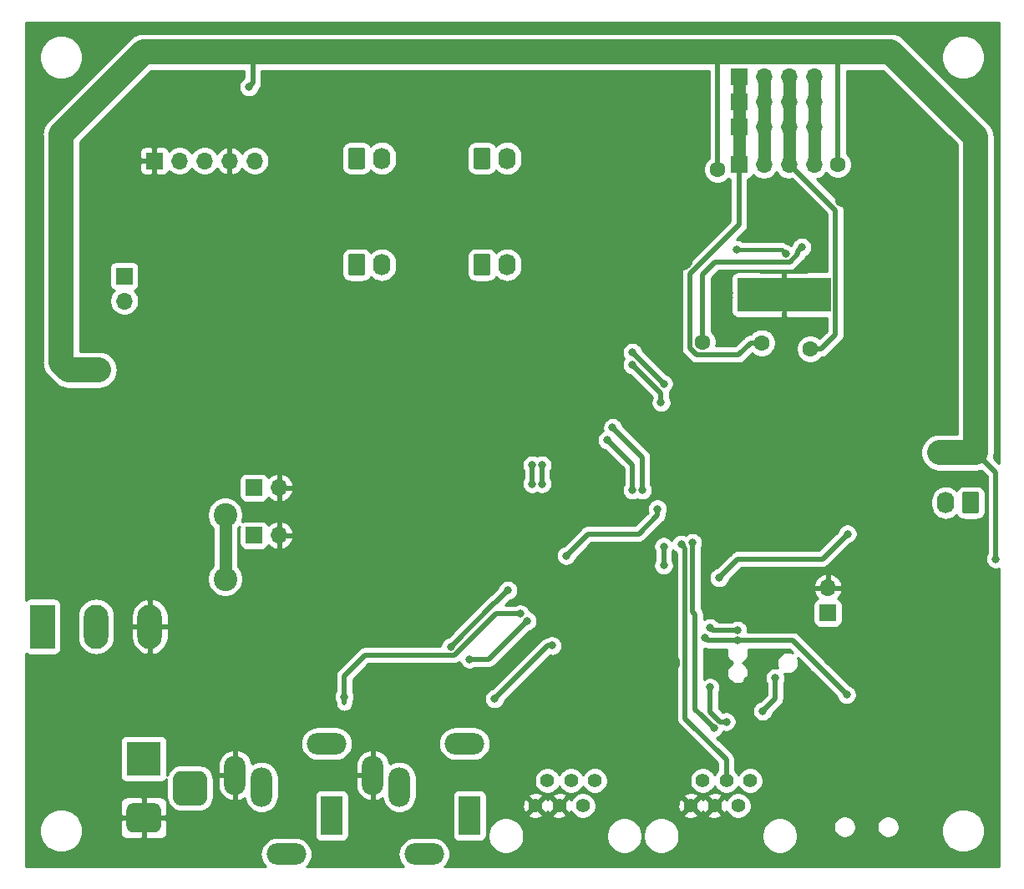
<source format=gbr>
G04 #@! TF.GenerationSoftware,KiCad,Pcbnew,(5.1.5-0-10_14)*
G04 #@! TF.CreationDate,2020-06-13T17:23:30+02:00*
G04 #@! TF.ProjectId,Bertha_main,42657274-6861-45f6-9d61-696e2e6b6963,rev?*
G04 #@! TF.SameCoordinates,Original*
G04 #@! TF.FileFunction,Copper,L2,Bot*
G04 #@! TF.FilePolarity,Positive*
%FSLAX46Y46*%
G04 Gerber Fmt 4.6, Leading zero omitted, Abs format (unit mm)*
G04 Created by KiCad (PCBNEW (5.1.5-0-10_14)) date 2020-06-13 17:23:30*
%MOMM*%
%LPD*%
G04 APERTURE LIST*
%ADD10O,1.740000X2.200000*%
%ADD11C,0.100000*%
%ADD12O,1.700000X1.700000*%
%ADD13R,1.700000X1.700000*%
%ADD14O,4.000000X2.200000*%
%ADD15O,2.200000X4.000000*%
%ADD16R,2.200000X4.000000*%
%ADD17O,2.500000X4.500000*%
%ADD18R,2.500000X4.500000*%
%ADD19C,0.600000*%
%ADD20R,9.500000X3.400000*%
%ADD21C,1.397000*%
%ADD22R,3.500000X3.500000*%
%ADD23C,0.800000*%
%ADD24C,1.600000*%
%ADD25C,2.400000*%
%ADD26C,2.540000*%
%ADD27C,0.508000*%
%ADD28C,1.270000*%
%ADD29C,0.400000*%
%ADD30C,0.254000*%
G04 APERTURE END LIST*
D10*
X182880000Y-109220000D03*
G04 #@! TA.AperFunction,ComponentPad*
D11*
G36*
X186064505Y-108121204D02*
G01*
X186088773Y-108124804D01*
X186112572Y-108130765D01*
X186135671Y-108139030D01*
X186157850Y-108149520D01*
X186178893Y-108162132D01*
X186198599Y-108176747D01*
X186216777Y-108193223D01*
X186233253Y-108211401D01*
X186247868Y-108231107D01*
X186260480Y-108252150D01*
X186270970Y-108274329D01*
X186279235Y-108297428D01*
X186285196Y-108321227D01*
X186288796Y-108345495D01*
X186290000Y-108369999D01*
X186290000Y-110070001D01*
X186288796Y-110094505D01*
X186285196Y-110118773D01*
X186279235Y-110142572D01*
X186270970Y-110165671D01*
X186260480Y-110187850D01*
X186247868Y-110208893D01*
X186233253Y-110228599D01*
X186216777Y-110246777D01*
X186198599Y-110263253D01*
X186178893Y-110277868D01*
X186157850Y-110290480D01*
X186135671Y-110300970D01*
X186112572Y-110309235D01*
X186088773Y-110315196D01*
X186064505Y-110318796D01*
X186040001Y-110320000D01*
X184799999Y-110320000D01*
X184775495Y-110318796D01*
X184751227Y-110315196D01*
X184727428Y-110309235D01*
X184704329Y-110300970D01*
X184682150Y-110290480D01*
X184661107Y-110277868D01*
X184641401Y-110263253D01*
X184623223Y-110246777D01*
X184606747Y-110228599D01*
X184592132Y-110208893D01*
X184579520Y-110187850D01*
X184569030Y-110165671D01*
X184560765Y-110142572D01*
X184554804Y-110118773D01*
X184551204Y-110094505D01*
X184550000Y-110070001D01*
X184550000Y-108369999D01*
X184551204Y-108345495D01*
X184554804Y-108321227D01*
X184560765Y-108297428D01*
X184569030Y-108274329D01*
X184579520Y-108252150D01*
X184592132Y-108231107D01*
X184606747Y-108211401D01*
X184623223Y-108193223D01*
X184641401Y-108176747D01*
X184661107Y-108162132D01*
X184682150Y-108149520D01*
X184704329Y-108139030D01*
X184727428Y-108130765D01*
X184751227Y-108124804D01*
X184775495Y-108121204D01*
X184799999Y-108120000D01*
X186040001Y-108120000D01*
X186064505Y-108121204D01*
G37*
G04 #@! TD.AperFunction*
D10*
X138430000Y-85090000D03*
G04 #@! TA.AperFunction,ComponentPad*
D11*
G36*
X136534505Y-83991204D02*
G01*
X136558773Y-83994804D01*
X136582572Y-84000765D01*
X136605671Y-84009030D01*
X136627850Y-84019520D01*
X136648893Y-84032132D01*
X136668599Y-84046747D01*
X136686777Y-84063223D01*
X136703253Y-84081401D01*
X136717868Y-84101107D01*
X136730480Y-84122150D01*
X136740970Y-84144329D01*
X136749235Y-84167428D01*
X136755196Y-84191227D01*
X136758796Y-84215495D01*
X136760000Y-84239999D01*
X136760000Y-85940001D01*
X136758796Y-85964505D01*
X136755196Y-85988773D01*
X136749235Y-86012572D01*
X136740970Y-86035671D01*
X136730480Y-86057850D01*
X136717868Y-86078893D01*
X136703253Y-86098599D01*
X136686777Y-86116777D01*
X136668599Y-86133253D01*
X136648893Y-86147868D01*
X136627850Y-86160480D01*
X136605671Y-86170970D01*
X136582572Y-86179235D01*
X136558773Y-86185196D01*
X136534505Y-86188796D01*
X136510001Y-86190000D01*
X135269999Y-86190000D01*
X135245495Y-86188796D01*
X135221227Y-86185196D01*
X135197428Y-86179235D01*
X135174329Y-86170970D01*
X135152150Y-86160480D01*
X135131107Y-86147868D01*
X135111401Y-86133253D01*
X135093223Y-86116777D01*
X135076747Y-86098599D01*
X135062132Y-86078893D01*
X135049520Y-86057850D01*
X135039030Y-86035671D01*
X135030765Y-86012572D01*
X135024804Y-85988773D01*
X135021204Y-85964505D01*
X135020000Y-85940001D01*
X135020000Y-84239999D01*
X135021204Y-84215495D01*
X135024804Y-84191227D01*
X135030765Y-84167428D01*
X135039030Y-84144329D01*
X135049520Y-84122150D01*
X135062132Y-84101107D01*
X135076747Y-84081401D01*
X135093223Y-84063223D01*
X135111401Y-84046747D01*
X135131107Y-84032132D01*
X135152150Y-84019520D01*
X135174329Y-84009030D01*
X135197428Y-84000765D01*
X135221227Y-83994804D01*
X135245495Y-83991204D01*
X135269999Y-83990000D01*
X136510001Y-83990000D01*
X136534505Y-83991204D01*
G37*
G04 #@! TD.AperFunction*
D10*
X138430000Y-74295000D03*
G04 #@! TA.AperFunction,ComponentPad*
D11*
G36*
X136534505Y-73196204D02*
G01*
X136558773Y-73199804D01*
X136582572Y-73205765D01*
X136605671Y-73214030D01*
X136627850Y-73224520D01*
X136648893Y-73237132D01*
X136668599Y-73251747D01*
X136686777Y-73268223D01*
X136703253Y-73286401D01*
X136717868Y-73306107D01*
X136730480Y-73327150D01*
X136740970Y-73349329D01*
X136749235Y-73372428D01*
X136755196Y-73396227D01*
X136758796Y-73420495D01*
X136760000Y-73444999D01*
X136760000Y-75145001D01*
X136758796Y-75169505D01*
X136755196Y-75193773D01*
X136749235Y-75217572D01*
X136740970Y-75240671D01*
X136730480Y-75262850D01*
X136717868Y-75283893D01*
X136703253Y-75303599D01*
X136686777Y-75321777D01*
X136668599Y-75338253D01*
X136648893Y-75352868D01*
X136627850Y-75365480D01*
X136605671Y-75375970D01*
X136582572Y-75384235D01*
X136558773Y-75390196D01*
X136534505Y-75393796D01*
X136510001Y-75395000D01*
X135269999Y-75395000D01*
X135245495Y-75393796D01*
X135221227Y-75390196D01*
X135197428Y-75384235D01*
X135174329Y-75375970D01*
X135152150Y-75365480D01*
X135131107Y-75352868D01*
X135111401Y-75338253D01*
X135093223Y-75321777D01*
X135076747Y-75303599D01*
X135062132Y-75283893D01*
X135049520Y-75262850D01*
X135039030Y-75240671D01*
X135030765Y-75217572D01*
X135024804Y-75193773D01*
X135021204Y-75169505D01*
X135020000Y-75145001D01*
X135020000Y-73444999D01*
X135021204Y-73420495D01*
X135024804Y-73396227D01*
X135030765Y-73372428D01*
X135039030Y-73349329D01*
X135049520Y-73327150D01*
X135062132Y-73306107D01*
X135076747Y-73286401D01*
X135093223Y-73268223D01*
X135111401Y-73251747D01*
X135131107Y-73237132D01*
X135152150Y-73224520D01*
X135174329Y-73214030D01*
X135197428Y-73205765D01*
X135221227Y-73199804D01*
X135245495Y-73196204D01*
X135269999Y-73195000D01*
X136510001Y-73195000D01*
X136534505Y-73196204D01*
G37*
G04 #@! TD.AperFunction*
D10*
X125730000Y-85090000D03*
G04 #@! TA.AperFunction,ComponentPad*
D11*
G36*
X123834505Y-83991204D02*
G01*
X123858773Y-83994804D01*
X123882572Y-84000765D01*
X123905671Y-84009030D01*
X123927850Y-84019520D01*
X123948893Y-84032132D01*
X123968599Y-84046747D01*
X123986777Y-84063223D01*
X124003253Y-84081401D01*
X124017868Y-84101107D01*
X124030480Y-84122150D01*
X124040970Y-84144329D01*
X124049235Y-84167428D01*
X124055196Y-84191227D01*
X124058796Y-84215495D01*
X124060000Y-84239999D01*
X124060000Y-85940001D01*
X124058796Y-85964505D01*
X124055196Y-85988773D01*
X124049235Y-86012572D01*
X124040970Y-86035671D01*
X124030480Y-86057850D01*
X124017868Y-86078893D01*
X124003253Y-86098599D01*
X123986777Y-86116777D01*
X123968599Y-86133253D01*
X123948893Y-86147868D01*
X123927850Y-86160480D01*
X123905671Y-86170970D01*
X123882572Y-86179235D01*
X123858773Y-86185196D01*
X123834505Y-86188796D01*
X123810001Y-86190000D01*
X122569999Y-86190000D01*
X122545495Y-86188796D01*
X122521227Y-86185196D01*
X122497428Y-86179235D01*
X122474329Y-86170970D01*
X122452150Y-86160480D01*
X122431107Y-86147868D01*
X122411401Y-86133253D01*
X122393223Y-86116777D01*
X122376747Y-86098599D01*
X122362132Y-86078893D01*
X122349520Y-86057850D01*
X122339030Y-86035671D01*
X122330765Y-86012572D01*
X122324804Y-85988773D01*
X122321204Y-85964505D01*
X122320000Y-85940001D01*
X122320000Y-84239999D01*
X122321204Y-84215495D01*
X122324804Y-84191227D01*
X122330765Y-84167428D01*
X122339030Y-84144329D01*
X122349520Y-84122150D01*
X122362132Y-84101107D01*
X122376747Y-84081401D01*
X122393223Y-84063223D01*
X122411401Y-84046747D01*
X122431107Y-84032132D01*
X122452150Y-84019520D01*
X122474329Y-84009030D01*
X122497428Y-84000765D01*
X122521227Y-83994804D01*
X122545495Y-83991204D01*
X122569999Y-83990000D01*
X123810001Y-83990000D01*
X123834505Y-83991204D01*
G37*
G04 #@! TD.AperFunction*
D10*
X125730000Y-74295000D03*
G04 #@! TA.AperFunction,ComponentPad*
D11*
G36*
X123834505Y-73196204D02*
G01*
X123858773Y-73199804D01*
X123882572Y-73205765D01*
X123905671Y-73214030D01*
X123927850Y-73224520D01*
X123948893Y-73237132D01*
X123968599Y-73251747D01*
X123986777Y-73268223D01*
X124003253Y-73286401D01*
X124017868Y-73306107D01*
X124030480Y-73327150D01*
X124040970Y-73349329D01*
X124049235Y-73372428D01*
X124055196Y-73396227D01*
X124058796Y-73420495D01*
X124060000Y-73444999D01*
X124060000Y-75145001D01*
X124058796Y-75169505D01*
X124055196Y-75193773D01*
X124049235Y-75217572D01*
X124040970Y-75240671D01*
X124030480Y-75262850D01*
X124017868Y-75283893D01*
X124003253Y-75303599D01*
X123986777Y-75321777D01*
X123968599Y-75338253D01*
X123948893Y-75352868D01*
X123927850Y-75365480D01*
X123905671Y-75375970D01*
X123882572Y-75384235D01*
X123858773Y-75390196D01*
X123834505Y-75393796D01*
X123810001Y-75395000D01*
X122569999Y-75395000D01*
X122545495Y-75393796D01*
X122521227Y-75390196D01*
X122497428Y-75384235D01*
X122474329Y-75375970D01*
X122452150Y-75365480D01*
X122431107Y-75352868D01*
X122411401Y-75338253D01*
X122393223Y-75321777D01*
X122376747Y-75303599D01*
X122362132Y-75283893D01*
X122349520Y-75262850D01*
X122339030Y-75240671D01*
X122330765Y-75217572D01*
X122324804Y-75193773D01*
X122321204Y-75169505D01*
X122320000Y-75145001D01*
X122320000Y-73444999D01*
X122321204Y-73420495D01*
X122324804Y-73396227D01*
X122330765Y-73372428D01*
X122339030Y-73349329D01*
X122349520Y-73327150D01*
X122362132Y-73306107D01*
X122376747Y-73286401D01*
X122393223Y-73268223D01*
X122411401Y-73251747D01*
X122431107Y-73237132D01*
X122452150Y-73224520D01*
X122474329Y-73214030D01*
X122497428Y-73205765D01*
X122521227Y-73199804D01*
X122545495Y-73196204D01*
X122569999Y-73195000D01*
X123810001Y-73195000D01*
X123834505Y-73196204D01*
G37*
G04 #@! TD.AperFunction*
D12*
X169545000Y-66040000D03*
X167005000Y-66040000D03*
X164465000Y-66040000D03*
D13*
X161925000Y-66040000D03*
D12*
X169545000Y-68580000D03*
X167005000Y-68580000D03*
X164465000Y-68580000D03*
D13*
X161925000Y-68580000D03*
D12*
X169545000Y-71120000D03*
X167005000Y-71120000D03*
X164465000Y-71120000D03*
D13*
X161925000Y-71120000D03*
D14*
X116050000Y-144870000D03*
D15*
X110850000Y-136870000D03*
X113550000Y-138070000D03*
D14*
X120150000Y-133670000D03*
D16*
X120650000Y-140970000D03*
D17*
X102224000Y-121793000D03*
X96774000Y-121793000D03*
D18*
X91324000Y-121793000D03*
D19*
X162076000Y-89438000D03*
X162076000Y-88138000D03*
X162076000Y-86838000D03*
X163856000Y-86838000D03*
X163856000Y-88138000D03*
X163856000Y-89438000D03*
X165636000Y-86838000D03*
X165636000Y-88138000D03*
X165636000Y-89438000D03*
X167416000Y-86838000D03*
X167416000Y-88138000D03*
X167416000Y-89438000D03*
X169196000Y-86838000D03*
X169196000Y-88138000D03*
X169196000Y-89438000D03*
X170976000Y-86838000D03*
X170976000Y-88138000D03*
X170976000Y-89438000D03*
D20*
X166526000Y-88138000D03*
D12*
X170942000Y-117856000D03*
D13*
X170942000Y-120396000D03*
D16*
X134620000Y-140970000D03*
D14*
X134120000Y-133670000D03*
D15*
X127520000Y-138070000D03*
X124820000Y-136870000D03*
D14*
X130020000Y-144870000D03*
D21*
X147320000Y-137414000D03*
X146120000Y-139954000D03*
X144920000Y-137414000D03*
X143720000Y-139954000D03*
X142519999Y-137414000D03*
X141319999Y-139954000D03*
X157067999Y-139954000D03*
X158267999Y-137414000D03*
X159468000Y-139954000D03*
X160668000Y-137414000D03*
X161868000Y-139954000D03*
X163068000Y-137414000D03*
G04 #@! TA.AperFunction,ComponentPad*
D11*
G36*
X107260765Y-136438213D02*
G01*
X107345704Y-136450813D01*
X107428999Y-136471677D01*
X107509848Y-136500605D01*
X107587472Y-136537319D01*
X107661124Y-136581464D01*
X107730094Y-136632616D01*
X107793718Y-136690282D01*
X107851384Y-136753906D01*
X107902536Y-136822876D01*
X107946681Y-136896528D01*
X107983395Y-136974152D01*
X108012323Y-137055001D01*
X108033187Y-137138296D01*
X108045787Y-137223235D01*
X108050000Y-137309000D01*
X108050000Y-139059000D01*
X108045787Y-139144765D01*
X108033187Y-139229704D01*
X108012323Y-139312999D01*
X107983395Y-139393848D01*
X107946681Y-139471472D01*
X107902536Y-139545124D01*
X107851384Y-139614094D01*
X107793718Y-139677718D01*
X107730094Y-139735384D01*
X107661124Y-139786536D01*
X107587472Y-139830681D01*
X107509848Y-139867395D01*
X107428999Y-139896323D01*
X107345704Y-139917187D01*
X107260765Y-139929787D01*
X107175000Y-139934000D01*
X105425000Y-139934000D01*
X105339235Y-139929787D01*
X105254296Y-139917187D01*
X105171001Y-139896323D01*
X105090152Y-139867395D01*
X105012528Y-139830681D01*
X104938876Y-139786536D01*
X104869906Y-139735384D01*
X104806282Y-139677718D01*
X104748616Y-139614094D01*
X104697464Y-139545124D01*
X104653319Y-139471472D01*
X104616605Y-139393848D01*
X104587677Y-139312999D01*
X104566813Y-139229704D01*
X104554213Y-139144765D01*
X104550000Y-139059000D01*
X104550000Y-137309000D01*
X104554213Y-137223235D01*
X104566813Y-137138296D01*
X104587677Y-137055001D01*
X104616605Y-136974152D01*
X104653319Y-136896528D01*
X104697464Y-136822876D01*
X104748616Y-136753906D01*
X104806282Y-136690282D01*
X104869906Y-136632616D01*
X104938876Y-136581464D01*
X105012528Y-136537319D01*
X105090152Y-136500605D01*
X105171001Y-136471677D01*
X105254296Y-136450813D01*
X105339235Y-136438213D01*
X105425000Y-136434000D01*
X107175000Y-136434000D01*
X107260765Y-136438213D01*
G37*
G04 #@! TD.AperFunction*
G04 #@! TA.AperFunction,ComponentPad*
G36*
X102673513Y-139687611D02*
G01*
X102746318Y-139698411D01*
X102817714Y-139716295D01*
X102887013Y-139741090D01*
X102953548Y-139772559D01*
X103016678Y-139810398D01*
X103075795Y-139854242D01*
X103130330Y-139903670D01*
X103179758Y-139958205D01*
X103223602Y-140017322D01*
X103261441Y-140080452D01*
X103292910Y-140146987D01*
X103317705Y-140216286D01*
X103335589Y-140287682D01*
X103346389Y-140360487D01*
X103350000Y-140434000D01*
X103350000Y-141934000D01*
X103346389Y-142007513D01*
X103335589Y-142080318D01*
X103317705Y-142151714D01*
X103292910Y-142221013D01*
X103261441Y-142287548D01*
X103223602Y-142350678D01*
X103179758Y-142409795D01*
X103130330Y-142464330D01*
X103075795Y-142513758D01*
X103016678Y-142557602D01*
X102953548Y-142595441D01*
X102887013Y-142626910D01*
X102817714Y-142651705D01*
X102746318Y-142669589D01*
X102673513Y-142680389D01*
X102600000Y-142684000D01*
X100600000Y-142684000D01*
X100526487Y-142680389D01*
X100453682Y-142669589D01*
X100382286Y-142651705D01*
X100312987Y-142626910D01*
X100246452Y-142595441D01*
X100183322Y-142557602D01*
X100124205Y-142513758D01*
X100069670Y-142464330D01*
X100020242Y-142409795D01*
X99976398Y-142350678D01*
X99938559Y-142287548D01*
X99907090Y-142221013D01*
X99882295Y-142151714D01*
X99864411Y-142080318D01*
X99853611Y-142007513D01*
X99850000Y-141934000D01*
X99850000Y-140434000D01*
X99853611Y-140360487D01*
X99864411Y-140287682D01*
X99882295Y-140216286D01*
X99907090Y-140146987D01*
X99938559Y-140080452D01*
X99976398Y-140017322D01*
X100020242Y-139958205D01*
X100069670Y-139903670D01*
X100124205Y-139854242D01*
X100183322Y-139810398D01*
X100246452Y-139772559D01*
X100312987Y-139741090D01*
X100382286Y-139716295D01*
X100453682Y-139698411D01*
X100526487Y-139687611D01*
X100600000Y-139684000D01*
X102600000Y-139684000D01*
X102673513Y-139687611D01*
G37*
G04 #@! TD.AperFunction*
D22*
X101600000Y-135184000D03*
D12*
X115316000Y-107696000D03*
D13*
X112776000Y-107696000D03*
X112776000Y-112522000D03*
D12*
X115316000Y-112522000D03*
D13*
X161925000Y-74930000D03*
D12*
X164465000Y-74930000D03*
X167005000Y-74930000D03*
X169545000Y-74930000D03*
D13*
X102679500Y-74549000D03*
D12*
X105219500Y-74549000D03*
X107759500Y-74549000D03*
X110299500Y-74549000D03*
X112839500Y-74549000D03*
D13*
X99631500Y-86233000D03*
D12*
X99631500Y-88773000D03*
D23*
X152648000Y-115544000D03*
X149148000Y-115044000D03*
X149148000Y-108544000D03*
D24*
X178308000Y-137414000D03*
X168050000Y-78486000D03*
X172495000Y-78486000D03*
X163478000Y-78486000D03*
X157382000Y-78486000D03*
X169447000Y-100584000D03*
X175797000Y-101600000D03*
X180496000Y-101600000D03*
X163605000Y-100584000D03*
D25*
X156112000Y-84455000D03*
X176432000Y-84836000D03*
X133604000Y-100838000D03*
X133604000Y-104140000D03*
X118872000Y-111506000D03*
X116586000Y-102108000D03*
X121158000Y-106934000D03*
D24*
X108775500Y-93027500D03*
D25*
X131064000Y-116840000D03*
D24*
X117348000Y-89154000D03*
X109728000Y-88392000D03*
D23*
X162814000Y-127254000D03*
D24*
X177038000Y-128016000D03*
X155194000Y-125476000D03*
X153162000Y-125476000D03*
X170180000Y-108966000D03*
D23*
X161544000Y-113792000D03*
D24*
X123190000Y-67945000D03*
X123190000Y-78740000D03*
X135890000Y-67945000D03*
X135890000Y-78740000D03*
X126365000Y-78740000D03*
X139065000Y-78740000D03*
X139065000Y-89535000D03*
X125730000Y-89535000D03*
D23*
X142240000Y-95250000D03*
X144145000Y-103505000D03*
X158115000Y-105410000D03*
D24*
X96596000Y-137160000D03*
D23*
X113665000Y-126365000D03*
D25*
X151130000Y-88900000D03*
D24*
X175895000Y-107315000D03*
D25*
X97028000Y-95758000D03*
D24*
X159766000Y-75438000D03*
X171958000Y-74930000D03*
D23*
X112268000Y-67056000D03*
D25*
X109855000Y-116970000D03*
X109855000Y-110487000D03*
X182245000Y-104140000D03*
D23*
X187960000Y-114935000D03*
X159004000Y-127962011D03*
X160655000Y-131445000D03*
X154305000Y-115570000D03*
X154305000Y-113665000D03*
X151130000Y-107950000D03*
X148590000Y-102870000D03*
X152130003Y-107950000D03*
X149129001Y-101600000D03*
D24*
X164240000Y-93012055D03*
X169164000Y-93619980D03*
D23*
X161798000Y-122174000D03*
X159004000Y-121920000D03*
D24*
X158242000Y-92964000D03*
D23*
X168301000Y-83312000D03*
X157226000Y-113284000D03*
X159385000Y-132080000D03*
X156102143Y-113434999D03*
X158496000Y-122936000D03*
X161798000Y-123190000D03*
X172847000Y-128708001D03*
X153670000Y-109855000D03*
X134620000Y-125095000D03*
X140476707Y-121220245D03*
X144417026Y-114600714D03*
X137160000Y-129124000D03*
X142978231Y-123721769D03*
X141970003Y-107315000D03*
X141970003Y-105410000D03*
X132715000Y-123825000D03*
X138522000Y-118110000D03*
X140970000Y-105410000D03*
X140970000Y-107315000D03*
X166677814Y-83971814D03*
X161700000Y-83566000D03*
X165608000Y-127000000D03*
X164338000Y-130378021D03*
X154305000Y-97155000D03*
X151130000Y-93980000D03*
X154037001Y-99060000D03*
X151130000Y-95250000D03*
X139769599Y-120513136D03*
X121920000Y-128905000D03*
X159928000Y-116840000D03*
X172939000Y-112395000D03*
D26*
X97028000Y-95758000D02*
X93980000Y-95758000D01*
X93980000Y-95758000D02*
X93218000Y-94996000D01*
X93218000Y-94996000D02*
X93218000Y-71882000D01*
X93218000Y-71882000D02*
X101600000Y-63500000D01*
D27*
X159004000Y-64008000D02*
X159004000Y-63500000D01*
X112268000Y-67056000D02*
X112667999Y-66656001D01*
X112667999Y-64407999D02*
X111760000Y-63500000D01*
X112667999Y-66656001D02*
X112667999Y-64407999D01*
D26*
X111760000Y-63500000D02*
X159004000Y-63500000D01*
X101600000Y-63500000D02*
X111760000Y-63500000D01*
D27*
X159766000Y-63627000D02*
X159893000Y-63500000D01*
X159766000Y-75438000D02*
X159766000Y-63627000D01*
D26*
X159004000Y-63500000D02*
X159893000Y-63500000D01*
D27*
X171958000Y-73798630D02*
X171958000Y-63500000D01*
X171958000Y-74930000D02*
X171958000Y-73798630D01*
D26*
X159893000Y-63500000D02*
X171958000Y-63500000D01*
X177292000Y-63500000D02*
X172212000Y-63500000D01*
X172212000Y-63500000D02*
X171958000Y-63500000D01*
X185928000Y-72136000D02*
X177292000Y-63500000D01*
X185928000Y-104140000D02*
X185928000Y-72136000D01*
D28*
X109855000Y-116970000D02*
X109855000Y-110487000D01*
D27*
X187960000Y-106172000D02*
X185928000Y-104140000D01*
X187960000Y-114935000D02*
X187960000Y-106172000D01*
D26*
X182245000Y-104140000D02*
X185928000Y-104140000D01*
D27*
X159004000Y-130429000D02*
X159004000Y-127962011D01*
X160020000Y-131445000D02*
X159004000Y-130429000D01*
X160655000Y-131445000D02*
X160020000Y-131445000D01*
X154305000Y-115570000D02*
X154305000Y-113665000D01*
X151130000Y-105410000D02*
X148590000Y-102870000D01*
X151130000Y-107950000D02*
X151130000Y-105410000D01*
X152130003Y-104601002D02*
X149129001Y-101600000D01*
X152130003Y-107950000D02*
X152130003Y-104601002D01*
X161954000Y-75907000D02*
X161954000Y-74549000D01*
X161954000Y-81060922D02*
X161954000Y-75907000D01*
X161902684Y-94218001D02*
X157640079Y-94218001D01*
X163108630Y-93012055D02*
X161902684Y-94218001D01*
X156987999Y-86026923D02*
X161954000Y-81060922D01*
X156987999Y-93565921D02*
X156987999Y-86026923D01*
X157640079Y-94218001D02*
X156987999Y-93565921D01*
X164240000Y-93012055D02*
X163108630Y-93012055D01*
D28*
X161925000Y-66040000D02*
X161925000Y-68580000D01*
X161925000Y-71120000D02*
X161925000Y-68580000D01*
X161925000Y-71120000D02*
X161925000Y-74930000D01*
D27*
X167132000Y-74647000D02*
X167034000Y-74549000D01*
X167132000Y-74978922D02*
X167132000Y-74647000D01*
X171730001Y-79576923D02*
X167132000Y-74978922D01*
X171730001Y-92185349D02*
X171730001Y-79576923D01*
X170295370Y-93619980D02*
X171730001Y-92185349D01*
X169164000Y-93619980D02*
X170295370Y-93619980D01*
D28*
X167005000Y-66040000D02*
X167005000Y-68580000D01*
X167005000Y-68580000D02*
X167005000Y-71120000D01*
X167005000Y-71120000D02*
X167005000Y-74930000D01*
D27*
X159258000Y-122174000D02*
X159004000Y-121920000D01*
X161798000Y-122174000D02*
X159258000Y-122174000D01*
D28*
X169545000Y-66040000D02*
X169545000Y-68580000D01*
X169545000Y-68580000D02*
X169545000Y-71120000D01*
X169545000Y-71120000D02*
X169545000Y-74930000D01*
D27*
X167901001Y-83711999D02*
X168301000Y-83312000D01*
X167087735Y-84825815D02*
X167901001Y-84012549D01*
X159522185Y-84825815D02*
X167087735Y-84825815D01*
X167901001Y-84012549D02*
X167901001Y-83711999D01*
X158242000Y-86106000D02*
X159522185Y-84825815D01*
X158242000Y-92964000D02*
X158242000Y-86106000D01*
D28*
X164465000Y-66040000D02*
X164465000Y-68580000D01*
X164465000Y-68580000D02*
X164465000Y-71120000D01*
X164465000Y-71120000D02*
X164465000Y-74930000D01*
D27*
X158115000Y-130810000D02*
X159385000Y-132080000D01*
X157480000Y-130175000D02*
X158115000Y-130810000D01*
X157480000Y-120523000D02*
X157480000Y-130175000D01*
X157226000Y-120269000D02*
X157480000Y-120523000D01*
X157226000Y-113284000D02*
X157226000Y-120269000D01*
X156502142Y-113834998D02*
X156502142Y-131102142D01*
X156102143Y-113434999D02*
X156502142Y-113834998D01*
X160668000Y-135268000D02*
X160668000Y-137414000D01*
X156502142Y-131102142D02*
X160668000Y-135268000D01*
X158750000Y-123190000D02*
X158496000Y-122936000D01*
X161798000Y-123190000D02*
X158750000Y-123190000D01*
X161798000Y-123190000D02*
X162363685Y-123190000D01*
X168656000Y-124460000D02*
X169891831Y-125695831D01*
X162363685Y-123190000D02*
X167386000Y-123190000D01*
X167386000Y-123190000D02*
X168656000Y-124460000D01*
X169891831Y-125752832D02*
X172847000Y-128708001D01*
X169891831Y-125695831D02*
X169891831Y-125752832D01*
X153670000Y-109855000D02*
X153670000Y-110490000D01*
X153670000Y-110490000D02*
X151765000Y-112395000D01*
X136601952Y-125095000D02*
X140476707Y-121220245D01*
X134620000Y-125095000D02*
X136601952Y-125095000D01*
X146622740Y-112395000D02*
X151765000Y-112395000D01*
X144417026Y-114600714D02*
X146622740Y-112395000D01*
X142562231Y-123721769D02*
X142978231Y-123721769D01*
X137160000Y-129124000D02*
X142562231Y-123721769D01*
X141970003Y-107315000D02*
X141970003Y-105410000D01*
X137160000Y-119380000D02*
X132715000Y-123825000D01*
X137252000Y-119380000D02*
X138522000Y-118110000D01*
X137160000Y-119380000D02*
X137252000Y-119380000D01*
X140970000Y-105410000D02*
X140970000Y-107315000D01*
D29*
X166272000Y-83566000D02*
X161700000Y-83566000D01*
X166677814Y-83971814D02*
X166272000Y-83566000D01*
D27*
X165608000Y-129108021D02*
X164338000Y-130378021D01*
X165608000Y-127000000D02*
X165608000Y-129108021D01*
X154305000Y-97155000D02*
X151130000Y-93980000D01*
X154037001Y-98157001D02*
X151130000Y-95250000D01*
X154037001Y-99060000D02*
X154037001Y-98157001D01*
X139769599Y-120513136D02*
X137296864Y-120513136D01*
X137296864Y-120513136D02*
X133350000Y-124460000D01*
X133124921Y-124679001D02*
X124044001Y-124679001D01*
X133343922Y-124460000D02*
X133124921Y-124679001D01*
X133350000Y-124460000D02*
X133343922Y-124460000D01*
X121920000Y-126803002D02*
X121920000Y-129540000D01*
X124044001Y-124679001D02*
X121920000Y-126803002D01*
X159928000Y-116840000D02*
X161833000Y-114935000D01*
X170399000Y-114935000D02*
X172939000Y-112395000D01*
X161833000Y-114935000D02*
X170399000Y-114935000D01*
D30*
G36*
X188263001Y-105217765D02*
G01*
X187748005Y-104702769D01*
X187805436Y-104513445D01*
X187842217Y-104140000D01*
X187833000Y-104046418D01*
X187833000Y-72229579D01*
X187842217Y-72135999D01*
X187817200Y-71882000D01*
X187805436Y-71762555D01*
X187696506Y-71403461D01*
X187519613Y-71072518D01*
X187281556Y-70782444D01*
X187208866Y-70722789D01*
X180319948Y-63833872D01*
X182423000Y-63833872D01*
X182423000Y-64274128D01*
X182508890Y-64705925D01*
X182677369Y-65112669D01*
X182921962Y-65478729D01*
X183233271Y-65790038D01*
X183599331Y-66034631D01*
X184006075Y-66203110D01*
X184437872Y-66289000D01*
X184878128Y-66289000D01*
X185309925Y-66203110D01*
X185716669Y-66034631D01*
X186082729Y-65790038D01*
X186394038Y-65478729D01*
X186638631Y-65112669D01*
X186807110Y-64705925D01*
X186893000Y-64274128D01*
X186893000Y-63833872D01*
X186807110Y-63402075D01*
X186638631Y-62995331D01*
X186394038Y-62629271D01*
X186082729Y-62317962D01*
X185716669Y-62073369D01*
X185309925Y-61904890D01*
X184878128Y-61819000D01*
X184437872Y-61819000D01*
X184006075Y-61904890D01*
X183599331Y-62073369D01*
X183233271Y-62317962D01*
X182921962Y-62629271D01*
X182677369Y-62995331D01*
X182508890Y-63402075D01*
X182423000Y-63833872D01*
X180319948Y-63833872D01*
X178705220Y-62219145D01*
X178645556Y-62146444D01*
X178355482Y-61908387D01*
X178024539Y-61731494D01*
X177665445Y-61622564D01*
X177385582Y-61595000D01*
X177385580Y-61595000D01*
X177292000Y-61585783D01*
X177198420Y-61595000D01*
X101693579Y-61595000D01*
X101599999Y-61585783D01*
X101506419Y-61595000D01*
X101506418Y-61595000D01*
X101226555Y-61622564D01*
X100867461Y-61731494D01*
X100713410Y-61813836D01*
X100536517Y-61908387D01*
X100357411Y-62055376D01*
X100246444Y-62146444D01*
X100186789Y-62219134D01*
X91937140Y-70468785D01*
X91864445Y-70528444D01*
X91724586Y-70698863D01*
X91626387Y-70818518D01*
X91449495Y-71149461D01*
X91340565Y-71508555D01*
X91303783Y-71882000D01*
X91313001Y-71975590D01*
X91313000Y-94902420D01*
X91303783Y-94996000D01*
X91313000Y-95089580D01*
X91313000Y-95089581D01*
X91340564Y-95369444D01*
X91449494Y-95728538D01*
X91626387Y-96059482D01*
X91864444Y-96349556D01*
X91937144Y-96409219D01*
X92566784Y-97038860D01*
X92626444Y-97111556D01*
X92916518Y-97349613D01*
X93247460Y-97526506D01*
X93331037Y-97551859D01*
X93606555Y-97635436D01*
X93886418Y-97663000D01*
X93886420Y-97663000D01*
X93980000Y-97672217D01*
X94073580Y-97663000D01*
X97121582Y-97663000D01*
X97401445Y-97635436D01*
X97760539Y-97526506D01*
X98091482Y-97349613D01*
X98381556Y-97111556D01*
X98619613Y-96821482D01*
X98796506Y-96490539D01*
X98905436Y-96131445D01*
X98942217Y-95758000D01*
X98905436Y-95384555D01*
X98796506Y-95025461D01*
X98619613Y-94694518D01*
X98381556Y-94404444D01*
X98091482Y-94166387D01*
X97760539Y-93989494D01*
X97401445Y-93880564D01*
X97376032Y-93878061D01*
X150095000Y-93878061D01*
X150095000Y-94081939D01*
X150134774Y-94281898D01*
X150212795Y-94470256D01*
X150309510Y-94615000D01*
X150212795Y-94759744D01*
X150134774Y-94948102D01*
X150095000Y-95148061D01*
X150095000Y-95351939D01*
X150134774Y-95551898D01*
X150212795Y-95740256D01*
X150326063Y-95909774D01*
X150470226Y-96053937D01*
X150639744Y-96167205D01*
X150828102Y-96245226D01*
X150877895Y-96255130D01*
X153148001Y-98525236D01*
X153148001Y-98527532D01*
X153119796Y-98569744D01*
X153041775Y-98758102D01*
X153002001Y-98958061D01*
X153002001Y-99161939D01*
X153041775Y-99361898D01*
X153119796Y-99550256D01*
X153233064Y-99719774D01*
X153377227Y-99863937D01*
X153546745Y-99977205D01*
X153735103Y-100055226D01*
X153935062Y-100095000D01*
X154138940Y-100095000D01*
X154338899Y-100055226D01*
X154527257Y-99977205D01*
X154696775Y-99863937D01*
X154840938Y-99719774D01*
X154954206Y-99550256D01*
X155032227Y-99361898D01*
X155072001Y-99161939D01*
X155072001Y-98958061D01*
X155032227Y-98758102D01*
X154954206Y-98569744D01*
X154926001Y-98527532D01*
X154926001Y-98200660D01*
X154930301Y-98157000D01*
X154926001Y-98113340D01*
X154926001Y-98113334D01*
X154914127Y-97992778D01*
X154964774Y-97958937D01*
X155108937Y-97814774D01*
X155222205Y-97645256D01*
X155300226Y-97456898D01*
X155340000Y-97256939D01*
X155340000Y-97053061D01*
X155300226Y-96853102D01*
X155222205Y-96664744D01*
X155108937Y-96495226D01*
X154964774Y-96351063D01*
X154795256Y-96237795D01*
X154606898Y-96159774D01*
X154557106Y-96149870D01*
X152135130Y-93727895D01*
X152125226Y-93678102D01*
X152047205Y-93489744D01*
X151933937Y-93320226D01*
X151789774Y-93176063D01*
X151620256Y-93062795D01*
X151431898Y-92984774D01*
X151231939Y-92945000D01*
X151028061Y-92945000D01*
X150828102Y-92984774D01*
X150639744Y-93062795D01*
X150470226Y-93176063D01*
X150326063Y-93320226D01*
X150212795Y-93489744D01*
X150134774Y-93678102D01*
X150095000Y-93878061D01*
X97376032Y-93878061D01*
X97121582Y-93853000D01*
X95123000Y-93853000D01*
X95123000Y-85383000D01*
X98143428Y-85383000D01*
X98143428Y-87083000D01*
X98155688Y-87207482D01*
X98191998Y-87327180D01*
X98250963Y-87437494D01*
X98330315Y-87534185D01*
X98427006Y-87613537D01*
X98537320Y-87672502D01*
X98609880Y-87694513D01*
X98478025Y-87826368D01*
X98315510Y-88069589D01*
X98203568Y-88339842D01*
X98146500Y-88626740D01*
X98146500Y-88919260D01*
X98203568Y-89206158D01*
X98315510Y-89476411D01*
X98478025Y-89719632D01*
X98684868Y-89926475D01*
X98928089Y-90088990D01*
X99198342Y-90200932D01*
X99485240Y-90258000D01*
X99777760Y-90258000D01*
X100064658Y-90200932D01*
X100334911Y-90088990D01*
X100578132Y-89926475D01*
X100784975Y-89719632D01*
X100947490Y-89476411D01*
X101059432Y-89206158D01*
X101116500Y-88919260D01*
X101116500Y-88626740D01*
X101059432Y-88339842D01*
X100947490Y-88069589D01*
X100784975Y-87826368D01*
X100653120Y-87694513D01*
X100725680Y-87672502D01*
X100835994Y-87613537D01*
X100932685Y-87534185D01*
X101012037Y-87437494D01*
X101071002Y-87327180D01*
X101107312Y-87207482D01*
X101119572Y-87083000D01*
X101119572Y-85383000D01*
X101107312Y-85258518D01*
X101071002Y-85138820D01*
X101012037Y-85028506D01*
X100932685Y-84931815D01*
X100835994Y-84852463D01*
X100725680Y-84793498D01*
X100605982Y-84757188D01*
X100481500Y-84744928D01*
X98781500Y-84744928D01*
X98657018Y-84757188D01*
X98537320Y-84793498D01*
X98427006Y-84852463D01*
X98330315Y-84931815D01*
X98250963Y-85028506D01*
X98191998Y-85138820D01*
X98155688Y-85258518D01*
X98143428Y-85383000D01*
X95123000Y-85383000D01*
X95123000Y-84239999D01*
X121681928Y-84239999D01*
X121681928Y-85940001D01*
X121698992Y-86113255D01*
X121749528Y-86279851D01*
X121831595Y-86433387D01*
X121942038Y-86567962D01*
X122076613Y-86678405D01*
X122230149Y-86760472D01*
X122396745Y-86811008D01*
X122569999Y-86828072D01*
X123810001Y-86828072D01*
X123983255Y-86811008D01*
X124149851Y-86760472D01*
X124303387Y-86678405D01*
X124437962Y-86567962D01*
X124548405Y-86433387D01*
X124606934Y-86323886D01*
X124660655Y-86389345D01*
X124889822Y-86577417D01*
X125151276Y-86717166D01*
X125434969Y-86803224D01*
X125730000Y-86832282D01*
X126025032Y-86803224D01*
X126308725Y-86717166D01*
X126570179Y-86577417D01*
X126799345Y-86389345D01*
X126987417Y-86160179D01*
X127127166Y-85898724D01*
X127213224Y-85615031D01*
X127235000Y-85393935D01*
X127235000Y-84786064D01*
X127213224Y-84564968D01*
X127127166Y-84281275D01*
X127105104Y-84239999D01*
X134381928Y-84239999D01*
X134381928Y-85940001D01*
X134398992Y-86113255D01*
X134449528Y-86279851D01*
X134531595Y-86433387D01*
X134642038Y-86567962D01*
X134776613Y-86678405D01*
X134930149Y-86760472D01*
X135096745Y-86811008D01*
X135269999Y-86828072D01*
X136510001Y-86828072D01*
X136683255Y-86811008D01*
X136849851Y-86760472D01*
X137003387Y-86678405D01*
X137137962Y-86567962D01*
X137248405Y-86433387D01*
X137306934Y-86323886D01*
X137360655Y-86389345D01*
X137589822Y-86577417D01*
X137851276Y-86717166D01*
X138134969Y-86803224D01*
X138430000Y-86832282D01*
X138725032Y-86803224D01*
X139008725Y-86717166D01*
X139270179Y-86577417D01*
X139499345Y-86389345D01*
X139687417Y-86160179D01*
X139827166Y-85898724D01*
X139913224Y-85615031D01*
X139935000Y-85393935D01*
X139935000Y-84786064D01*
X139913224Y-84564968D01*
X139827166Y-84281275D01*
X139687417Y-84019821D01*
X139499345Y-83790655D01*
X139270178Y-83602583D01*
X139008724Y-83462834D01*
X138725031Y-83376776D01*
X138430000Y-83347718D01*
X138134968Y-83376776D01*
X137851275Y-83462834D01*
X137589821Y-83602583D01*
X137360655Y-83790655D01*
X137306935Y-83856114D01*
X137248405Y-83746613D01*
X137137962Y-83612038D01*
X137003387Y-83501595D01*
X136849851Y-83419528D01*
X136683255Y-83368992D01*
X136510001Y-83351928D01*
X135269999Y-83351928D01*
X135096745Y-83368992D01*
X134930149Y-83419528D01*
X134776613Y-83501595D01*
X134642038Y-83612038D01*
X134531595Y-83746613D01*
X134449528Y-83900149D01*
X134398992Y-84066745D01*
X134381928Y-84239999D01*
X127105104Y-84239999D01*
X126987417Y-84019821D01*
X126799345Y-83790655D01*
X126570178Y-83602583D01*
X126308724Y-83462834D01*
X126025031Y-83376776D01*
X125730000Y-83347718D01*
X125434968Y-83376776D01*
X125151275Y-83462834D01*
X124889821Y-83602583D01*
X124660655Y-83790655D01*
X124606935Y-83856114D01*
X124548405Y-83746613D01*
X124437962Y-83612038D01*
X124303387Y-83501595D01*
X124149851Y-83419528D01*
X123983255Y-83368992D01*
X123810001Y-83351928D01*
X122569999Y-83351928D01*
X122396745Y-83368992D01*
X122230149Y-83419528D01*
X122076613Y-83501595D01*
X121942038Y-83612038D01*
X121831595Y-83746613D01*
X121749528Y-83900149D01*
X121698992Y-84066745D01*
X121681928Y-84239999D01*
X95123000Y-84239999D01*
X95123000Y-75399000D01*
X101191428Y-75399000D01*
X101203688Y-75523482D01*
X101239998Y-75643180D01*
X101298963Y-75753494D01*
X101378315Y-75850185D01*
X101475006Y-75929537D01*
X101585320Y-75988502D01*
X101705018Y-76024812D01*
X101829500Y-76037072D01*
X102393750Y-76034000D01*
X102552500Y-75875250D01*
X102552500Y-74676000D01*
X101353250Y-74676000D01*
X101194500Y-74834750D01*
X101191428Y-75399000D01*
X95123000Y-75399000D01*
X95123000Y-73699000D01*
X101191428Y-73699000D01*
X101194500Y-74263250D01*
X101353250Y-74422000D01*
X102552500Y-74422000D01*
X102552500Y-73222750D01*
X102806500Y-73222750D01*
X102806500Y-74422000D01*
X102826500Y-74422000D01*
X102826500Y-74676000D01*
X102806500Y-74676000D01*
X102806500Y-75875250D01*
X102965250Y-76034000D01*
X103529500Y-76037072D01*
X103653982Y-76024812D01*
X103773680Y-75988502D01*
X103883994Y-75929537D01*
X103980685Y-75850185D01*
X104060037Y-75753494D01*
X104119002Y-75643180D01*
X104141013Y-75570620D01*
X104272868Y-75702475D01*
X104516089Y-75864990D01*
X104786342Y-75976932D01*
X105073240Y-76034000D01*
X105365760Y-76034000D01*
X105652658Y-75976932D01*
X105922911Y-75864990D01*
X106166132Y-75702475D01*
X106372975Y-75495632D01*
X106489500Y-75321240D01*
X106606025Y-75495632D01*
X106812868Y-75702475D01*
X107056089Y-75864990D01*
X107326342Y-75976932D01*
X107613240Y-76034000D01*
X107905760Y-76034000D01*
X108192658Y-75976932D01*
X108462911Y-75864990D01*
X108706132Y-75702475D01*
X108912975Y-75495632D01*
X109034695Y-75313466D01*
X109104322Y-75430355D01*
X109299231Y-75646588D01*
X109532580Y-75820641D01*
X109795401Y-75945825D01*
X109942610Y-75990476D01*
X110172500Y-75869155D01*
X110172500Y-74676000D01*
X110152500Y-74676000D01*
X110152500Y-74422000D01*
X110172500Y-74422000D01*
X110172500Y-73228845D01*
X110426500Y-73228845D01*
X110426500Y-74422000D01*
X110446500Y-74422000D01*
X110446500Y-74676000D01*
X110426500Y-74676000D01*
X110426500Y-75869155D01*
X110656390Y-75990476D01*
X110803599Y-75945825D01*
X111066420Y-75820641D01*
X111299769Y-75646588D01*
X111494678Y-75430355D01*
X111564305Y-75313466D01*
X111686025Y-75495632D01*
X111892868Y-75702475D01*
X112136089Y-75864990D01*
X112406342Y-75976932D01*
X112693240Y-76034000D01*
X112985760Y-76034000D01*
X113272658Y-75976932D01*
X113542911Y-75864990D01*
X113786132Y-75702475D01*
X113992975Y-75495632D01*
X114155490Y-75252411D01*
X114267432Y-74982158D01*
X114324500Y-74695260D01*
X114324500Y-74402740D01*
X114267432Y-74115842D01*
X114155490Y-73845589D01*
X113992975Y-73602368D01*
X113835606Y-73444999D01*
X121681928Y-73444999D01*
X121681928Y-75145001D01*
X121698992Y-75318255D01*
X121749528Y-75484851D01*
X121831595Y-75638387D01*
X121942038Y-75772962D01*
X122076613Y-75883405D01*
X122230149Y-75965472D01*
X122396745Y-76016008D01*
X122569999Y-76033072D01*
X123810001Y-76033072D01*
X123983255Y-76016008D01*
X124149851Y-75965472D01*
X124303387Y-75883405D01*
X124437962Y-75772962D01*
X124548405Y-75638387D01*
X124606934Y-75528886D01*
X124660655Y-75594345D01*
X124889822Y-75782417D01*
X125151276Y-75922166D01*
X125434969Y-76008224D01*
X125730000Y-76037282D01*
X126025032Y-76008224D01*
X126308725Y-75922166D01*
X126570179Y-75782417D01*
X126799345Y-75594345D01*
X126987417Y-75365179D01*
X127127166Y-75103724D01*
X127213224Y-74820031D01*
X127235000Y-74598935D01*
X127235000Y-73991064D01*
X127213224Y-73769968D01*
X127127166Y-73486275D01*
X127105104Y-73444999D01*
X134381928Y-73444999D01*
X134381928Y-75145001D01*
X134398992Y-75318255D01*
X134449528Y-75484851D01*
X134531595Y-75638387D01*
X134642038Y-75772962D01*
X134776613Y-75883405D01*
X134930149Y-75965472D01*
X135096745Y-76016008D01*
X135269999Y-76033072D01*
X136510001Y-76033072D01*
X136683255Y-76016008D01*
X136849851Y-75965472D01*
X137003387Y-75883405D01*
X137137962Y-75772962D01*
X137248405Y-75638387D01*
X137306934Y-75528886D01*
X137360655Y-75594345D01*
X137589822Y-75782417D01*
X137851276Y-75922166D01*
X138134969Y-76008224D01*
X138430000Y-76037282D01*
X138725032Y-76008224D01*
X139008725Y-75922166D01*
X139270179Y-75782417D01*
X139499345Y-75594345D01*
X139687417Y-75365179D01*
X139827166Y-75103724D01*
X139913224Y-74820031D01*
X139935000Y-74598935D01*
X139935000Y-73991064D01*
X139913224Y-73769968D01*
X139827166Y-73486275D01*
X139687417Y-73224821D01*
X139499345Y-72995655D01*
X139270178Y-72807583D01*
X139008724Y-72667834D01*
X138725031Y-72581776D01*
X138430000Y-72552718D01*
X138134968Y-72581776D01*
X137851275Y-72667834D01*
X137589821Y-72807583D01*
X137360655Y-72995655D01*
X137306935Y-73061114D01*
X137248405Y-72951613D01*
X137137962Y-72817038D01*
X137003387Y-72706595D01*
X136849851Y-72624528D01*
X136683255Y-72573992D01*
X136510001Y-72556928D01*
X135269999Y-72556928D01*
X135096745Y-72573992D01*
X134930149Y-72624528D01*
X134776613Y-72706595D01*
X134642038Y-72817038D01*
X134531595Y-72951613D01*
X134449528Y-73105149D01*
X134398992Y-73271745D01*
X134381928Y-73444999D01*
X127105104Y-73444999D01*
X126987417Y-73224821D01*
X126799345Y-72995655D01*
X126570178Y-72807583D01*
X126308724Y-72667834D01*
X126025031Y-72581776D01*
X125730000Y-72552718D01*
X125434968Y-72581776D01*
X125151275Y-72667834D01*
X124889821Y-72807583D01*
X124660655Y-72995655D01*
X124606935Y-73061114D01*
X124548405Y-72951613D01*
X124437962Y-72817038D01*
X124303387Y-72706595D01*
X124149851Y-72624528D01*
X123983255Y-72573992D01*
X123810001Y-72556928D01*
X122569999Y-72556928D01*
X122396745Y-72573992D01*
X122230149Y-72624528D01*
X122076613Y-72706595D01*
X121942038Y-72817038D01*
X121831595Y-72951613D01*
X121749528Y-73105149D01*
X121698992Y-73271745D01*
X121681928Y-73444999D01*
X113835606Y-73444999D01*
X113786132Y-73395525D01*
X113542911Y-73233010D01*
X113272658Y-73121068D01*
X112985760Y-73064000D01*
X112693240Y-73064000D01*
X112406342Y-73121068D01*
X112136089Y-73233010D01*
X111892868Y-73395525D01*
X111686025Y-73602368D01*
X111564305Y-73784534D01*
X111494678Y-73667645D01*
X111299769Y-73451412D01*
X111066420Y-73277359D01*
X110803599Y-73152175D01*
X110656390Y-73107524D01*
X110426500Y-73228845D01*
X110172500Y-73228845D01*
X109942610Y-73107524D01*
X109795401Y-73152175D01*
X109532580Y-73277359D01*
X109299231Y-73451412D01*
X109104322Y-73667645D01*
X109034695Y-73784534D01*
X108912975Y-73602368D01*
X108706132Y-73395525D01*
X108462911Y-73233010D01*
X108192658Y-73121068D01*
X107905760Y-73064000D01*
X107613240Y-73064000D01*
X107326342Y-73121068D01*
X107056089Y-73233010D01*
X106812868Y-73395525D01*
X106606025Y-73602368D01*
X106489500Y-73776760D01*
X106372975Y-73602368D01*
X106166132Y-73395525D01*
X105922911Y-73233010D01*
X105652658Y-73121068D01*
X105365760Y-73064000D01*
X105073240Y-73064000D01*
X104786342Y-73121068D01*
X104516089Y-73233010D01*
X104272868Y-73395525D01*
X104141013Y-73527380D01*
X104119002Y-73454820D01*
X104060037Y-73344506D01*
X103980685Y-73247815D01*
X103883994Y-73168463D01*
X103773680Y-73109498D01*
X103653982Y-73073188D01*
X103529500Y-73060928D01*
X102965250Y-73064000D01*
X102806500Y-73222750D01*
X102552500Y-73222750D01*
X102393750Y-73064000D01*
X101829500Y-73060928D01*
X101705018Y-73073188D01*
X101585320Y-73109498D01*
X101475006Y-73168463D01*
X101378315Y-73247815D01*
X101298963Y-73344506D01*
X101239998Y-73454820D01*
X101203688Y-73574518D01*
X101191428Y-73699000D01*
X95123000Y-73699000D01*
X95123000Y-72671075D01*
X102389077Y-65405000D01*
X111779000Y-65405000D01*
X111778999Y-66138275D01*
X111777744Y-66138795D01*
X111608226Y-66252063D01*
X111464063Y-66396226D01*
X111350795Y-66565744D01*
X111272774Y-66754102D01*
X111233000Y-66954061D01*
X111233000Y-67157939D01*
X111272774Y-67357898D01*
X111350795Y-67546256D01*
X111464063Y-67715774D01*
X111608226Y-67859937D01*
X111777744Y-67973205D01*
X111966102Y-68051226D01*
X112166061Y-68091000D01*
X112369939Y-68091000D01*
X112569898Y-68051226D01*
X112758256Y-67973205D01*
X112927774Y-67859937D01*
X113071937Y-67715774D01*
X113185205Y-67546256D01*
X113263226Y-67357898D01*
X113272815Y-67309689D01*
X113299658Y-67287660D01*
X113410752Y-67152292D01*
X113493302Y-66997852D01*
X113544135Y-66830275D01*
X113556999Y-66699668D01*
X113556999Y-66699662D01*
X113561299Y-66656002D01*
X113556999Y-66612342D01*
X113556999Y-65405000D01*
X158877001Y-65405000D01*
X158877000Y-74306151D01*
X158851241Y-74323363D01*
X158651363Y-74523241D01*
X158494320Y-74758273D01*
X158386147Y-75019426D01*
X158331000Y-75296665D01*
X158331000Y-75579335D01*
X158386147Y-75856574D01*
X158494320Y-76117727D01*
X158651363Y-76352759D01*
X158851241Y-76552637D01*
X159086273Y-76709680D01*
X159347426Y-76817853D01*
X159624665Y-76873000D01*
X159907335Y-76873000D01*
X160184574Y-76817853D01*
X160445727Y-76709680D01*
X160680759Y-76552637D01*
X160856196Y-76377200D01*
X160950518Y-76405812D01*
X161065001Y-76417087D01*
X161065000Y-80692686D01*
X156390258Y-85367429D01*
X156356341Y-85395264D01*
X156328506Y-85429181D01*
X156328504Y-85429183D01*
X156245247Y-85530632D01*
X156162697Y-85685071D01*
X156111863Y-85852649D01*
X156094699Y-86026923D01*
X156099000Y-86070593D01*
X156098999Y-93522261D01*
X156094699Y-93565921D01*
X156098999Y-93609581D01*
X156098999Y-93609587D01*
X156111863Y-93740194D01*
X156162696Y-93907771D01*
X156245246Y-94062211D01*
X156356340Y-94197580D01*
X156390263Y-94225420D01*
X156980580Y-94815737D01*
X157008420Y-94849660D01*
X157143788Y-94960754D01*
X157298228Y-95043304D01*
X157364137Y-95063297D01*
X157465803Y-95094137D01*
X157499003Y-95097407D01*
X157596412Y-95107001D01*
X157596418Y-95107001D01*
X157640078Y-95111301D01*
X157683738Y-95107001D01*
X161859024Y-95107001D01*
X161902684Y-95111301D01*
X161946344Y-95107001D01*
X161946351Y-95107001D01*
X162076958Y-95094137D01*
X162244535Y-95043304D01*
X162398975Y-94960754D01*
X162534343Y-94849660D01*
X162562183Y-94815737D01*
X163288235Y-94089686D01*
X163325241Y-94126692D01*
X163560273Y-94283735D01*
X163821426Y-94391908D01*
X164098665Y-94447055D01*
X164381335Y-94447055D01*
X164658574Y-94391908D01*
X164919727Y-94283735D01*
X165154759Y-94126692D01*
X165354637Y-93926814D01*
X165511680Y-93691782D01*
X165619853Y-93430629D01*
X165675000Y-93153390D01*
X165675000Y-92870720D01*
X165619853Y-92593481D01*
X165511680Y-92332328D01*
X165354637Y-92097296D01*
X165154759Y-91897418D01*
X164919727Y-91740375D01*
X164658574Y-91632202D01*
X164381335Y-91577055D01*
X164098665Y-91577055D01*
X163821426Y-91632202D01*
X163560273Y-91740375D01*
X163325241Y-91897418D01*
X163125363Y-92097296D01*
X163110877Y-92118976D01*
X163108629Y-92118755D01*
X163064969Y-92123055D01*
X163064963Y-92123055D01*
X162967554Y-92132649D01*
X162934354Y-92135919D01*
X162832688Y-92166759D01*
X162766779Y-92186752D01*
X162612339Y-92269302D01*
X162476971Y-92380396D01*
X162449135Y-92414314D01*
X161534449Y-93329001D01*
X159632509Y-93329001D01*
X159677000Y-93105335D01*
X159677000Y-92822665D01*
X159621853Y-92545426D01*
X159513680Y-92284273D01*
X159356637Y-92049241D01*
X159156759Y-91849363D01*
X159131000Y-91832151D01*
X159131000Y-86474235D01*
X159890421Y-85714815D01*
X167044075Y-85714815D01*
X167087735Y-85719115D01*
X167131395Y-85714815D01*
X167131402Y-85714815D01*
X167262009Y-85701951D01*
X167429586Y-85651118D01*
X167584026Y-85568568D01*
X167719394Y-85457474D01*
X167747234Y-85423552D01*
X168498743Y-84672042D01*
X168532660Y-84644208D01*
X168643754Y-84508840D01*
X168726304Y-84354400D01*
X168760404Y-84241984D01*
X168791256Y-84229205D01*
X168960774Y-84115937D01*
X169104937Y-83971774D01*
X169218205Y-83802256D01*
X169296226Y-83613898D01*
X169336000Y-83413939D01*
X169336000Y-83210061D01*
X169296226Y-83010102D01*
X169218205Y-82821744D01*
X169104937Y-82652226D01*
X168960774Y-82508063D01*
X168791256Y-82394795D01*
X168602898Y-82316774D01*
X168402939Y-82277000D01*
X168199061Y-82277000D01*
X167999102Y-82316774D01*
X167810744Y-82394795D01*
X167641226Y-82508063D01*
X167497063Y-82652226D01*
X167383795Y-82821744D01*
X167305774Y-83010102D01*
X167296185Y-83058311D01*
X167269342Y-83080340D01*
X167247114Y-83107425D01*
X167168070Y-83054609D01*
X166979712Y-82976588D01*
X166834925Y-82947788D01*
X166738146Y-82868364D01*
X166593087Y-82790828D01*
X166435689Y-82743082D01*
X166313019Y-82731000D01*
X166313018Y-82731000D01*
X166272000Y-82726960D01*
X166230982Y-82731000D01*
X162313285Y-82731000D01*
X162190256Y-82648795D01*
X162001898Y-82570774D01*
X161801939Y-82531000D01*
X161741158Y-82531000D01*
X162551743Y-81720415D01*
X162585659Y-81692581D01*
X162696753Y-81557213D01*
X162779303Y-81402773D01*
X162830136Y-81235196D01*
X162843000Y-81104589D01*
X162843000Y-81104582D01*
X162847300Y-81060922D01*
X162843000Y-81017262D01*
X162843000Y-76411375D01*
X162899482Y-76405812D01*
X163019180Y-76369502D01*
X163129494Y-76310537D01*
X163226185Y-76231185D01*
X163305537Y-76134494D01*
X163364502Y-76024180D01*
X163386513Y-75951620D01*
X163518368Y-76083475D01*
X163761589Y-76245990D01*
X164031842Y-76357932D01*
X164318740Y-76415000D01*
X164611260Y-76415000D01*
X164898158Y-76357932D01*
X165168411Y-76245990D01*
X165411632Y-76083475D01*
X165618475Y-75876632D01*
X165735000Y-75702240D01*
X165851525Y-75876632D01*
X166058368Y-76083475D01*
X166301589Y-76245990D01*
X166571842Y-76357932D01*
X166858740Y-76415000D01*
X167151260Y-76415000D01*
X167284366Y-76388523D01*
X170841002Y-79945159D01*
X170841002Y-85800227D01*
X166811750Y-85803000D01*
X166653000Y-85961750D01*
X166653000Y-86390052D01*
X166588237Y-86393575D01*
X166525863Y-86543370D01*
X166465408Y-86396649D01*
X166463763Y-86393575D01*
X166399000Y-86390052D01*
X166399000Y-85961750D01*
X166240250Y-85803000D01*
X161776000Y-85799928D01*
X161651518Y-85812188D01*
X161531820Y-85848498D01*
X161421506Y-85907463D01*
X161324815Y-85986815D01*
X161245463Y-86083506D01*
X161186498Y-86193820D01*
X161150188Y-86313518D01*
X161137928Y-86438000D01*
X161141000Y-87852250D01*
X161173243Y-87884493D01*
X161147836Y-88010998D01*
X161141000Y-88010998D01*
X161141000Y-88136534D01*
X161140829Y-88228355D01*
X161141000Y-88229223D01*
X161141000Y-88265002D01*
X161148048Y-88265002D01*
X161173013Y-88391737D01*
X161141000Y-88423750D01*
X161137928Y-89838000D01*
X161150188Y-89962482D01*
X161186498Y-90082180D01*
X161245463Y-90192494D01*
X161324815Y-90289185D01*
X161421506Y-90368537D01*
X161531820Y-90427502D01*
X161651518Y-90463812D01*
X161776000Y-90476072D01*
X166240250Y-90473000D01*
X166399000Y-90314250D01*
X166399000Y-89885948D01*
X166463763Y-89882425D01*
X166526137Y-89732630D01*
X166586592Y-89879351D01*
X166588237Y-89882425D01*
X166653000Y-89885948D01*
X166653000Y-90314250D01*
X166811750Y-90473000D01*
X170841001Y-90475773D01*
X170841001Y-91817113D01*
X170115765Y-92542349D01*
X170078759Y-92505343D01*
X169843727Y-92348300D01*
X169582574Y-92240127D01*
X169305335Y-92184980D01*
X169022665Y-92184980D01*
X168745426Y-92240127D01*
X168484273Y-92348300D01*
X168249241Y-92505343D01*
X168049363Y-92705221D01*
X167892320Y-92940253D01*
X167784147Y-93201406D01*
X167729000Y-93478645D01*
X167729000Y-93761315D01*
X167784147Y-94038554D01*
X167892320Y-94299707D01*
X168049363Y-94534739D01*
X168249241Y-94734617D01*
X168484273Y-94891660D01*
X168745426Y-94999833D01*
X169022665Y-95054980D01*
X169305335Y-95054980D01*
X169582574Y-94999833D01*
X169843727Y-94891660D01*
X170078759Y-94734617D01*
X170278637Y-94534739D01*
X170293123Y-94513059D01*
X170295370Y-94513280D01*
X170339030Y-94508980D01*
X170339037Y-94508980D01*
X170469644Y-94496116D01*
X170637221Y-94445283D01*
X170791661Y-94362733D01*
X170927029Y-94251639D01*
X170954869Y-94217716D01*
X172327744Y-92844842D01*
X172361660Y-92817008D01*
X172472754Y-92681640D01*
X172555304Y-92527200D01*
X172606137Y-92359623D01*
X172619001Y-92229016D01*
X172619001Y-92229009D01*
X172623301Y-92185349D01*
X172619001Y-92141689D01*
X172619001Y-79620582D01*
X172623301Y-79576922D01*
X172619001Y-79533262D01*
X172619001Y-79533256D01*
X172606137Y-79402649D01*
X172606137Y-79402647D01*
X172555303Y-79235070D01*
X172551590Y-79228123D01*
X172472754Y-79080632D01*
X172361660Y-78945264D01*
X172327737Y-78917424D01*
X169803072Y-76392759D01*
X169978158Y-76357932D01*
X170248411Y-76245990D01*
X170491632Y-76083475D01*
X170698475Y-75876632D01*
X170781567Y-75752275D01*
X170843363Y-75844759D01*
X171043241Y-76044637D01*
X171278273Y-76201680D01*
X171539426Y-76309853D01*
X171816665Y-76365000D01*
X172099335Y-76365000D01*
X172376574Y-76309853D01*
X172637727Y-76201680D01*
X172872759Y-76044637D01*
X173072637Y-75844759D01*
X173229680Y-75609727D01*
X173337853Y-75348574D01*
X173393000Y-75071335D01*
X173393000Y-74788665D01*
X173337853Y-74511426D01*
X173229680Y-74250273D01*
X173072637Y-74015241D01*
X172872759Y-73815363D01*
X172847000Y-73798151D01*
X172847000Y-65405000D01*
X176502925Y-65405000D01*
X184023001Y-72925078D01*
X184023000Y-102235000D01*
X182151418Y-102235000D01*
X181871555Y-102262564D01*
X181512461Y-102371494D01*
X181181518Y-102548387D01*
X180891444Y-102786444D01*
X180653387Y-103076518D01*
X180476494Y-103407461D01*
X180367564Y-103766555D01*
X180330783Y-104140000D01*
X180367564Y-104513445D01*
X180476494Y-104872539D01*
X180653387Y-105203482D01*
X180891444Y-105493556D01*
X181181518Y-105731613D01*
X181512461Y-105908506D01*
X181871555Y-106017436D01*
X182151418Y-106045000D01*
X185834418Y-106045000D01*
X185928000Y-106054217D01*
X186021582Y-106045000D01*
X186301445Y-106017436D01*
X186490769Y-105960005D01*
X187071001Y-106540237D01*
X187071000Y-114402532D01*
X187042795Y-114444744D01*
X186964774Y-114633102D01*
X186925000Y-114833061D01*
X186925000Y-115036939D01*
X186964774Y-115236898D01*
X187042795Y-115425256D01*
X187156063Y-115594774D01*
X187300226Y-115738937D01*
X187469744Y-115852205D01*
X187658102Y-115930226D01*
X187858061Y-115970000D01*
X188061939Y-115970000D01*
X188261898Y-115930226D01*
X188263001Y-115929769D01*
X188263001Y-146139000D01*
X132108615Y-146139000D01*
X132152766Y-146102766D01*
X132369579Y-145838578D01*
X132530686Y-145537168D01*
X132629895Y-145210119D01*
X132663394Y-144870000D01*
X132629895Y-144529881D01*
X132530686Y-144202832D01*
X132369579Y-143901422D01*
X132152766Y-143637234D01*
X131888578Y-143420421D01*
X131587168Y-143259314D01*
X131260119Y-143160105D01*
X131005225Y-143135000D01*
X129034775Y-143135000D01*
X128779881Y-143160105D01*
X128452832Y-143259314D01*
X128151422Y-143420421D01*
X127887234Y-143637234D01*
X127670421Y-143901422D01*
X127509314Y-144202832D01*
X127410105Y-144529881D01*
X127376606Y-144870000D01*
X127410105Y-145210119D01*
X127509314Y-145537168D01*
X127670421Y-145838578D01*
X127887234Y-146102766D01*
X127931385Y-146139000D01*
X118138615Y-146139000D01*
X118182766Y-146102766D01*
X118399579Y-145838578D01*
X118560686Y-145537168D01*
X118659895Y-145210119D01*
X118693394Y-144870000D01*
X118659895Y-144529881D01*
X118560686Y-144202832D01*
X118399579Y-143901422D01*
X118182766Y-143637234D01*
X117918578Y-143420421D01*
X117617168Y-143259314D01*
X117290119Y-143160105D01*
X117035225Y-143135000D01*
X115064775Y-143135000D01*
X114809881Y-143160105D01*
X114482832Y-143259314D01*
X114181422Y-143420421D01*
X113917234Y-143637234D01*
X113700421Y-143901422D01*
X113539314Y-144202832D01*
X113440105Y-144529881D01*
X113406606Y-144870000D01*
X113440105Y-145210119D01*
X113539314Y-145537168D01*
X113700421Y-145838578D01*
X113917234Y-146102766D01*
X113961385Y-146139000D01*
X89633000Y-146139000D01*
X89633000Y-142273872D01*
X90983000Y-142273872D01*
X90983000Y-142714128D01*
X91068890Y-143145925D01*
X91237369Y-143552669D01*
X91481962Y-143918729D01*
X91793271Y-144230038D01*
X92159331Y-144474631D01*
X92566075Y-144643110D01*
X92997872Y-144729000D01*
X93438128Y-144729000D01*
X93869925Y-144643110D01*
X94276669Y-144474631D01*
X94642729Y-144230038D01*
X94954038Y-143918729D01*
X95198631Y-143552669D01*
X95367110Y-143145925D01*
X95453000Y-142714128D01*
X95453000Y-142684000D01*
X99211928Y-142684000D01*
X99224188Y-142808482D01*
X99260498Y-142928180D01*
X99319463Y-143038494D01*
X99398815Y-143135185D01*
X99495506Y-143214537D01*
X99605820Y-143273502D01*
X99725518Y-143309812D01*
X99850000Y-143322072D01*
X101314250Y-143319000D01*
X101473000Y-143160250D01*
X101473000Y-141311000D01*
X101727000Y-141311000D01*
X101727000Y-143160250D01*
X101885750Y-143319000D01*
X103350000Y-143322072D01*
X103474482Y-143309812D01*
X103594180Y-143273502D01*
X103704494Y-143214537D01*
X103801185Y-143135185D01*
X103880537Y-143038494D01*
X103939502Y-142928180D01*
X103975812Y-142808482D01*
X103988072Y-142684000D01*
X103985000Y-141469750D01*
X103826250Y-141311000D01*
X101727000Y-141311000D01*
X101473000Y-141311000D01*
X99373750Y-141311000D01*
X99215000Y-141469750D01*
X99211928Y-142684000D01*
X95453000Y-142684000D01*
X95453000Y-142273872D01*
X95367110Y-141842075D01*
X95198631Y-141435331D01*
X94954038Y-141069271D01*
X94642729Y-140757962D01*
X94276669Y-140513369D01*
X93869925Y-140344890D01*
X93438128Y-140259000D01*
X92997872Y-140259000D01*
X92566075Y-140344890D01*
X92159331Y-140513369D01*
X91793271Y-140757962D01*
X91481962Y-141069271D01*
X91237369Y-141435331D01*
X91068890Y-141842075D01*
X90983000Y-142273872D01*
X89633000Y-142273872D01*
X89633000Y-139684000D01*
X99211928Y-139684000D01*
X99215000Y-140898250D01*
X99373750Y-141057000D01*
X101473000Y-141057000D01*
X101473000Y-139207750D01*
X101727000Y-139207750D01*
X101727000Y-141057000D01*
X103826250Y-141057000D01*
X103985000Y-140898250D01*
X103988072Y-139684000D01*
X103975812Y-139559518D01*
X103939502Y-139439820D01*
X103880537Y-139329506D01*
X103801185Y-139232815D01*
X103704494Y-139153463D01*
X103594180Y-139094498D01*
X103474482Y-139058188D01*
X103350000Y-139045928D01*
X101885750Y-139049000D01*
X101727000Y-139207750D01*
X101473000Y-139207750D01*
X101314250Y-139049000D01*
X99850000Y-139045928D01*
X99725518Y-139058188D01*
X99605820Y-139094498D01*
X99495506Y-139153463D01*
X99398815Y-139232815D01*
X99319463Y-139329506D01*
X99260498Y-139439820D01*
X99224188Y-139559518D01*
X99211928Y-139684000D01*
X89633000Y-139684000D01*
X89633000Y-133434000D01*
X99211928Y-133434000D01*
X99211928Y-136934000D01*
X99224188Y-137058482D01*
X99260498Y-137178180D01*
X99319463Y-137288494D01*
X99398815Y-137385185D01*
X99495506Y-137464537D01*
X99605820Y-137523502D01*
X99725518Y-137559812D01*
X99850000Y-137572072D01*
X103350000Y-137572072D01*
X103474482Y-137559812D01*
X103594180Y-137523502D01*
X103704494Y-137464537D01*
X103801185Y-137385185D01*
X103880537Y-137288494D01*
X103921494Y-137211869D01*
X103911928Y-137309000D01*
X103911928Y-139059000D01*
X103941001Y-139354186D01*
X104027104Y-139638028D01*
X104166927Y-139899618D01*
X104355097Y-140128903D01*
X104584382Y-140317073D01*
X104845972Y-140456896D01*
X105129814Y-140542999D01*
X105425000Y-140572072D01*
X107175000Y-140572072D01*
X107470186Y-140542999D01*
X107754028Y-140456896D01*
X108015618Y-140317073D01*
X108244903Y-140128903D01*
X108433073Y-139899618D01*
X108572896Y-139638028D01*
X108658999Y-139354186D01*
X108688072Y-139059000D01*
X108688072Y-137309000D01*
X108658999Y-137013814D01*
X108653899Y-136997000D01*
X109115000Y-136997000D01*
X109115000Y-137897000D01*
X109173114Y-138233041D01*
X109295670Y-138551288D01*
X109477958Y-138839511D01*
X109712973Y-139086633D01*
X109991683Y-139283157D01*
X110303378Y-139421531D01*
X110453878Y-139459175D01*
X110723000Y-139341125D01*
X110723000Y-136997000D01*
X109115000Y-136997000D01*
X108653899Y-136997000D01*
X108572896Y-136729972D01*
X108433073Y-136468382D01*
X108244903Y-136239097D01*
X108015618Y-136050927D01*
X107754028Y-135911104D01*
X107529521Y-135843000D01*
X109115000Y-135843000D01*
X109115000Y-136743000D01*
X110723000Y-136743000D01*
X110723000Y-134398875D01*
X110977000Y-134398875D01*
X110977000Y-136743000D01*
X110997000Y-136743000D01*
X110997000Y-136997000D01*
X110977000Y-136997000D01*
X110977000Y-139341125D01*
X111246122Y-139459175D01*
X111396622Y-139421531D01*
X111708317Y-139283157D01*
X111829064Y-139198016D01*
X111840106Y-139310119D01*
X111939315Y-139637168D01*
X112100422Y-139938578D01*
X112317235Y-140202766D01*
X112581423Y-140419579D01*
X112882833Y-140580686D01*
X113209882Y-140679895D01*
X113550000Y-140713394D01*
X113890119Y-140679895D01*
X114217168Y-140580686D01*
X114518578Y-140419579D01*
X114782766Y-140202766D01*
X114999579Y-139938578D01*
X115160686Y-139637168D01*
X115259895Y-139310119D01*
X115285000Y-139055225D01*
X115285000Y-138970000D01*
X118911928Y-138970000D01*
X118911928Y-142970000D01*
X118924188Y-143094482D01*
X118960498Y-143214180D01*
X119019463Y-143324494D01*
X119098815Y-143421185D01*
X119195506Y-143500537D01*
X119305820Y-143559502D01*
X119425518Y-143595812D01*
X119550000Y-143608072D01*
X121750000Y-143608072D01*
X121874482Y-143595812D01*
X121994180Y-143559502D01*
X122104494Y-143500537D01*
X122201185Y-143421185D01*
X122280537Y-143324494D01*
X122339502Y-143214180D01*
X122375812Y-143094482D01*
X122388072Y-142970000D01*
X122388072Y-138970000D01*
X122375812Y-138845518D01*
X122339502Y-138725820D01*
X122280537Y-138615506D01*
X122201185Y-138518815D01*
X122104494Y-138439463D01*
X121994180Y-138380498D01*
X121874482Y-138344188D01*
X121750000Y-138331928D01*
X119550000Y-138331928D01*
X119425518Y-138344188D01*
X119305820Y-138380498D01*
X119195506Y-138439463D01*
X119098815Y-138518815D01*
X119019463Y-138615506D01*
X118960498Y-138725820D01*
X118924188Y-138845518D01*
X118911928Y-138970000D01*
X115285000Y-138970000D01*
X115285000Y-137084775D01*
X115276355Y-136997000D01*
X123085000Y-136997000D01*
X123085000Y-137897000D01*
X123143114Y-138233041D01*
X123265670Y-138551288D01*
X123447958Y-138839511D01*
X123682973Y-139086633D01*
X123961683Y-139283157D01*
X124273378Y-139421531D01*
X124423878Y-139459175D01*
X124693000Y-139341125D01*
X124693000Y-136997000D01*
X123085000Y-136997000D01*
X115276355Y-136997000D01*
X115259895Y-136829881D01*
X115160686Y-136502832D01*
X114999579Y-136201422D01*
X114782766Y-135937234D01*
X114667941Y-135843000D01*
X123085000Y-135843000D01*
X123085000Y-136743000D01*
X124693000Y-136743000D01*
X124693000Y-134398875D01*
X124947000Y-134398875D01*
X124947000Y-136743000D01*
X124967000Y-136743000D01*
X124967000Y-136997000D01*
X124947000Y-136997000D01*
X124947000Y-139341125D01*
X125216122Y-139459175D01*
X125366622Y-139421531D01*
X125678317Y-139283157D01*
X125799064Y-139198016D01*
X125810106Y-139310119D01*
X125909315Y-139637168D01*
X126070422Y-139938578D01*
X126287235Y-140202766D01*
X126551423Y-140419579D01*
X126852833Y-140580686D01*
X127179882Y-140679895D01*
X127520000Y-140713394D01*
X127860119Y-140679895D01*
X128187168Y-140580686D01*
X128488578Y-140419579D01*
X128752766Y-140202766D01*
X128969579Y-139938578D01*
X129130686Y-139637168D01*
X129229895Y-139310119D01*
X129255000Y-139055225D01*
X129255000Y-138970000D01*
X132881928Y-138970000D01*
X132881928Y-142970000D01*
X132894188Y-143094482D01*
X132930498Y-143214180D01*
X132989463Y-143324494D01*
X133068815Y-143421185D01*
X133165506Y-143500537D01*
X133275820Y-143559502D01*
X133395518Y-143595812D01*
X133520000Y-143608072D01*
X135720000Y-143608072D01*
X135844482Y-143595812D01*
X135964180Y-143559502D01*
X136074494Y-143500537D01*
X136171185Y-143421185D01*
X136250537Y-143324494D01*
X136309502Y-143214180D01*
X136345812Y-143094482D01*
X136358072Y-142970000D01*
X136358072Y-142832628D01*
X136478502Y-142832628D01*
X136478502Y-143195372D01*
X136549270Y-143551146D01*
X136688086Y-143886277D01*
X136889616Y-144187888D01*
X137146114Y-144444386D01*
X137447725Y-144645916D01*
X137782856Y-144784732D01*
X138138630Y-144855500D01*
X138501374Y-144855500D01*
X138857148Y-144784732D01*
X139192279Y-144645916D01*
X139493890Y-144444386D01*
X139750388Y-144187888D01*
X139951918Y-143886277D01*
X140090734Y-143551146D01*
X140161502Y-143195372D01*
X140161502Y-142832628D01*
X148478500Y-142832628D01*
X148478500Y-143195372D01*
X148549268Y-143551146D01*
X148688084Y-143886277D01*
X148889614Y-144187888D01*
X149146112Y-144444386D01*
X149447723Y-144645916D01*
X149782854Y-144784732D01*
X150138628Y-144855500D01*
X150501372Y-144855500D01*
X150857146Y-144784732D01*
X151192277Y-144645916D01*
X151493888Y-144444386D01*
X151750386Y-144187888D01*
X151951916Y-143886277D01*
X152090732Y-143551146D01*
X152161500Y-143195372D01*
X152161500Y-142832628D01*
X152226502Y-142832628D01*
X152226502Y-143195372D01*
X152297270Y-143551146D01*
X152436086Y-143886277D01*
X152637616Y-144187888D01*
X152894114Y-144444386D01*
X153195725Y-144645916D01*
X153530856Y-144784732D01*
X153886630Y-144855500D01*
X154249374Y-144855500D01*
X154605148Y-144784732D01*
X154940279Y-144645916D01*
X155241890Y-144444386D01*
X155498388Y-144187888D01*
X155699918Y-143886277D01*
X155838734Y-143551146D01*
X155909502Y-143195372D01*
X155909502Y-142832628D01*
X164226500Y-142832628D01*
X164226500Y-143195372D01*
X164297268Y-143551146D01*
X164436084Y-143886277D01*
X164637614Y-144187888D01*
X164894112Y-144444386D01*
X165195723Y-144645916D01*
X165530854Y-144784732D01*
X165886628Y-144855500D01*
X166249372Y-144855500D01*
X166605146Y-144784732D01*
X166940277Y-144645916D01*
X167241888Y-144444386D01*
X167498386Y-144187888D01*
X167699916Y-143886277D01*
X167838732Y-143551146D01*
X167909500Y-143195372D01*
X167909500Y-142832628D01*
X167838732Y-142476854D01*
X167699916Y-142141723D01*
X167606698Y-142002212D01*
X171523000Y-142002212D01*
X171523000Y-142225788D01*
X171566617Y-142445067D01*
X171652176Y-142651624D01*
X171776388Y-142837520D01*
X171934480Y-142995612D01*
X172120376Y-143119824D01*
X172326933Y-143205383D01*
X172546212Y-143249000D01*
X172769788Y-143249000D01*
X172989067Y-143205383D01*
X173195624Y-143119824D01*
X173381520Y-142995612D01*
X173539612Y-142837520D01*
X173663824Y-142651624D01*
X173749383Y-142445067D01*
X173793000Y-142225788D01*
X173793000Y-142002212D01*
X175923000Y-142002212D01*
X175923000Y-142225788D01*
X175966617Y-142445067D01*
X176052176Y-142651624D01*
X176176388Y-142837520D01*
X176334480Y-142995612D01*
X176520376Y-143119824D01*
X176726933Y-143205383D01*
X176946212Y-143249000D01*
X177169788Y-143249000D01*
X177389067Y-143205383D01*
X177595624Y-143119824D01*
X177781520Y-142995612D01*
X177939612Y-142837520D01*
X178063824Y-142651624D01*
X178149383Y-142445067D01*
X178183435Y-142273872D01*
X182423000Y-142273872D01*
X182423000Y-142714128D01*
X182508890Y-143145925D01*
X182677369Y-143552669D01*
X182921962Y-143918729D01*
X183233271Y-144230038D01*
X183599331Y-144474631D01*
X184006075Y-144643110D01*
X184437872Y-144729000D01*
X184878128Y-144729000D01*
X185309925Y-144643110D01*
X185716669Y-144474631D01*
X186082729Y-144230038D01*
X186394038Y-143918729D01*
X186638631Y-143552669D01*
X186807110Y-143145925D01*
X186893000Y-142714128D01*
X186893000Y-142273872D01*
X186807110Y-141842075D01*
X186638631Y-141435331D01*
X186394038Y-141069271D01*
X186082729Y-140757962D01*
X185716669Y-140513369D01*
X185309925Y-140344890D01*
X184878128Y-140259000D01*
X184437872Y-140259000D01*
X184006075Y-140344890D01*
X183599331Y-140513369D01*
X183233271Y-140757962D01*
X182921962Y-141069271D01*
X182677369Y-141435331D01*
X182508890Y-141842075D01*
X182423000Y-142273872D01*
X178183435Y-142273872D01*
X178193000Y-142225788D01*
X178193000Y-142002212D01*
X178149383Y-141782933D01*
X178063824Y-141576376D01*
X177939612Y-141390480D01*
X177781520Y-141232388D01*
X177595624Y-141108176D01*
X177389067Y-141022617D01*
X177169788Y-140979000D01*
X176946212Y-140979000D01*
X176726933Y-141022617D01*
X176520376Y-141108176D01*
X176334480Y-141232388D01*
X176176388Y-141390480D01*
X176052176Y-141576376D01*
X175966617Y-141782933D01*
X175923000Y-142002212D01*
X173793000Y-142002212D01*
X173749383Y-141782933D01*
X173663824Y-141576376D01*
X173539612Y-141390480D01*
X173381520Y-141232388D01*
X173195624Y-141108176D01*
X172989067Y-141022617D01*
X172769788Y-140979000D01*
X172546212Y-140979000D01*
X172326933Y-141022617D01*
X172120376Y-141108176D01*
X171934480Y-141232388D01*
X171776388Y-141390480D01*
X171652176Y-141576376D01*
X171566617Y-141782933D01*
X171523000Y-142002212D01*
X167606698Y-142002212D01*
X167498386Y-141840112D01*
X167241888Y-141583614D01*
X166940277Y-141382084D01*
X166605146Y-141243268D01*
X166249372Y-141172500D01*
X165886628Y-141172500D01*
X165530854Y-141243268D01*
X165195723Y-141382084D01*
X164894112Y-141583614D01*
X164637614Y-141840112D01*
X164436084Y-142141723D01*
X164297268Y-142476854D01*
X164226500Y-142832628D01*
X155909502Y-142832628D01*
X155838734Y-142476854D01*
X155699918Y-142141723D01*
X155498388Y-141840112D01*
X155241890Y-141583614D01*
X154940279Y-141382084D01*
X154605148Y-141243268D01*
X154249374Y-141172500D01*
X153886630Y-141172500D01*
X153530856Y-141243268D01*
X153195725Y-141382084D01*
X152894114Y-141583614D01*
X152637616Y-141840112D01*
X152436086Y-142141723D01*
X152297270Y-142476854D01*
X152226502Y-142832628D01*
X152161500Y-142832628D01*
X152090732Y-142476854D01*
X151951916Y-142141723D01*
X151750386Y-141840112D01*
X151493888Y-141583614D01*
X151192277Y-141382084D01*
X150857146Y-141243268D01*
X150501372Y-141172500D01*
X150138628Y-141172500D01*
X149782854Y-141243268D01*
X149447723Y-141382084D01*
X149146112Y-141583614D01*
X148889614Y-141840112D01*
X148688084Y-142141723D01*
X148549268Y-142476854D01*
X148478500Y-142832628D01*
X140161502Y-142832628D01*
X140090734Y-142476854D01*
X139951918Y-142141723D01*
X139750388Y-141840112D01*
X139493890Y-141583614D01*
X139192279Y-141382084D01*
X138857148Y-141243268D01*
X138501374Y-141172500D01*
X138138630Y-141172500D01*
X137782856Y-141243268D01*
X137447725Y-141382084D01*
X137146114Y-141583614D01*
X136889616Y-141840112D01*
X136688086Y-142141723D01*
X136549270Y-142476854D01*
X136478502Y-142832628D01*
X136358072Y-142832628D01*
X136358072Y-140874197D01*
X140579407Y-140874197D01*
X140638685Y-141107812D01*
X140876874Y-141218559D01*
X141132092Y-141280711D01*
X141394532Y-141291876D01*
X141654106Y-141251629D01*
X141900841Y-141161514D01*
X142001313Y-141107812D01*
X142060591Y-140874197D01*
X142979408Y-140874197D01*
X143038686Y-141107812D01*
X143276875Y-141218559D01*
X143532093Y-141280711D01*
X143794533Y-141291876D01*
X144054107Y-141251629D01*
X144300842Y-141161514D01*
X144401314Y-141107812D01*
X144460592Y-140874197D01*
X143720000Y-140133605D01*
X142979408Y-140874197D01*
X142060591Y-140874197D01*
X141319999Y-140133605D01*
X140579407Y-140874197D01*
X136358072Y-140874197D01*
X136358072Y-140028533D01*
X139982123Y-140028533D01*
X140022370Y-140288107D01*
X140112485Y-140534842D01*
X140166187Y-140635314D01*
X140399802Y-140694592D01*
X141140394Y-139954000D01*
X141499604Y-139954000D01*
X142240196Y-140694592D01*
X142473811Y-140635314D01*
X142516786Y-140542886D01*
X142566188Y-140635314D01*
X142799803Y-140694592D01*
X143540395Y-139954000D01*
X143899605Y-139954000D01*
X144640197Y-140694592D01*
X144873812Y-140635314D01*
X144918780Y-140538600D01*
X144938268Y-140585649D01*
X145084203Y-140804057D01*
X145269943Y-140989797D01*
X145488351Y-141135732D01*
X145731032Y-141236254D01*
X145988662Y-141287500D01*
X146251338Y-141287500D01*
X146508968Y-141236254D01*
X146751649Y-141135732D01*
X146970057Y-140989797D01*
X147085657Y-140874197D01*
X156327407Y-140874197D01*
X156386685Y-141107812D01*
X156624874Y-141218559D01*
X156880092Y-141280711D01*
X157142532Y-141291876D01*
X157402106Y-141251629D01*
X157648841Y-141161514D01*
X157749313Y-141107812D01*
X157808591Y-140874197D01*
X158727408Y-140874197D01*
X158786686Y-141107812D01*
X159024875Y-141218559D01*
X159280093Y-141280711D01*
X159542533Y-141291876D01*
X159802107Y-141251629D01*
X160048842Y-141161514D01*
X160149314Y-141107812D01*
X160208592Y-140874197D01*
X159468000Y-140133605D01*
X158727408Y-140874197D01*
X157808591Y-140874197D01*
X157067999Y-140133605D01*
X156327407Y-140874197D01*
X147085657Y-140874197D01*
X147155797Y-140804057D01*
X147301732Y-140585649D01*
X147402254Y-140342968D01*
X147453500Y-140085338D01*
X147453500Y-140028533D01*
X155730123Y-140028533D01*
X155770370Y-140288107D01*
X155860485Y-140534842D01*
X155914187Y-140635314D01*
X156147802Y-140694592D01*
X156888394Y-139954000D01*
X157247604Y-139954000D01*
X157988196Y-140694592D01*
X158221811Y-140635314D01*
X158264786Y-140542886D01*
X158314188Y-140635314D01*
X158547803Y-140694592D01*
X159288395Y-139954000D01*
X159647605Y-139954000D01*
X160388197Y-140694592D01*
X160621812Y-140635314D01*
X160666780Y-140538600D01*
X160686268Y-140585649D01*
X160832203Y-140804057D01*
X161017943Y-140989797D01*
X161236351Y-141135732D01*
X161479032Y-141236254D01*
X161736662Y-141287500D01*
X161999338Y-141287500D01*
X162256968Y-141236254D01*
X162499649Y-141135732D01*
X162718057Y-140989797D01*
X162903797Y-140804057D01*
X163049732Y-140585649D01*
X163150254Y-140342968D01*
X163201500Y-140085338D01*
X163201500Y-139822662D01*
X163150254Y-139565032D01*
X163049732Y-139322351D01*
X162903797Y-139103943D01*
X162718057Y-138918203D01*
X162499649Y-138772268D01*
X162256968Y-138671746D01*
X161999338Y-138620500D01*
X161736662Y-138620500D01*
X161479032Y-138671746D01*
X161236351Y-138772268D01*
X161017943Y-138918203D01*
X160832203Y-139103943D01*
X160686268Y-139322351D01*
X160669716Y-139362311D01*
X160621812Y-139272686D01*
X160388197Y-139213408D01*
X159647605Y-139954000D01*
X159288395Y-139954000D01*
X158547803Y-139213408D01*
X158314188Y-139272686D01*
X158271213Y-139365114D01*
X158221811Y-139272686D01*
X157988196Y-139213408D01*
X157247604Y-139954000D01*
X156888394Y-139954000D01*
X156147802Y-139213408D01*
X155914187Y-139272686D01*
X155803440Y-139510875D01*
X155741288Y-139766093D01*
X155730123Y-140028533D01*
X147453500Y-140028533D01*
X147453500Y-139822662D01*
X147402254Y-139565032D01*
X147301732Y-139322351D01*
X147155797Y-139103943D01*
X147085657Y-139033803D01*
X156327407Y-139033803D01*
X157067999Y-139774395D01*
X157808591Y-139033803D01*
X158727408Y-139033803D01*
X159468000Y-139774395D01*
X160208592Y-139033803D01*
X160149314Y-138800188D01*
X159911125Y-138689441D01*
X159655907Y-138627289D01*
X159393467Y-138616124D01*
X159133893Y-138656371D01*
X158887158Y-138746486D01*
X158786686Y-138800188D01*
X158727408Y-139033803D01*
X157808591Y-139033803D01*
X157749313Y-138800188D01*
X157511124Y-138689441D01*
X157255906Y-138627289D01*
X156993466Y-138616124D01*
X156733892Y-138656371D01*
X156487157Y-138746486D01*
X156386685Y-138800188D01*
X156327407Y-139033803D01*
X147085657Y-139033803D01*
X146970057Y-138918203D01*
X146751649Y-138772268D01*
X146508968Y-138671746D01*
X146251338Y-138620500D01*
X145988662Y-138620500D01*
X145731032Y-138671746D01*
X145488351Y-138772268D01*
X145269943Y-138918203D01*
X145084203Y-139103943D01*
X144938268Y-139322351D01*
X144921716Y-139362311D01*
X144873812Y-139272686D01*
X144640197Y-139213408D01*
X143899605Y-139954000D01*
X143540395Y-139954000D01*
X142799803Y-139213408D01*
X142566188Y-139272686D01*
X142523213Y-139365114D01*
X142473811Y-139272686D01*
X142240196Y-139213408D01*
X141499604Y-139954000D01*
X141140394Y-139954000D01*
X140399802Y-139213408D01*
X140166187Y-139272686D01*
X140055440Y-139510875D01*
X139993288Y-139766093D01*
X139982123Y-140028533D01*
X136358072Y-140028533D01*
X136358072Y-139033803D01*
X140579407Y-139033803D01*
X141319999Y-139774395D01*
X142060591Y-139033803D01*
X142979408Y-139033803D01*
X143720000Y-139774395D01*
X144460592Y-139033803D01*
X144401314Y-138800188D01*
X144163125Y-138689441D01*
X143907907Y-138627289D01*
X143645467Y-138616124D01*
X143385893Y-138656371D01*
X143139158Y-138746486D01*
X143038686Y-138800188D01*
X142979408Y-139033803D01*
X142060591Y-139033803D01*
X142001313Y-138800188D01*
X141763124Y-138689441D01*
X141507906Y-138627289D01*
X141245466Y-138616124D01*
X140985892Y-138656371D01*
X140739157Y-138746486D01*
X140638685Y-138800188D01*
X140579407Y-139033803D01*
X136358072Y-139033803D01*
X136358072Y-138970000D01*
X136345812Y-138845518D01*
X136309502Y-138725820D01*
X136250537Y-138615506D01*
X136171185Y-138518815D01*
X136074494Y-138439463D01*
X135964180Y-138380498D01*
X135844482Y-138344188D01*
X135720000Y-138331928D01*
X133520000Y-138331928D01*
X133395518Y-138344188D01*
X133275820Y-138380498D01*
X133165506Y-138439463D01*
X133068815Y-138518815D01*
X132989463Y-138615506D01*
X132930498Y-138725820D01*
X132894188Y-138845518D01*
X132881928Y-138970000D01*
X129255000Y-138970000D01*
X129255000Y-137282662D01*
X141186499Y-137282662D01*
X141186499Y-137545338D01*
X141237745Y-137802968D01*
X141338267Y-138045649D01*
X141484202Y-138264057D01*
X141669942Y-138449797D01*
X141888350Y-138595732D01*
X142131031Y-138696254D01*
X142388661Y-138747500D01*
X142651337Y-138747500D01*
X142908967Y-138696254D01*
X143151648Y-138595732D01*
X143370056Y-138449797D01*
X143555796Y-138264057D01*
X143701731Y-138045649D01*
X143720000Y-138001546D01*
X143738268Y-138045649D01*
X143884203Y-138264057D01*
X144069943Y-138449797D01*
X144288351Y-138595732D01*
X144531032Y-138696254D01*
X144788662Y-138747500D01*
X145051338Y-138747500D01*
X145308968Y-138696254D01*
X145551649Y-138595732D01*
X145770057Y-138449797D01*
X145955797Y-138264057D01*
X146101732Y-138045649D01*
X146120000Y-138001546D01*
X146138268Y-138045649D01*
X146284203Y-138264057D01*
X146469943Y-138449797D01*
X146688351Y-138595732D01*
X146931032Y-138696254D01*
X147188662Y-138747500D01*
X147451338Y-138747500D01*
X147708968Y-138696254D01*
X147951649Y-138595732D01*
X148170057Y-138449797D01*
X148355797Y-138264057D01*
X148501732Y-138045649D01*
X148602254Y-137802968D01*
X148653500Y-137545338D01*
X148653500Y-137282662D01*
X148602254Y-137025032D01*
X148501732Y-136782351D01*
X148355797Y-136563943D01*
X148170057Y-136378203D01*
X147951649Y-136232268D01*
X147708968Y-136131746D01*
X147451338Y-136080500D01*
X147188662Y-136080500D01*
X146931032Y-136131746D01*
X146688351Y-136232268D01*
X146469943Y-136378203D01*
X146284203Y-136563943D01*
X146138268Y-136782351D01*
X146120000Y-136826454D01*
X146101732Y-136782351D01*
X145955797Y-136563943D01*
X145770057Y-136378203D01*
X145551649Y-136232268D01*
X145308968Y-136131746D01*
X145051338Y-136080500D01*
X144788662Y-136080500D01*
X144531032Y-136131746D01*
X144288351Y-136232268D01*
X144069943Y-136378203D01*
X143884203Y-136563943D01*
X143738268Y-136782351D01*
X143720000Y-136826454D01*
X143701731Y-136782351D01*
X143555796Y-136563943D01*
X143370056Y-136378203D01*
X143151648Y-136232268D01*
X142908967Y-136131746D01*
X142651337Y-136080500D01*
X142388661Y-136080500D01*
X142131031Y-136131746D01*
X141888350Y-136232268D01*
X141669942Y-136378203D01*
X141484202Y-136563943D01*
X141338267Y-136782351D01*
X141237745Y-137025032D01*
X141186499Y-137282662D01*
X129255000Y-137282662D01*
X129255000Y-137084775D01*
X129229895Y-136829881D01*
X129130686Y-136502832D01*
X128969579Y-136201422D01*
X128752766Y-135937234D01*
X128488577Y-135720421D01*
X128187167Y-135559314D01*
X127860118Y-135460105D01*
X127520000Y-135426606D01*
X127179881Y-135460105D01*
X126852832Y-135559314D01*
X126551422Y-135720421D01*
X126535992Y-135733084D01*
X126496886Y-135506959D01*
X126374330Y-135188712D01*
X126192042Y-134900489D01*
X125957027Y-134653367D01*
X125678317Y-134456843D01*
X125366622Y-134318469D01*
X125216122Y-134280825D01*
X124947000Y-134398875D01*
X124693000Y-134398875D01*
X124423878Y-134280825D01*
X124273378Y-134318469D01*
X123961683Y-134456843D01*
X123682973Y-134653367D01*
X123447958Y-134900489D01*
X123265670Y-135188712D01*
X123143114Y-135506959D01*
X123085000Y-135843000D01*
X114667941Y-135843000D01*
X114518577Y-135720421D01*
X114217167Y-135559314D01*
X113890118Y-135460105D01*
X113550000Y-135426606D01*
X113209881Y-135460105D01*
X112882832Y-135559314D01*
X112581422Y-135720421D01*
X112565992Y-135733084D01*
X112526886Y-135506959D01*
X112404330Y-135188712D01*
X112222042Y-134900489D01*
X111987027Y-134653367D01*
X111708317Y-134456843D01*
X111396622Y-134318469D01*
X111246122Y-134280825D01*
X110977000Y-134398875D01*
X110723000Y-134398875D01*
X110453878Y-134280825D01*
X110303378Y-134318469D01*
X109991683Y-134456843D01*
X109712973Y-134653367D01*
X109477958Y-134900489D01*
X109295670Y-135188712D01*
X109173114Y-135506959D01*
X109115000Y-135843000D01*
X107529521Y-135843000D01*
X107470186Y-135825001D01*
X107175000Y-135795928D01*
X105425000Y-135795928D01*
X105129814Y-135825001D01*
X104845972Y-135911104D01*
X104584382Y-136050927D01*
X104355097Y-136239097D01*
X104166927Y-136468382D01*
X104027104Y-136729972D01*
X103988072Y-136858643D01*
X103988072Y-133670000D01*
X117506606Y-133670000D01*
X117540105Y-134010119D01*
X117639314Y-134337168D01*
X117800421Y-134638578D01*
X118017234Y-134902766D01*
X118281422Y-135119579D01*
X118582832Y-135280686D01*
X118909881Y-135379895D01*
X119164775Y-135405000D01*
X121135225Y-135405000D01*
X121390119Y-135379895D01*
X121717168Y-135280686D01*
X122018578Y-135119579D01*
X122282766Y-134902766D01*
X122499579Y-134638578D01*
X122660686Y-134337168D01*
X122759895Y-134010119D01*
X122793394Y-133670000D01*
X131476606Y-133670000D01*
X131510105Y-134010119D01*
X131609314Y-134337168D01*
X131770421Y-134638578D01*
X131987234Y-134902766D01*
X132251422Y-135119579D01*
X132552832Y-135280686D01*
X132879881Y-135379895D01*
X133134775Y-135405000D01*
X135105225Y-135405000D01*
X135360119Y-135379895D01*
X135687168Y-135280686D01*
X135988578Y-135119579D01*
X136252766Y-134902766D01*
X136469579Y-134638578D01*
X136630686Y-134337168D01*
X136729895Y-134010119D01*
X136763394Y-133670000D01*
X136729895Y-133329881D01*
X136630686Y-133002832D01*
X136469579Y-132701422D01*
X136252766Y-132437234D01*
X135988578Y-132220421D01*
X135687168Y-132059314D01*
X135360119Y-131960105D01*
X135105225Y-131935000D01*
X133134775Y-131935000D01*
X132879881Y-131960105D01*
X132552832Y-132059314D01*
X132251422Y-132220421D01*
X131987234Y-132437234D01*
X131770421Y-132701422D01*
X131609314Y-133002832D01*
X131510105Y-133329881D01*
X131476606Y-133670000D01*
X122793394Y-133670000D01*
X122759895Y-133329881D01*
X122660686Y-133002832D01*
X122499579Y-132701422D01*
X122282766Y-132437234D01*
X122018578Y-132220421D01*
X121717168Y-132059314D01*
X121390119Y-131960105D01*
X121135225Y-131935000D01*
X119164775Y-131935000D01*
X118909881Y-131960105D01*
X118582832Y-132059314D01*
X118281422Y-132220421D01*
X118017234Y-132437234D01*
X117800421Y-132701422D01*
X117639314Y-133002832D01*
X117540105Y-133329881D01*
X117506606Y-133670000D01*
X103988072Y-133670000D01*
X103988072Y-133434000D01*
X103975812Y-133309518D01*
X103939502Y-133189820D01*
X103880537Y-133079506D01*
X103801185Y-132982815D01*
X103704494Y-132903463D01*
X103594180Y-132844498D01*
X103474482Y-132808188D01*
X103350000Y-132795928D01*
X99850000Y-132795928D01*
X99725518Y-132808188D01*
X99605820Y-132844498D01*
X99495506Y-132903463D01*
X99398815Y-132982815D01*
X99319463Y-133079506D01*
X99260498Y-133189820D01*
X99224188Y-133309518D01*
X99211928Y-133434000D01*
X89633000Y-133434000D01*
X89633000Y-128803061D01*
X120885000Y-128803061D01*
X120885000Y-129006939D01*
X120924774Y-129206898D01*
X121002795Y-129395256D01*
X121031001Y-129437469D01*
X121031001Y-129583667D01*
X121043865Y-129714274D01*
X121094698Y-129881851D01*
X121177248Y-130036291D01*
X121288342Y-130171659D01*
X121423710Y-130282753D01*
X121578150Y-130365303D01*
X121745727Y-130416136D01*
X121920000Y-130433301D01*
X122094274Y-130416136D01*
X122261851Y-130365303D01*
X122416291Y-130282753D01*
X122551659Y-130171659D01*
X122662753Y-130036291D01*
X122745303Y-129881851D01*
X122796136Y-129714274D01*
X122809000Y-129583667D01*
X122809000Y-129437468D01*
X122837205Y-129395256D01*
X122915226Y-129206898D01*
X122951992Y-129022061D01*
X136125000Y-129022061D01*
X136125000Y-129225939D01*
X136164774Y-129425898D01*
X136242795Y-129614256D01*
X136356063Y-129783774D01*
X136500226Y-129927937D01*
X136669744Y-130041205D01*
X136858102Y-130119226D01*
X137058061Y-130159000D01*
X137261939Y-130159000D01*
X137461898Y-130119226D01*
X137650256Y-130041205D01*
X137819774Y-129927937D01*
X137963937Y-129783774D01*
X138077205Y-129614256D01*
X138155226Y-129425898D01*
X138165130Y-129376105D01*
X142799701Y-124741534D01*
X142876292Y-124756769D01*
X143080170Y-124756769D01*
X143280129Y-124716995D01*
X143468487Y-124638974D01*
X143638005Y-124525706D01*
X143782168Y-124381543D01*
X143895436Y-124212025D01*
X143973457Y-124023667D01*
X144013231Y-123823708D01*
X144013231Y-123619830D01*
X143973457Y-123419871D01*
X143895436Y-123231513D01*
X143782168Y-123061995D01*
X143638005Y-122917832D01*
X143468487Y-122804564D01*
X143280129Y-122726543D01*
X143080170Y-122686769D01*
X142876292Y-122686769D01*
X142676333Y-122726543D01*
X142487975Y-122804564D01*
X142433176Y-122841179D01*
X142421155Y-122842363D01*
X142387955Y-122845633D01*
X142286289Y-122876473D01*
X142220380Y-122896466D01*
X142065940Y-122979016D01*
X141930572Y-123090110D01*
X141902732Y-123124033D01*
X136907895Y-128118870D01*
X136858102Y-128128774D01*
X136669744Y-128206795D01*
X136500226Y-128320063D01*
X136356063Y-128464226D01*
X136242795Y-128633744D01*
X136164774Y-128822102D01*
X136125000Y-129022061D01*
X122951992Y-129022061D01*
X122955000Y-129006939D01*
X122955000Y-128803061D01*
X122915226Y-128603102D01*
X122837205Y-128414744D01*
X122809000Y-128372532D01*
X122809000Y-127171237D01*
X124412237Y-125568001D01*
X133081261Y-125568001D01*
X133124921Y-125572301D01*
X133168581Y-125568001D01*
X133168588Y-125568001D01*
X133299195Y-125555137D01*
X133466772Y-125504304D01*
X133621212Y-125421754D01*
X133631554Y-125413266D01*
X133702795Y-125585256D01*
X133816063Y-125754774D01*
X133960226Y-125898937D01*
X134129744Y-126012205D01*
X134318102Y-126090226D01*
X134518061Y-126130000D01*
X134721939Y-126130000D01*
X134921898Y-126090226D01*
X135110256Y-126012205D01*
X135152468Y-125984000D01*
X136558292Y-125984000D01*
X136601952Y-125988300D01*
X136645612Y-125984000D01*
X136645619Y-125984000D01*
X136776226Y-125971136D01*
X136943803Y-125920303D01*
X137098243Y-125837753D01*
X137233611Y-125726659D01*
X137261451Y-125692736D01*
X140728813Y-122225375D01*
X140778605Y-122215471D01*
X140966963Y-122137450D01*
X141136481Y-122024182D01*
X141280644Y-121880019D01*
X141393912Y-121710501D01*
X141471933Y-121522143D01*
X141511707Y-121322184D01*
X141511707Y-121118306D01*
X141471933Y-120918347D01*
X141393912Y-120729989D01*
X141280644Y-120560471D01*
X141136481Y-120416308D01*
X140966963Y-120303040D01*
X140778605Y-120225019D01*
X140767111Y-120222733D01*
X140764825Y-120211238D01*
X140686804Y-120022880D01*
X140573536Y-119853362D01*
X140429373Y-119709199D01*
X140259855Y-119595931D01*
X140071497Y-119517910D01*
X139871538Y-119478136D01*
X139667660Y-119478136D01*
X139467701Y-119517910D01*
X139279343Y-119595931D01*
X139237131Y-119624136D01*
X138265099Y-119624136D01*
X138774105Y-119115130D01*
X138823898Y-119105226D01*
X139012256Y-119027205D01*
X139181774Y-118913937D01*
X139325937Y-118769774D01*
X139439205Y-118600256D01*
X139517226Y-118411898D01*
X139557000Y-118211939D01*
X139557000Y-118008061D01*
X139517226Y-117808102D01*
X139439205Y-117619744D01*
X139325937Y-117450226D01*
X139181774Y-117306063D01*
X139012256Y-117192795D01*
X138823898Y-117114774D01*
X138623939Y-117075000D01*
X138420061Y-117075000D01*
X138220102Y-117114774D01*
X138031744Y-117192795D01*
X137862226Y-117306063D01*
X137718063Y-117450226D01*
X137604795Y-117619744D01*
X137526774Y-117808102D01*
X137516870Y-117857895D01*
X136820903Y-118553861D01*
X136818149Y-118554697D01*
X136663709Y-118637247D01*
X136528341Y-118748341D01*
X136500501Y-118782264D01*
X132462895Y-122819870D01*
X132413102Y-122829774D01*
X132224744Y-122907795D01*
X132055226Y-123021063D01*
X131911063Y-123165226D01*
X131797795Y-123334744D01*
X131719774Y-123523102D01*
X131680000Y-123723061D01*
X131680000Y-123790001D01*
X124087660Y-123790001D01*
X124044000Y-123785701D01*
X124000340Y-123790001D01*
X124000334Y-123790001D01*
X123893688Y-123800505D01*
X123869726Y-123802865D01*
X123807770Y-123821659D01*
X123702150Y-123853698D01*
X123702148Y-123853699D01*
X123686132Y-123862260D01*
X123547710Y-123936248D01*
X123547708Y-123936249D01*
X123547709Y-123936249D01*
X123451382Y-124015303D01*
X123412342Y-124047342D01*
X123384507Y-124081259D01*
X121322264Y-126143503D01*
X121288341Y-126171343D01*
X121177247Y-126306712D01*
X121094697Y-126461152D01*
X121079957Y-126509744D01*
X121050668Y-126606300D01*
X121043864Y-126628729D01*
X121031000Y-126759336D01*
X121031000Y-126759342D01*
X121026700Y-126803002D01*
X121031000Y-126846662D01*
X121031001Y-128372531D01*
X121002795Y-128414744D01*
X120924774Y-128603102D01*
X120885000Y-128803061D01*
X89633000Y-128803061D01*
X89633000Y-124502544D01*
X89719506Y-124573537D01*
X89829820Y-124632502D01*
X89949518Y-124668812D01*
X90074000Y-124681072D01*
X92574000Y-124681072D01*
X92698482Y-124668812D01*
X92818180Y-124632502D01*
X92928494Y-124573537D01*
X93025185Y-124494185D01*
X93104537Y-124397494D01*
X93163502Y-124287180D01*
X93199812Y-124167482D01*
X93212072Y-124043000D01*
X93212072Y-120700404D01*
X94889000Y-120700404D01*
X94889001Y-122885597D01*
X94916276Y-123162524D01*
X95024062Y-123517848D01*
X95199098Y-123845317D01*
X95434656Y-124132345D01*
X95721684Y-124367903D01*
X96049153Y-124542939D01*
X96404477Y-124650725D01*
X96774000Y-124687120D01*
X97143524Y-124650725D01*
X97498848Y-124542939D01*
X97826317Y-124367903D01*
X98113345Y-124132345D01*
X98348903Y-123845317D01*
X98523939Y-123517848D01*
X98631725Y-123162524D01*
X98659000Y-122885597D01*
X98659000Y-121920000D01*
X100339000Y-121920000D01*
X100339000Y-122920000D01*
X100399996Y-123285305D01*
X100531088Y-123631691D01*
X100727237Y-123945847D01*
X100980906Y-124215699D01*
X101282347Y-124430878D01*
X101619975Y-124583114D01*
X101804355Y-124630695D01*
X102097000Y-124514572D01*
X102097000Y-121920000D01*
X102351000Y-121920000D01*
X102351000Y-124514572D01*
X102643645Y-124630695D01*
X102828025Y-124583114D01*
X103165653Y-124430878D01*
X103467094Y-124215699D01*
X103720763Y-123945847D01*
X103916912Y-123631691D01*
X104048004Y-123285305D01*
X104109000Y-122920000D01*
X104109000Y-121920000D01*
X102351000Y-121920000D01*
X102097000Y-121920000D01*
X100339000Y-121920000D01*
X98659000Y-121920000D01*
X98659000Y-120700403D01*
X98655612Y-120666000D01*
X100339000Y-120666000D01*
X100339000Y-121666000D01*
X102097000Y-121666000D01*
X102097000Y-119071428D01*
X102351000Y-119071428D01*
X102351000Y-121666000D01*
X104109000Y-121666000D01*
X104109000Y-120666000D01*
X104048004Y-120300695D01*
X103916912Y-119954309D01*
X103720763Y-119640153D01*
X103467094Y-119370301D01*
X103165653Y-119155122D01*
X102828025Y-119002886D01*
X102643645Y-118955305D01*
X102351000Y-119071428D01*
X102097000Y-119071428D01*
X101804355Y-118955305D01*
X101619975Y-119002886D01*
X101282347Y-119155122D01*
X100980906Y-119370301D01*
X100727237Y-119640153D01*
X100531088Y-119954309D01*
X100399996Y-120300695D01*
X100339000Y-120666000D01*
X98655612Y-120666000D01*
X98631725Y-120423476D01*
X98523939Y-120068152D01*
X98348903Y-119740683D01*
X98113345Y-119453655D01*
X97826317Y-119218097D01*
X97498847Y-119043061D01*
X97143523Y-118935275D01*
X96774000Y-118898880D01*
X96404476Y-118935275D01*
X96049152Y-119043061D01*
X95721683Y-119218097D01*
X95434655Y-119453655D01*
X95199097Y-119740683D01*
X95024061Y-120068153D01*
X94916275Y-120423477D01*
X94889000Y-120700404D01*
X93212072Y-120700404D01*
X93212072Y-119543000D01*
X93199812Y-119418518D01*
X93163502Y-119298820D01*
X93104537Y-119188506D01*
X93025185Y-119091815D01*
X92928494Y-119012463D01*
X92818180Y-118953498D01*
X92698482Y-118917188D01*
X92574000Y-118904928D01*
X90074000Y-118904928D01*
X89949518Y-118917188D01*
X89829820Y-118953498D01*
X89719506Y-119012463D01*
X89633000Y-119083456D01*
X89633000Y-110306268D01*
X108020000Y-110306268D01*
X108020000Y-110667732D01*
X108090518Y-111022250D01*
X108228844Y-111356199D01*
X108429662Y-111656744D01*
X108585001Y-111812083D01*
X108585000Y-115644918D01*
X108429662Y-115800256D01*
X108228844Y-116100801D01*
X108090518Y-116434750D01*
X108020000Y-116789268D01*
X108020000Y-117150732D01*
X108090518Y-117505250D01*
X108228844Y-117839199D01*
X108429662Y-118139744D01*
X108685256Y-118395338D01*
X108985801Y-118596156D01*
X109319750Y-118734482D01*
X109674268Y-118805000D01*
X110035732Y-118805000D01*
X110390250Y-118734482D01*
X110724199Y-118596156D01*
X111024744Y-118395338D01*
X111280338Y-118139744D01*
X111481156Y-117839199D01*
X111619482Y-117505250D01*
X111690000Y-117150732D01*
X111690000Y-116789268D01*
X111619482Y-116434750D01*
X111481156Y-116100801D01*
X111280338Y-115800256D01*
X111125000Y-115644918D01*
X111125000Y-114498775D01*
X143382026Y-114498775D01*
X143382026Y-114702653D01*
X143421800Y-114902612D01*
X143499821Y-115090970D01*
X143613089Y-115260488D01*
X143757252Y-115404651D01*
X143926770Y-115517919D01*
X144115128Y-115595940D01*
X144315087Y-115635714D01*
X144518965Y-115635714D01*
X144718924Y-115595940D01*
X144907282Y-115517919D01*
X145076800Y-115404651D01*
X145220963Y-115260488D01*
X145334231Y-115090970D01*
X145412252Y-114902612D01*
X145422156Y-114852819D01*
X146711914Y-113563061D01*
X153270000Y-113563061D01*
X153270000Y-113766939D01*
X153309774Y-113966898D01*
X153387795Y-114155256D01*
X153416001Y-114197469D01*
X153416000Y-115037532D01*
X153387795Y-115079744D01*
X153309774Y-115268102D01*
X153270000Y-115468061D01*
X153270000Y-115671939D01*
X153309774Y-115871898D01*
X153387795Y-116060256D01*
X153501063Y-116229774D01*
X153645226Y-116373937D01*
X153814744Y-116487205D01*
X154003102Y-116565226D01*
X154203061Y-116605000D01*
X154406939Y-116605000D01*
X154606898Y-116565226D01*
X154795256Y-116487205D01*
X154964774Y-116373937D01*
X155108937Y-116229774D01*
X155222205Y-116060256D01*
X155300226Y-115871898D01*
X155340000Y-115671939D01*
X155340000Y-115468061D01*
X155300226Y-115268102D01*
X155222205Y-115079744D01*
X155194000Y-115037532D01*
X155194000Y-114197468D01*
X155222205Y-114155256D01*
X155266755Y-114047703D01*
X155298206Y-114094773D01*
X155442369Y-114238936D01*
X155611887Y-114352204D01*
X155613142Y-114352724D01*
X155613143Y-131058472D01*
X155608842Y-131102142D01*
X155626006Y-131276416D01*
X155676840Y-131443994D01*
X155731866Y-131546939D01*
X155759390Y-131598433D01*
X155870484Y-131733801D01*
X155904401Y-131761636D01*
X159779000Y-135636236D01*
X159779001Y-136417145D01*
X159632203Y-136563943D01*
X159486268Y-136782351D01*
X159468000Y-136826454D01*
X159449731Y-136782351D01*
X159303796Y-136563943D01*
X159118056Y-136378203D01*
X158899648Y-136232268D01*
X158656967Y-136131746D01*
X158399337Y-136080500D01*
X158136661Y-136080500D01*
X157879031Y-136131746D01*
X157636350Y-136232268D01*
X157417942Y-136378203D01*
X157232202Y-136563943D01*
X157086267Y-136782351D01*
X156985745Y-137025032D01*
X156934499Y-137282662D01*
X156934499Y-137545338D01*
X156985745Y-137802968D01*
X157086267Y-138045649D01*
X157232202Y-138264057D01*
X157417942Y-138449797D01*
X157636350Y-138595732D01*
X157879031Y-138696254D01*
X158136661Y-138747500D01*
X158399337Y-138747500D01*
X158656967Y-138696254D01*
X158899648Y-138595732D01*
X159118056Y-138449797D01*
X159303796Y-138264057D01*
X159449731Y-138045649D01*
X159468000Y-138001546D01*
X159486268Y-138045649D01*
X159632203Y-138264057D01*
X159817943Y-138449797D01*
X160036351Y-138595732D01*
X160279032Y-138696254D01*
X160536662Y-138747500D01*
X160799338Y-138747500D01*
X161056968Y-138696254D01*
X161299649Y-138595732D01*
X161518057Y-138449797D01*
X161703797Y-138264057D01*
X161849732Y-138045649D01*
X161868000Y-138001546D01*
X161886268Y-138045649D01*
X162032203Y-138264057D01*
X162217943Y-138449797D01*
X162436351Y-138595732D01*
X162679032Y-138696254D01*
X162936662Y-138747500D01*
X163199338Y-138747500D01*
X163456968Y-138696254D01*
X163699649Y-138595732D01*
X163918057Y-138449797D01*
X164103797Y-138264057D01*
X164249732Y-138045649D01*
X164350254Y-137802968D01*
X164401500Y-137545338D01*
X164401500Y-137282662D01*
X164350254Y-137025032D01*
X164249732Y-136782351D01*
X164103797Y-136563943D01*
X163918057Y-136378203D01*
X163699649Y-136232268D01*
X163456968Y-136131746D01*
X163199338Y-136080500D01*
X162936662Y-136080500D01*
X162679032Y-136131746D01*
X162436351Y-136232268D01*
X162217943Y-136378203D01*
X162032203Y-136563943D01*
X161886268Y-136782351D01*
X161868000Y-136826454D01*
X161849732Y-136782351D01*
X161703797Y-136563943D01*
X161557000Y-136417146D01*
X161557000Y-135311660D01*
X161561300Y-135268000D01*
X161557000Y-135224340D01*
X161557000Y-135224333D01*
X161544136Y-135093726D01*
X161493303Y-134926149D01*
X161410753Y-134771709D01*
X161299659Y-134636341D01*
X161265743Y-134608507D01*
X159719116Y-133061881D01*
X159875256Y-132997205D01*
X160044774Y-132883937D01*
X160188937Y-132739774D01*
X160302205Y-132570256D01*
X160355840Y-132440771D01*
X160553061Y-132480000D01*
X160756939Y-132480000D01*
X160956898Y-132440226D01*
X161145256Y-132362205D01*
X161314774Y-132248937D01*
X161458937Y-132104774D01*
X161572205Y-131935256D01*
X161650226Y-131746898D01*
X161690000Y-131546939D01*
X161690000Y-131343061D01*
X161650226Y-131143102D01*
X161572205Y-130954744D01*
X161458937Y-130785226D01*
X161314774Y-130641063D01*
X161145256Y-130527795D01*
X160956898Y-130449774D01*
X160756939Y-130410000D01*
X160553061Y-130410000D01*
X160353102Y-130449774D01*
X160302832Y-130470597D01*
X159893000Y-130060765D01*
X159893000Y-128494479D01*
X159921205Y-128452267D01*
X159999226Y-128263909D01*
X160039000Y-128063950D01*
X160039000Y-127860072D01*
X159999226Y-127660113D01*
X159921205Y-127471755D01*
X159807937Y-127302237D01*
X159663774Y-127158074D01*
X159494256Y-127044806D01*
X159305898Y-126966785D01*
X159105939Y-126927011D01*
X158902061Y-126927011D01*
X158702102Y-126966785D01*
X158513744Y-127044806D01*
X158369000Y-127141521D01*
X158369000Y-123994377D01*
X158408149Y-124015303D01*
X158497720Y-124042474D01*
X158575724Y-124066136D01*
X158608924Y-124069406D01*
X158706333Y-124079000D01*
X158706339Y-124079000D01*
X158749999Y-124083300D01*
X158793659Y-124079000D01*
X160732388Y-124079000D01*
X160711137Y-124130304D01*
X160667700Y-124348675D01*
X160667700Y-124571325D01*
X160711137Y-124789696D01*
X160796341Y-124995398D01*
X160920039Y-125180524D01*
X161077476Y-125337961D01*
X161262602Y-125461659D01*
X161297224Y-125476000D01*
X161262602Y-125490341D01*
X161077476Y-125614039D01*
X160920039Y-125771476D01*
X160796341Y-125956602D01*
X160711137Y-126162304D01*
X160667700Y-126380675D01*
X160667700Y-126603325D01*
X160711137Y-126821696D01*
X160796341Y-127027398D01*
X160920039Y-127212524D01*
X161077476Y-127369961D01*
X161262602Y-127493659D01*
X161468304Y-127578863D01*
X161686675Y-127622300D01*
X161909325Y-127622300D01*
X162127696Y-127578863D01*
X162333398Y-127493659D01*
X162518524Y-127369961D01*
X162675961Y-127212524D01*
X162799659Y-127027398D01*
X162884863Y-126821696D01*
X162928300Y-126603325D01*
X162928300Y-126380675D01*
X162884863Y-126162304D01*
X162799659Y-125956602D01*
X162675961Y-125771476D01*
X162518524Y-125614039D01*
X162333398Y-125490341D01*
X162298776Y-125476000D01*
X162333398Y-125461659D01*
X162518524Y-125337961D01*
X162675961Y-125180524D01*
X162799659Y-124995398D01*
X162884863Y-124789696D01*
X162928300Y-124571325D01*
X162928300Y-124348675D01*
X162884863Y-124130304D01*
X162863612Y-124079000D01*
X167017765Y-124079000D01*
X167412899Y-124474134D01*
X167207696Y-124389137D01*
X166989325Y-124345700D01*
X166766675Y-124345700D01*
X166548304Y-124389137D01*
X166342602Y-124474341D01*
X166157476Y-124598039D01*
X166000039Y-124755476D01*
X165876341Y-124940602D01*
X165791137Y-125146304D01*
X165747700Y-125364675D01*
X165747700Y-125587325D01*
X165791137Y-125805696D01*
X165870338Y-125996905D01*
X165709939Y-125965000D01*
X165506061Y-125965000D01*
X165306102Y-126004774D01*
X165117744Y-126082795D01*
X164948226Y-126196063D01*
X164804063Y-126340226D01*
X164690795Y-126509744D01*
X164612774Y-126698102D01*
X164573000Y-126898061D01*
X164573000Y-127101939D01*
X164612774Y-127301898D01*
X164690795Y-127490256D01*
X164719000Y-127532468D01*
X164719001Y-128739784D01*
X164085895Y-129372891D01*
X164036102Y-129382795D01*
X163847744Y-129460816D01*
X163678226Y-129574084D01*
X163534063Y-129718247D01*
X163420795Y-129887765D01*
X163342774Y-130076123D01*
X163303000Y-130276082D01*
X163303000Y-130479960D01*
X163342774Y-130679919D01*
X163420795Y-130868277D01*
X163534063Y-131037795D01*
X163678226Y-131181958D01*
X163847744Y-131295226D01*
X164036102Y-131373247D01*
X164236061Y-131413021D01*
X164439939Y-131413021D01*
X164639898Y-131373247D01*
X164828256Y-131295226D01*
X164997774Y-131181958D01*
X165141937Y-131037795D01*
X165255205Y-130868277D01*
X165333226Y-130679919D01*
X165343130Y-130630126D01*
X166205741Y-129767515D01*
X166239659Y-129739680D01*
X166350753Y-129604312D01*
X166433303Y-129449872D01*
X166463690Y-129349698D01*
X166484136Y-129282297D01*
X166492413Y-129198257D01*
X166497000Y-129151688D01*
X166497000Y-129151682D01*
X166501300Y-129108022D01*
X166497000Y-129064362D01*
X166497000Y-127532468D01*
X166525205Y-127490256D01*
X166603226Y-127301898D01*
X166643000Y-127101939D01*
X166643000Y-126898061D01*
X166603226Y-126698102D01*
X166546981Y-126562315D01*
X166548304Y-126562863D01*
X166766675Y-126606300D01*
X166989325Y-126606300D01*
X167207696Y-126562863D01*
X167413398Y-126477659D01*
X167598524Y-126353961D01*
X167755961Y-126196524D01*
X167879659Y-126011398D01*
X167964863Y-125805696D01*
X168008300Y-125587325D01*
X168008300Y-125364675D01*
X167964863Y-125146304D01*
X167879866Y-124941102D01*
X168058259Y-125119495D01*
X168058264Y-125119499D01*
X169104514Y-126165750D01*
X169149078Y-126249123D01*
X169260172Y-126384491D01*
X169294094Y-126412330D01*
X171841870Y-128960107D01*
X171851774Y-129009899D01*
X171929795Y-129198257D01*
X172043063Y-129367775D01*
X172187226Y-129511938D01*
X172356744Y-129625206D01*
X172545102Y-129703227D01*
X172745061Y-129743001D01*
X172948939Y-129743001D01*
X173148898Y-129703227D01*
X173337256Y-129625206D01*
X173506774Y-129511938D01*
X173650937Y-129367775D01*
X173764205Y-129198257D01*
X173842226Y-129009899D01*
X173882000Y-128809940D01*
X173882000Y-128606062D01*
X173842226Y-128406103D01*
X173764205Y-128217745D01*
X173650937Y-128048227D01*
X173506774Y-127904064D01*
X173337256Y-127790796D01*
X173148898Y-127712775D01*
X173099106Y-127702871D01*
X170679149Y-125282915D01*
X170634584Y-125199540D01*
X170523490Y-125064172D01*
X170489574Y-125036338D01*
X169315499Y-123862264D01*
X169315495Y-123862259D01*
X168045499Y-122592264D01*
X168017659Y-122558341D01*
X167882291Y-122447247D01*
X167727851Y-122364697D01*
X167560274Y-122313864D01*
X167429667Y-122301000D01*
X167429660Y-122301000D01*
X167386000Y-122296700D01*
X167342340Y-122301000D01*
X162828015Y-122301000D01*
X162833000Y-122275939D01*
X162833000Y-122072061D01*
X162793226Y-121872102D01*
X162715205Y-121683744D01*
X162601937Y-121514226D01*
X162457774Y-121370063D01*
X162288256Y-121256795D01*
X162099898Y-121178774D01*
X161899939Y-121139000D01*
X161696061Y-121139000D01*
X161496102Y-121178774D01*
X161307744Y-121256795D01*
X161265532Y-121285000D01*
X159824490Y-121285000D01*
X159807937Y-121260226D01*
X159663774Y-121116063D01*
X159494256Y-121002795D01*
X159305898Y-120924774D01*
X159105939Y-120885000D01*
X158902061Y-120885000D01*
X158702102Y-120924774D01*
X158513744Y-121002795D01*
X158369000Y-121099510D01*
X158369000Y-120566659D01*
X158373300Y-120522999D01*
X158369000Y-120479334D01*
X158369000Y-120479333D01*
X158356136Y-120348726D01*
X158356136Y-120348724D01*
X158328050Y-120256136D01*
X158305303Y-120181149D01*
X158222753Y-120026709D01*
X158115000Y-119895412D01*
X158115000Y-119546000D01*
X169453928Y-119546000D01*
X169453928Y-121246000D01*
X169466188Y-121370482D01*
X169502498Y-121490180D01*
X169561463Y-121600494D01*
X169640815Y-121697185D01*
X169737506Y-121776537D01*
X169847820Y-121835502D01*
X169967518Y-121871812D01*
X170092000Y-121884072D01*
X171792000Y-121884072D01*
X171916482Y-121871812D01*
X172036180Y-121835502D01*
X172146494Y-121776537D01*
X172243185Y-121697185D01*
X172322537Y-121600494D01*
X172381502Y-121490180D01*
X172417812Y-121370482D01*
X172430072Y-121246000D01*
X172430072Y-119546000D01*
X172417812Y-119421518D01*
X172381502Y-119301820D01*
X172322537Y-119191506D01*
X172243185Y-119094815D01*
X172146494Y-119015463D01*
X172036180Y-118956498D01*
X171955534Y-118932034D01*
X172039588Y-118856269D01*
X172213641Y-118622920D01*
X172338825Y-118360099D01*
X172383476Y-118212890D01*
X172262155Y-117983000D01*
X171069000Y-117983000D01*
X171069000Y-118003000D01*
X170815000Y-118003000D01*
X170815000Y-117983000D01*
X169621845Y-117983000D01*
X169500524Y-118212890D01*
X169545175Y-118360099D01*
X169670359Y-118622920D01*
X169844412Y-118856269D01*
X169928466Y-118932034D01*
X169847820Y-118956498D01*
X169737506Y-119015463D01*
X169640815Y-119094815D01*
X169561463Y-119191506D01*
X169502498Y-119301820D01*
X169466188Y-119421518D01*
X169453928Y-119546000D01*
X158115000Y-119546000D01*
X158115000Y-116738061D01*
X158893000Y-116738061D01*
X158893000Y-116941939D01*
X158932774Y-117141898D01*
X159010795Y-117330256D01*
X159124063Y-117499774D01*
X159268226Y-117643937D01*
X159437744Y-117757205D01*
X159626102Y-117835226D01*
X159826061Y-117875000D01*
X160029939Y-117875000D01*
X160229898Y-117835226D01*
X160418256Y-117757205D01*
X160587774Y-117643937D01*
X160731937Y-117499774D01*
X160732380Y-117499110D01*
X169500524Y-117499110D01*
X169621845Y-117729000D01*
X170815000Y-117729000D01*
X170815000Y-116535186D01*
X171069000Y-116535186D01*
X171069000Y-117729000D01*
X172262155Y-117729000D01*
X172383476Y-117499110D01*
X172338825Y-117351901D01*
X172213641Y-117089080D01*
X172039588Y-116855731D01*
X171823355Y-116660822D01*
X171573252Y-116511843D01*
X171298891Y-116414519D01*
X171069000Y-116535186D01*
X170815000Y-116535186D01*
X170585109Y-116414519D01*
X170310748Y-116511843D01*
X170060645Y-116660822D01*
X169844412Y-116855731D01*
X169670359Y-117089080D01*
X169545175Y-117351901D01*
X169500524Y-117499110D01*
X160732380Y-117499110D01*
X160845205Y-117330256D01*
X160923226Y-117141898D01*
X160933130Y-117092105D01*
X162201236Y-115824000D01*
X170355340Y-115824000D01*
X170399000Y-115828300D01*
X170442660Y-115824000D01*
X170442667Y-115824000D01*
X170573274Y-115811136D01*
X170740851Y-115760303D01*
X170895291Y-115677753D01*
X171030659Y-115566659D01*
X171058499Y-115532736D01*
X173191106Y-113400130D01*
X173240898Y-113390226D01*
X173429256Y-113312205D01*
X173598774Y-113198937D01*
X173742937Y-113054774D01*
X173856205Y-112885256D01*
X173934226Y-112696898D01*
X173974000Y-112496939D01*
X173974000Y-112293061D01*
X173934226Y-112093102D01*
X173856205Y-111904744D01*
X173742937Y-111735226D01*
X173598774Y-111591063D01*
X173429256Y-111477795D01*
X173240898Y-111399774D01*
X173040939Y-111360000D01*
X172837061Y-111360000D01*
X172637102Y-111399774D01*
X172448744Y-111477795D01*
X172279226Y-111591063D01*
X172135063Y-111735226D01*
X172021795Y-111904744D01*
X171943774Y-112093102D01*
X171933870Y-112142894D01*
X170030765Y-114046000D01*
X161876660Y-114046000D01*
X161833000Y-114041700D01*
X161789340Y-114046000D01*
X161789333Y-114046000D01*
X161675325Y-114057229D01*
X161658725Y-114058864D01*
X161585758Y-114080998D01*
X161491149Y-114109697D01*
X161336709Y-114192247D01*
X161201341Y-114303341D01*
X161173506Y-114337258D01*
X159675895Y-115834870D01*
X159626102Y-115844774D01*
X159437744Y-115922795D01*
X159268226Y-116036063D01*
X159124063Y-116180226D01*
X159010795Y-116349744D01*
X158932774Y-116538102D01*
X158893000Y-116738061D01*
X158115000Y-116738061D01*
X158115000Y-113816468D01*
X158143205Y-113774256D01*
X158221226Y-113585898D01*
X158261000Y-113385939D01*
X158261000Y-113182061D01*
X158221226Y-112982102D01*
X158143205Y-112793744D01*
X158029937Y-112624226D01*
X157885774Y-112480063D01*
X157716256Y-112366795D01*
X157527898Y-112288774D01*
X157327939Y-112249000D01*
X157124061Y-112249000D01*
X156924102Y-112288774D01*
X156735744Y-112366795D01*
X156566226Y-112480063D01*
X156547212Y-112499077D01*
X156404041Y-112439773D01*
X156204082Y-112399999D01*
X156000204Y-112399999D01*
X155800245Y-112439773D01*
X155611887Y-112517794D01*
X155442369Y-112631062D01*
X155298206Y-112775225D01*
X155184938Y-112944743D01*
X155140388Y-113052296D01*
X155108937Y-113005226D01*
X154964774Y-112861063D01*
X154795256Y-112747795D01*
X154606898Y-112669774D01*
X154406939Y-112630000D01*
X154203061Y-112630000D01*
X154003102Y-112669774D01*
X153814744Y-112747795D01*
X153645226Y-112861063D01*
X153501063Y-113005226D01*
X153387795Y-113174744D01*
X153309774Y-113363102D01*
X153270000Y-113563061D01*
X146711914Y-113563061D01*
X146990976Y-113284000D01*
X151721340Y-113284000D01*
X151765000Y-113288300D01*
X151808660Y-113284000D01*
X151808667Y-113284000D01*
X151939274Y-113271136D01*
X152106851Y-113220303D01*
X152261291Y-113137753D01*
X152396659Y-113026659D01*
X152424499Y-112992736D01*
X154267742Y-111149494D01*
X154301659Y-111121659D01*
X154412753Y-110986291D01*
X154495303Y-110831851D01*
X154546136Y-110664274D01*
X154559000Y-110533667D01*
X154559000Y-110533660D01*
X154563300Y-110490000D01*
X154559000Y-110446340D01*
X154559000Y-110387468D01*
X154587205Y-110345256D01*
X154665226Y-110156898D01*
X154705000Y-109956939D01*
X154705000Y-109753061D01*
X154665226Y-109553102D01*
X154587205Y-109364744D01*
X154473937Y-109195226D01*
X154329774Y-109051063D01*
X154160256Y-108937795D01*
X154107794Y-108916064D01*
X181375000Y-108916064D01*
X181375000Y-109523935D01*
X181396776Y-109745031D01*
X181482834Y-110028724D01*
X181622583Y-110290178D01*
X181810655Y-110519345D01*
X182039821Y-110707417D01*
X182301275Y-110847166D01*
X182584968Y-110933224D01*
X182880000Y-110962282D01*
X183175031Y-110933224D01*
X183458724Y-110847166D01*
X183720178Y-110707417D01*
X183949345Y-110519345D01*
X184003066Y-110453886D01*
X184061595Y-110563387D01*
X184172038Y-110697962D01*
X184306613Y-110808405D01*
X184460149Y-110890472D01*
X184626745Y-110941008D01*
X184799999Y-110958072D01*
X186040001Y-110958072D01*
X186213255Y-110941008D01*
X186379851Y-110890472D01*
X186533387Y-110808405D01*
X186667962Y-110697962D01*
X186778405Y-110563387D01*
X186860472Y-110409851D01*
X186911008Y-110243255D01*
X186928072Y-110070001D01*
X186928072Y-108369999D01*
X186911008Y-108196745D01*
X186860472Y-108030149D01*
X186778405Y-107876613D01*
X186667962Y-107742038D01*
X186533387Y-107631595D01*
X186379851Y-107549528D01*
X186213255Y-107498992D01*
X186040001Y-107481928D01*
X184799999Y-107481928D01*
X184626745Y-107498992D01*
X184460149Y-107549528D01*
X184306613Y-107631595D01*
X184172038Y-107742038D01*
X184061595Y-107876613D01*
X184003066Y-107986114D01*
X183949345Y-107920655D01*
X183720179Y-107732583D01*
X183458725Y-107592834D01*
X183175032Y-107506776D01*
X182880000Y-107477718D01*
X182584969Y-107506776D01*
X182301276Y-107592834D01*
X182039822Y-107732583D01*
X181810655Y-107920655D01*
X181622583Y-108149821D01*
X181482834Y-108411275D01*
X181396776Y-108694968D01*
X181375000Y-108916064D01*
X154107794Y-108916064D01*
X153971898Y-108859774D01*
X153771939Y-108820000D01*
X153568061Y-108820000D01*
X153368102Y-108859774D01*
X153179744Y-108937795D01*
X153010226Y-109051063D01*
X152866063Y-109195226D01*
X152752795Y-109364744D01*
X152674774Y-109553102D01*
X152635000Y-109753061D01*
X152635000Y-109956939D01*
X152674774Y-110156898D01*
X152695597Y-110207168D01*
X151396765Y-111506000D01*
X146666400Y-111506000D01*
X146622740Y-111501700D01*
X146579080Y-111506000D01*
X146579073Y-111506000D01*
X146465065Y-111517229D01*
X146448465Y-111518864D01*
X146397632Y-111534284D01*
X146280889Y-111569697D01*
X146126449Y-111652247D01*
X145991081Y-111763341D01*
X145963246Y-111797258D01*
X144164921Y-113595584D01*
X144115128Y-113605488D01*
X143926770Y-113683509D01*
X143757252Y-113796777D01*
X143613089Y-113940940D01*
X143499821Y-114110458D01*
X143421800Y-114298816D01*
X143382026Y-114498775D01*
X111125000Y-114498775D01*
X111125000Y-111812082D01*
X111280338Y-111656744D01*
X111291002Y-111640784D01*
X111287928Y-111672000D01*
X111287928Y-113372000D01*
X111300188Y-113496482D01*
X111336498Y-113616180D01*
X111395463Y-113726494D01*
X111474815Y-113823185D01*
X111571506Y-113902537D01*
X111681820Y-113961502D01*
X111801518Y-113997812D01*
X111926000Y-114010072D01*
X113626000Y-114010072D01*
X113750482Y-113997812D01*
X113870180Y-113961502D01*
X113980494Y-113902537D01*
X114077185Y-113823185D01*
X114156537Y-113726494D01*
X114215502Y-113616180D01*
X114239966Y-113535534D01*
X114315731Y-113619588D01*
X114549080Y-113793641D01*
X114811901Y-113918825D01*
X114959110Y-113963476D01*
X115189000Y-113842155D01*
X115189000Y-112649000D01*
X115443000Y-112649000D01*
X115443000Y-113842155D01*
X115672890Y-113963476D01*
X115820099Y-113918825D01*
X116082920Y-113793641D01*
X116316269Y-113619588D01*
X116511178Y-113403355D01*
X116660157Y-113153252D01*
X116757481Y-112878891D01*
X116636814Y-112649000D01*
X115443000Y-112649000D01*
X115189000Y-112649000D01*
X115169000Y-112649000D01*
X115169000Y-112395000D01*
X115189000Y-112395000D01*
X115189000Y-111201845D01*
X115443000Y-111201845D01*
X115443000Y-112395000D01*
X116636814Y-112395000D01*
X116757481Y-112165109D01*
X116660157Y-111890748D01*
X116511178Y-111640645D01*
X116316269Y-111424412D01*
X116082920Y-111250359D01*
X115820099Y-111125175D01*
X115672890Y-111080524D01*
X115443000Y-111201845D01*
X115189000Y-111201845D01*
X114959110Y-111080524D01*
X114811901Y-111125175D01*
X114549080Y-111250359D01*
X114315731Y-111424412D01*
X114239966Y-111508466D01*
X114215502Y-111427820D01*
X114156537Y-111317506D01*
X114077185Y-111220815D01*
X113980494Y-111141463D01*
X113870180Y-111082498D01*
X113750482Y-111046188D01*
X113626000Y-111033928D01*
X111926000Y-111033928D01*
X111801518Y-111046188D01*
X111681820Y-111082498D01*
X111571506Y-111141463D01*
X111569380Y-111143208D01*
X111619482Y-111022250D01*
X111690000Y-110667732D01*
X111690000Y-110306268D01*
X111619482Y-109951750D01*
X111481156Y-109617801D01*
X111280338Y-109317256D01*
X111024744Y-109061662D01*
X110724199Y-108860844D01*
X110390250Y-108722518D01*
X110035732Y-108652000D01*
X109674268Y-108652000D01*
X109319750Y-108722518D01*
X108985801Y-108860844D01*
X108685256Y-109061662D01*
X108429662Y-109317256D01*
X108228844Y-109617801D01*
X108090518Y-109951750D01*
X108020000Y-110306268D01*
X89633000Y-110306268D01*
X89633000Y-106846000D01*
X111287928Y-106846000D01*
X111287928Y-108546000D01*
X111300188Y-108670482D01*
X111336498Y-108790180D01*
X111395463Y-108900494D01*
X111474815Y-108997185D01*
X111571506Y-109076537D01*
X111681820Y-109135502D01*
X111801518Y-109171812D01*
X111926000Y-109184072D01*
X113626000Y-109184072D01*
X113750482Y-109171812D01*
X113870180Y-109135502D01*
X113980494Y-109076537D01*
X114077185Y-108997185D01*
X114156537Y-108900494D01*
X114215502Y-108790180D01*
X114239966Y-108709534D01*
X114315731Y-108793588D01*
X114549080Y-108967641D01*
X114811901Y-109092825D01*
X114959110Y-109137476D01*
X115189000Y-109016155D01*
X115189000Y-107823000D01*
X115443000Y-107823000D01*
X115443000Y-109016155D01*
X115672890Y-109137476D01*
X115820099Y-109092825D01*
X116082920Y-108967641D01*
X116316269Y-108793588D01*
X116511178Y-108577355D01*
X116660157Y-108327252D01*
X116757481Y-108052891D01*
X116636814Y-107823000D01*
X115443000Y-107823000D01*
X115189000Y-107823000D01*
X115169000Y-107823000D01*
X115169000Y-107569000D01*
X115189000Y-107569000D01*
X115189000Y-106375845D01*
X115443000Y-106375845D01*
X115443000Y-107569000D01*
X116636814Y-107569000D01*
X116757481Y-107339109D01*
X116660157Y-107064748D01*
X116511178Y-106814645D01*
X116316269Y-106598412D01*
X116082920Y-106424359D01*
X115820099Y-106299175D01*
X115672890Y-106254524D01*
X115443000Y-106375845D01*
X115189000Y-106375845D01*
X114959110Y-106254524D01*
X114811901Y-106299175D01*
X114549080Y-106424359D01*
X114315731Y-106598412D01*
X114239966Y-106682466D01*
X114215502Y-106601820D01*
X114156537Y-106491506D01*
X114077185Y-106394815D01*
X113980494Y-106315463D01*
X113870180Y-106256498D01*
X113750482Y-106220188D01*
X113626000Y-106207928D01*
X111926000Y-106207928D01*
X111801518Y-106220188D01*
X111681820Y-106256498D01*
X111571506Y-106315463D01*
X111474815Y-106394815D01*
X111395463Y-106491506D01*
X111336498Y-106601820D01*
X111300188Y-106721518D01*
X111287928Y-106846000D01*
X89633000Y-106846000D01*
X89633000Y-105308061D01*
X139935000Y-105308061D01*
X139935000Y-105511939D01*
X139974774Y-105711898D01*
X140052795Y-105900256D01*
X140081000Y-105942468D01*
X140081001Y-106782531D01*
X140052795Y-106824744D01*
X139974774Y-107013102D01*
X139935000Y-107213061D01*
X139935000Y-107416939D01*
X139974774Y-107616898D01*
X140052795Y-107805256D01*
X140166063Y-107974774D01*
X140310226Y-108118937D01*
X140479744Y-108232205D01*
X140668102Y-108310226D01*
X140868061Y-108350000D01*
X141071939Y-108350000D01*
X141271898Y-108310226D01*
X141460256Y-108232205D01*
X141470002Y-108225693D01*
X141479747Y-108232205D01*
X141668105Y-108310226D01*
X141868064Y-108350000D01*
X142071942Y-108350000D01*
X142271901Y-108310226D01*
X142460259Y-108232205D01*
X142629777Y-108118937D01*
X142773940Y-107974774D01*
X142887208Y-107805256D01*
X142965229Y-107616898D01*
X143005003Y-107416939D01*
X143005003Y-107213061D01*
X142965229Y-107013102D01*
X142887208Y-106824744D01*
X142859003Y-106782532D01*
X142859003Y-105942468D01*
X142887208Y-105900256D01*
X142965229Y-105711898D01*
X143005003Y-105511939D01*
X143005003Y-105308061D01*
X142965229Y-105108102D01*
X142887208Y-104919744D01*
X142773940Y-104750226D01*
X142629777Y-104606063D01*
X142460259Y-104492795D01*
X142271901Y-104414774D01*
X142071942Y-104375000D01*
X141868064Y-104375000D01*
X141668105Y-104414774D01*
X141479747Y-104492795D01*
X141470002Y-104499307D01*
X141460256Y-104492795D01*
X141271898Y-104414774D01*
X141071939Y-104375000D01*
X140868061Y-104375000D01*
X140668102Y-104414774D01*
X140479744Y-104492795D01*
X140310226Y-104606063D01*
X140166063Y-104750226D01*
X140052795Y-104919744D01*
X139974774Y-105108102D01*
X139935000Y-105308061D01*
X89633000Y-105308061D01*
X89633000Y-102768061D01*
X147555000Y-102768061D01*
X147555000Y-102971939D01*
X147594774Y-103171898D01*
X147672795Y-103360256D01*
X147786063Y-103529774D01*
X147930226Y-103673937D01*
X148099744Y-103787205D01*
X148288102Y-103865226D01*
X148337895Y-103875130D01*
X150241001Y-105778237D01*
X150241000Y-107417532D01*
X150212795Y-107459744D01*
X150134774Y-107648102D01*
X150095000Y-107848061D01*
X150095000Y-108051939D01*
X150134774Y-108251898D01*
X150212795Y-108440256D01*
X150326063Y-108609774D01*
X150470226Y-108753937D01*
X150639744Y-108867205D01*
X150828102Y-108945226D01*
X151028061Y-108985000D01*
X151231939Y-108985000D01*
X151431898Y-108945226D01*
X151620256Y-108867205D01*
X151630002Y-108860693D01*
X151639747Y-108867205D01*
X151828105Y-108945226D01*
X152028064Y-108985000D01*
X152231942Y-108985000D01*
X152431901Y-108945226D01*
X152620259Y-108867205D01*
X152789777Y-108753937D01*
X152933940Y-108609774D01*
X153047208Y-108440256D01*
X153125229Y-108251898D01*
X153165003Y-108051939D01*
X153165003Y-107848061D01*
X153125229Y-107648102D01*
X153047208Y-107459744D01*
X153019003Y-107417532D01*
X153019003Y-104644662D01*
X153023303Y-104601002D01*
X153019003Y-104557342D01*
X153019003Y-104557335D01*
X153006139Y-104426728D01*
X152955306Y-104259151D01*
X152872756Y-104104711D01*
X152761662Y-103969343D01*
X152727745Y-103941508D01*
X150134131Y-101347895D01*
X150124227Y-101298102D01*
X150046206Y-101109744D01*
X149932938Y-100940226D01*
X149788775Y-100796063D01*
X149619257Y-100682795D01*
X149430899Y-100604774D01*
X149230940Y-100565000D01*
X149027062Y-100565000D01*
X148827103Y-100604774D01*
X148638745Y-100682795D01*
X148469227Y-100796063D01*
X148325064Y-100940226D01*
X148211796Y-101109744D01*
X148133775Y-101298102D01*
X148094001Y-101498061D01*
X148094001Y-101701939D01*
X148133775Y-101901898D01*
X148146786Y-101933309D01*
X148099744Y-101952795D01*
X147930226Y-102066063D01*
X147786063Y-102210226D01*
X147672795Y-102379744D01*
X147594774Y-102568102D01*
X147555000Y-102768061D01*
X89633000Y-102768061D01*
X89633000Y-63833872D01*
X90983000Y-63833872D01*
X90983000Y-64274128D01*
X91068890Y-64705925D01*
X91237369Y-65112669D01*
X91481962Y-65478729D01*
X91793271Y-65790038D01*
X92159331Y-66034631D01*
X92566075Y-66203110D01*
X92997872Y-66289000D01*
X93438128Y-66289000D01*
X93869925Y-66203110D01*
X94276669Y-66034631D01*
X94642729Y-65790038D01*
X94954038Y-65478729D01*
X95198631Y-65112669D01*
X95367110Y-64705925D01*
X95453000Y-64274128D01*
X95453000Y-63833872D01*
X95367110Y-63402075D01*
X95198631Y-62995331D01*
X94954038Y-62629271D01*
X94642729Y-62317962D01*
X94276669Y-62073369D01*
X93869925Y-61904890D01*
X93438128Y-61819000D01*
X92997872Y-61819000D01*
X92566075Y-61904890D01*
X92159331Y-62073369D01*
X91793271Y-62317962D01*
X91481962Y-62629271D01*
X91237369Y-62995331D01*
X91068890Y-63402075D01*
X90983000Y-63833872D01*
X89633000Y-63833872D01*
X89633000Y-60509000D01*
X188263000Y-60509000D01*
X188263001Y-105217765D01*
G37*
X188263001Y-105217765D02*
X187748005Y-104702769D01*
X187805436Y-104513445D01*
X187842217Y-104140000D01*
X187833000Y-104046418D01*
X187833000Y-72229579D01*
X187842217Y-72135999D01*
X187817200Y-71882000D01*
X187805436Y-71762555D01*
X187696506Y-71403461D01*
X187519613Y-71072518D01*
X187281556Y-70782444D01*
X187208866Y-70722789D01*
X180319948Y-63833872D01*
X182423000Y-63833872D01*
X182423000Y-64274128D01*
X182508890Y-64705925D01*
X182677369Y-65112669D01*
X182921962Y-65478729D01*
X183233271Y-65790038D01*
X183599331Y-66034631D01*
X184006075Y-66203110D01*
X184437872Y-66289000D01*
X184878128Y-66289000D01*
X185309925Y-66203110D01*
X185716669Y-66034631D01*
X186082729Y-65790038D01*
X186394038Y-65478729D01*
X186638631Y-65112669D01*
X186807110Y-64705925D01*
X186893000Y-64274128D01*
X186893000Y-63833872D01*
X186807110Y-63402075D01*
X186638631Y-62995331D01*
X186394038Y-62629271D01*
X186082729Y-62317962D01*
X185716669Y-62073369D01*
X185309925Y-61904890D01*
X184878128Y-61819000D01*
X184437872Y-61819000D01*
X184006075Y-61904890D01*
X183599331Y-62073369D01*
X183233271Y-62317962D01*
X182921962Y-62629271D01*
X182677369Y-62995331D01*
X182508890Y-63402075D01*
X182423000Y-63833872D01*
X180319948Y-63833872D01*
X178705220Y-62219145D01*
X178645556Y-62146444D01*
X178355482Y-61908387D01*
X178024539Y-61731494D01*
X177665445Y-61622564D01*
X177385582Y-61595000D01*
X177385580Y-61595000D01*
X177292000Y-61585783D01*
X177198420Y-61595000D01*
X101693579Y-61595000D01*
X101599999Y-61585783D01*
X101506419Y-61595000D01*
X101506418Y-61595000D01*
X101226555Y-61622564D01*
X100867461Y-61731494D01*
X100713410Y-61813836D01*
X100536517Y-61908387D01*
X100357411Y-62055376D01*
X100246444Y-62146444D01*
X100186789Y-62219134D01*
X91937140Y-70468785D01*
X91864445Y-70528444D01*
X91724586Y-70698863D01*
X91626387Y-70818518D01*
X91449495Y-71149461D01*
X91340565Y-71508555D01*
X91303783Y-71882000D01*
X91313001Y-71975590D01*
X91313000Y-94902420D01*
X91303783Y-94996000D01*
X91313000Y-95089580D01*
X91313000Y-95089581D01*
X91340564Y-95369444D01*
X91449494Y-95728538D01*
X91626387Y-96059482D01*
X91864444Y-96349556D01*
X91937144Y-96409219D01*
X92566784Y-97038860D01*
X92626444Y-97111556D01*
X92916518Y-97349613D01*
X93247460Y-97526506D01*
X93331037Y-97551859D01*
X93606555Y-97635436D01*
X93886418Y-97663000D01*
X93886420Y-97663000D01*
X93980000Y-97672217D01*
X94073580Y-97663000D01*
X97121582Y-97663000D01*
X97401445Y-97635436D01*
X97760539Y-97526506D01*
X98091482Y-97349613D01*
X98381556Y-97111556D01*
X98619613Y-96821482D01*
X98796506Y-96490539D01*
X98905436Y-96131445D01*
X98942217Y-95758000D01*
X98905436Y-95384555D01*
X98796506Y-95025461D01*
X98619613Y-94694518D01*
X98381556Y-94404444D01*
X98091482Y-94166387D01*
X97760539Y-93989494D01*
X97401445Y-93880564D01*
X97376032Y-93878061D01*
X150095000Y-93878061D01*
X150095000Y-94081939D01*
X150134774Y-94281898D01*
X150212795Y-94470256D01*
X150309510Y-94615000D01*
X150212795Y-94759744D01*
X150134774Y-94948102D01*
X150095000Y-95148061D01*
X150095000Y-95351939D01*
X150134774Y-95551898D01*
X150212795Y-95740256D01*
X150326063Y-95909774D01*
X150470226Y-96053937D01*
X150639744Y-96167205D01*
X150828102Y-96245226D01*
X150877895Y-96255130D01*
X153148001Y-98525236D01*
X153148001Y-98527532D01*
X153119796Y-98569744D01*
X153041775Y-98758102D01*
X153002001Y-98958061D01*
X153002001Y-99161939D01*
X153041775Y-99361898D01*
X153119796Y-99550256D01*
X153233064Y-99719774D01*
X153377227Y-99863937D01*
X153546745Y-99977205D01*
X153735103Y-100055226D01*
X153935062Y-100095000D01*
X154138940Y-100095000D01*
X154338899Y-100055226D01*
X154527257Y-99977205D01*
X154696775Y-99863937D01*
X154840938Y-99719774D01*
X154954206Y-99550256D01*
X155032227Y-99361898D01*
X155072001Y-99161939D01*
X155072001Y-98958061D01*
X155032227Y-98758102D01*
X154954206Y-98569744D01*
X154926001Y-98527532D01*
X154926001Y-98200660D01*
X154930301Y-98157000D01*
X154926001Y-98113340D01*
X154926001Y-98113334D01*
X154914127Y-97992778D01*
X154964774Y-97958937D01*
X155108937Y-97814774D01*
X155222205Y-97645256D01*
X155300226Y-97456898D01*
X155340000Y-97256939D01*
X155340000Y-97053061D01*
X155300226Y-96853102D01*
X155222205Y-96664744D01*
X155108937Y-96495226D01*
X154964774Y-96351063D01*
X154795256Y-96237795D01*
X154606898Y-96159774D01*
X154557106Y-96149870D01*
X152135130Y-93727895D01*
X152125226Y-93678102D01*
X152047205Y-93489744D01*
X151933937Y-93320226D01*
X151789774Y-93176063D01*
X151620256Y-93062795D01*
X151431898Y-92984774D01*
X151231939Y-92945000D01*
X151028061Y-92945000D01*
X150828102Y-92984774D01*
X150639744Y-93062795D01*
X150470226Y-93176063D01*
X150326063Y-93320226D01*
X150212795Y-93489744D01*
X150134774Y-93678102D01*
X150095000Y-93878061D01*
X97376032Y-93878061D01*
X97121582Y-93853000D01*
X95123000Y-93853000D01*
X95123000Y-85383000D01*
X98143428Y-85383000D01*
X98143428Y-87083000D01*
X98155688Y-87207482D01*
X98191998Y-87327180D01*
X98250963Y-87437494D01*
X98330315Y-87534185D01*
X98427006Y-87613537D01*
X98537320Y-87672502D01*
X98609880Y-87694513D01*
X98478025Y-87826368D01*
X98315510Y-88069589D01*
X98203568Y-88339842D01*
X98146500Y-88626740D01*
X98146500Y-88919260D01*
X98203568Y-89206158D01*
X98315510Y-89476411D01*
X98478025Y-89719632D01*
X98684868Y-89926475D01*
X98928089Y-90088990D01*
X99198342Y-90200932D01*
X99485240Y-90258000D01*
X99777760Y-90258000D01*
X100064658Y-90200932D01*
X100334911Y-90088990D01*
X100578132Y-89926475D01*
X100784975Y-89719632D01*
X100947490Y-89476411D01*
X101059432Y-89206158D01*
X101116500Y-88919260D01*
X101116500Y-88626740D01*
X101059432Y-88339842D01*
X100947490Y-88069589D01*
X100784975Y-87826368D01*
X100653120Y-87694513D01*
X100725680Y-87672502D01*
X100835994Y-87613537D01*
X100932685Y-87534185D01*
X101012037Y-87437494D01*
X101071002Y-87327180D01*
X101107312Y-87207482D01*
X101119572Y-87083000D01*
X101119572Y-85383000D01*
X101107312Y-85258518D01*
X101071002Y-85138820D01*
X101012037Y-85028506D01*
X100932685Y-84931815D01*
X100835994Y-84852463D01*
X100725680Y-84793498D01*
X100605982Y-84757188D01*
X100481500Y-84744928D01*
X98781500Y-84744928D01*
X98657018Y-84757188D01*
X98537320Y-84793498D01*
X98427006Y-84852463D01*
X98330315Y-84931815D01*
X98250963Y-85028506D01*
X98191998Y-85138820D01*
X98155688Y-85258518D01*
X98143428Y-85383000D01*
X95123000Y-85383000D01*
X95123000Y-84239999D01*
X121681928Y-84239999D01*
X121681928Y-85940001D01*
X121698992Y-86113255D01*
X121749528Y-86279851D01*
X121831595Y-86433387D01*
X121942038Y-86567962D01*
X122076613Y-86678405D01*
X122230149Y-86760472D01*
X122396745Y-86811008D01*
X122569999Y-86828072D01*
X123810001Y-86828072D01*
X123983255Y-86811008D01*
X124149851Y-86760472D01*
X124303387Y-86678405D01*
X124437962Y-86567962D01*
X124548405Y-86433387D01*
X124606934Y-86323886D01*
X124660655Y-86389345D01*
X124889822Y-86577417D01*
X125151276Y-86717166D01*
X125434969Y-86803224D01*
X125730000Y-86832282D01*
X126025032Y-86803224D01*
X126308725Y-86717166D01*
X126570179Y-86577417D01*
X126799345Y-86389345D01*
X126987417Y-86160179D01*
X127127166Y-85898724D01*
X127213224Y-85615031D01*
X127235000Y-85393935D01*
X127235000Y-84786064D01*
X127213224Y-84564968D01*
X127127166Y-84281275D01*
X127105104Y-84239999D01*
X134381928Y-84239999D01*
X134381928Y-85940001D01*
X134398992Y-86113255D01*
X134449528Y-86279851D01*
X134531595Y-86433387D01*
X134642038Y-86567962D01*
X134776613Y-86678405D01*
X134930149Y-86760472D01*
X135096745Y-86811008D01*
X135269999Y-86828072D01*
X136510001Y-86828072D01*
X136683255Y-86811008D01*
X136849851Y-86760472D01*
X137003387Y-86678405D01*
X137137962Y-86567962D01*
X137248405Y-86433387D01*
X137306934Y-86323886D01*
X137360655Y-86389345D01*
X137589822Y-86577417D01*
X137851276Y-86717166D01*
X138134969Y-86803224D01*
X138430000Y-86832282D01*
X138725032Y-86803224D01*
X139008725Y-86717166D01*
X139270179Y-86577417D01*
X139499345Y-86389345D01*
X139687417Y-86160179D01*
X139827166Y-85898724D01*
X139913224Y-85615031D01*
X139935000Y-85393935D01*
X139935000Y-84786064D01*
X139913224Y-84564968D01*
X139827166Y-84281275D01*
X139687417Y-84019821D01*
X139499345Y-83790655D01*
X139270178Y-83602583D01*
X139008724Y-83462834D01*
X138725031Y-83376776D01*
X138430000Y-83347718D01*
X138134968Y-83376776D01*
X137851275Y-83462834D01*
X137589821Y-83602583D01*
X137360655Y-83790655D01*
X137306935Y-83856114D01*
X137248405Y-83746613D01*
X137137962Y-83612038D01*
X137003387Y-83501595D01*
X136849851Y-83419528D01*
X136683255Y-83368992D01*
X136510001Y-83351928D01*
X135269999Y-83351928D01*
X135096745Y-83368992D01*
X134930149Y-83419528D01*
X134776613Y-83501595D01*
X134642038Y-83612038D01*
X134531595Y-83746613D01*
X134449528Y-83900149D01*
X134398992Y-84066745D01*
X134381928Y-84239999D01*
X127105104Y-84239999D01*
X126987417Y-84019821D01*
X126799345Y-83790655D01*
X126570178Y-83602583D01*
X126308724Y-83462834D01*
X126025031Y-83376776D01*
X125730000Y-83347718D01*
X125434968Y-83376776D01*
X125151275Y-83462834D01*
X124889821Y-83602583D01*
X124660655Y-83790655D01*
X124606935Y-83856114D01*
X124548405Y-83746613D01*
X124437962Y-83612038D01*
X124303387Y-83501595D01*
X124149851Y-83419528D01*
X123983255Y-83368992D01*
X123810001Y-83351928D01*
X122569999Y-83351928D01*
X122396745Y-83368992D01*
X122230149Y-83419528D01*
X122076613Y-83501595D01*
X121942038Y-83612038D01*
X121831595Y-83746613D01*
X121749528Y-83900149D01*
X121698992Y-84066745D01*
X121681928Y-84239999D01*
X95123000Y-84239999D01*
X95123000Y-75399000D01*
X101191428Y-75399000D01*
X101203688Y-75523482D01*
X101239998Y-75643180D01*
X101298963Y-75753494D01*
X101378315Y-75850185D01*
X101475006Y-75929537D01*
X101585320Y-75988502D01*
X101705018Y-76024812D01*
X101829500Y-76037072D01*
X102393750Y-76034000D01*
X102552500Y-75875250D01*
X102552500Y-74676000D01*
X101353250Y-74676000D01*
X101194500Y-74834750D01*
X101191428Y-75399000D01*
X95123000Y-75399000D01*
X95123000Y-73699000D01*
X101191428Y-73699000D01*
X101194500Y-74263250D01*
X101353250Y-74422000D01*
X102552500Y-74422000D01*
X102552500Y-73222750D01*
X102806500Y-73222750D01*
X102806500Y-74422000D01*
X102826500Y-74422000D01*
X102826500Y-74676000D01*
X102806500Y-74676000D01*
X102806500Y-75875250D01*
X102965250Y-76034000D01*
X103529500Y-76037072D01*
X103653982Y-76024812D01*
X103773680Y-75988502D01*
X103883994Y-75929537D01*
X103980685Y-75850185D01*
X104060037Y-75753494D01*
X104119002Y-75643180D01*
X104141013Y-75570620D01*
X104272868Y-75702475D01*
X104516089Y-75864990D01*
X104786342Y-75976932D01*
X105073240Y-76034000D01*
X105365760Y-76034000D01*
X105652658Y-75976932D01*
X105922911Y-75864990D01*
X106166132Y-75702475D01*
X106372975Y-75495632D01*
X106489500Y-75321240D01*
X106606025Y-75495632D01*
X106812868Y-75702475D01*
X107056089Y-75864990D01*
X107326342Y-75976932D01*
X107613240Y-76034000D01*
X107905760Y-76034000D01*
X108192658Y-75976932D01*
X108462911Y-75864990D01*
X108706132Y-75702475D01*
X108912975Y-75495632D01*
X109034695Y-75313466D01*
X109104322Y-75430355D01*
X109299231Y-75646588D01*
X109532580Y-75820641D01*
X109795401Y-75945825D01*
X109942610Y-75990476D01*
X110172500Y-75869155D01*
X110172500Y-74676000D01*
X110152500Y-74676000D01*
X110152500Y-74422000D01*
X110172500Y-74422000D01*
X110172500Y-73228845D01*
X110426500Y-73228845D01*
X110426500Y-74422000D01*
X110446500Y-74422000D01*
X110446500Y-74676000D01*
X110426500Y-74676000D01*
X110426500Y-75869155D01*
X110656390Y-75990476D01*
X110803599Y-75945825D01*
X111066420Y-75820641D01*
X111299769Y-75646588D01*
X111494678Y-75430355D01*
X111564305Y-75313466D01*
X111686025Y-75495632D01*
X111892868Y-75702475D01*
X112136089Y-75864990D01*
X112406342Y-75976932D01*
X112693240Y-76034000D01*
X112985760Y-76034000D01*
X113272658Y-75976932D01*
X113542911Y-75864990D01*
X113786132Y-75702475D01*
X113992975Y-75495632D01*
X114155490Y-75252411D01*
X114267432Y-74982158D01*
X114324500Y-74695260D01*
X114324500Y-74402740D01*
X114267432Y-74115842D01*
X114155490Y-73845589D01*
X113992975Y-73602368D01*
X113835606Y-73444999D01*
X121681928Y-73444999D01*
X121681928Y-75145001D01*
X121698992Y-75318255D01*
X121749528Y-75484851D01*
X121831595Y-75638387D01*
X121942038Y-75772962D01*
X122076613Y-75883405D01*
X122230149Y-75965472D01*
X122396745Y-76016008D01*
X122569999Y-76033072D01*
X123810001Y-76033072D01*
X123983255Y-76016008D01*
X124149851Y-75965472D01*
X124303387Y-75883405D01*
X124437962Y-75772962D01*
X124548405Y-75638387D01*
X124606934Y-75528886D01*
X124660655Y-75594345D01*
X124889822Y-75782417D01*
X125151276Y-75922166D01*
X125434969Y-76008224D01*
X125730000Y-76037282D01*
X126025032Y-76008224D01*
X126308725Y-75922166D01*
X126570179Y-75782417D01*
X126799345Y-75594345D01*
X126987417Y-75365179D01*
X127127166Y-75103724D01*
X127213224Y-74820031D01*
X127235000Y-74598935D01*
X127235000Y-73991064D01*
X127213224Y-73769968D01*
X127127166Y-73486275D01*
X127105104Y-73444999D01*
X134381928Y-73444999D01*
X134381928Y-75145001D01*
X134398992Y-75318255D01*
X134449528Y-75484851D01*
X134531595Y-75638387D01*
X134642038Y-75772962D01*
X134776613Y-75883405D01*
X134930149Y-75965472D01*
X135096745Y-76016008D01*
X135269999Y-76033072D01*
X136510001Y-76033072D01*
X136683255Y-76016008D01*
X136849851Y-75965472D01*
X137003387Y-75883405D01*
X137137962Y-75772962D01*
X137248405Y-75638387D01*
X137306934Y-75528886D01*
X137360655Y-75594345D01*
X137589822Y-75782417D01*
X137851276Y-75922166D01*
X138134969Y-76008224D01*
X138430000Y-76037282D01*
X138725032Y-76008224D01*
X139008725Y-75922166D01*
X139270179Y-75782417D01*
X139499345Y-75594345D01*
X139687417Y-75365179D01*
X139827166Y-75103724D01*
X139913224Y-74820031D01*
X139935000Y-74598935D01*
X139935000Y-73991064D01*
X139913224Y-73769968D01*
X139827166Y-73486275D01*
X139687417Y-73224821D01*
X139499345Y-72995655D01*
X139270178Y-72807583D01*
X139008724Y-72667834D01*
X138725031Y-72581776D01*
X138430000Y-72552718D01*
X138134968Y-72581776D01*
X137851275Y-72667834D01*
X137589821Y-72807583D01*
X137360655Y-72995655D01*
X137306935Y-73061114D01*
X137248405Y-72951613D01*
X137137962Y-72817038D01*
X137003387Y-72706595D01*
X136849851Y-72624528D01*
X136683255Y-72573992D01*
X136510001Y-72556928D01*
X135269999Y-72556928D01*
X135096745Y-72573992D01*
X134930149Y-72624528D01*
X134776613Y-72706595D01*
X134642038Y-72817038D01*
X134531595Y-72951613D01*
X134449528Y-73105149D01*
X134398992Y-73271745D01*
X134381928Y-73444999D01*
X127105104Y-73444999D01*
X126987417Y-73224821D01*
X126799345Y-72995655D01*
X126570178Y-72807583D01*
X126308724Y-72667834D01*
X126025031Y-72581776D01*
X125730000Y-72552718D01*
X125434968Y-72581776D01*
X125151275Y-72667834D01*
X124889821Y-72807583D01*
X124660655Y-72995655D01*
X124606935Y-73061114D01*
X124548405Y-72951613D01*
X124437962Y-72817038D01*
X124303387Y-72706595D01*
X124149851Y-72624528D01*
X123983255Y-72573992D01*
X123810001Y-72556928D01*
X122569999Y-72556928D01*
X122396745Y-72573992D01*
X122230149Y-72624528D01*
X122076613Y-72706595D01*
X121942038Y-72817038D01*
X121831595Y-72951613D01*
X121749528Y-73105149D01*
X121698992Y-73271745D01*
X121681928Y-73444999D01*
X113835606Y-73444999D01*
X113786132Y-73395525D01*
X113542911Y-73233010D01*
X113272658Y-73121068D01*
X112985760Y-73064000D01*
X112693240Y-73064000D01*
X112406342Y-73121068D01*
X112136089Y-73233010D01*
X111892868Y-73395525D01*
X111686025Y-73602368D01*
X111564305Y-73784534D01*
X111494678Y-73667645D01*
X111299769Y-73451412D01*
X111066420Y-73277359D01*
X110803599Y-73152175D01*
X110656390Y-73107524D01*
X110426500Y-73228845D01*
X110172500Y-73228845D01*
X109942610Y-73107524D01*
X109795401Y-73152175D01*
X109532580Y-73277359D01*
X109299231Y-73451412D01*
X109104322Y-73667645D01*
X109034695Y-73784534D01*
X108912975Y-73602368D01*
X108706132Y-73395525D01*
X108462911Y-73233010D01*
X108192658Y-73121068D01*
X107905760Y-73064000D01*
X107613240Y-73064000D01*
X107326342Y-73121068D01*
X107056089Y-73233010D01*
X106812868Y-73395525D01*
X106606025Y-73602368D01*
X106489500Y-73776760D01*
X106372975Y-73602368D01*
X106166132Y-73395525D01*
X105922911Y-73233010D01*
X105652658Y-73121068D01*
X105365760Y-73064000D01*
X105073240Y-73064000D01*
X104786342Y-73121068D01*
X104516089Y-73233010D01*
X104272868Y-73395525D01*
X104141013Y-73527380D01*
X104119002Y-73454820D01*
X104060037Y-73344506D01*
X103980685Y-73247815D01*
X103883994Y-73168463D01*
X103773680Y-73109498D01*
X103653982Y-73073188D01*
X103529500Y-73060928D01*
X102965250Y-73064000D01*
X102806500Y-73222750D01*
X102552500Y-73222750D01*
X102393750Y-73064000D01*
X101829500Y-73060928D01*
X101705018Y-73073188D01*
X101585320Y-73109498D01*
X101475006Y-73168463D01*
X101378315Y-73247815D01*
X101298963Y-73344506D01*
X101239998Y-73454820D01*
X101203688Y-73574518D01*
X101191428Y-73699000D01*
X95123000Y-73699000D01*
X95123000Y-72671075D01*
X102389077Y-65405000D01*
X111779000Y-65405000D01*
X111778999Y-66138275D01*
X111777744Y-66138795D01*
X111608226Y-66252063D01*
X111464063Y-66396226D01*
X111350795Y-66565744D01*
X111272774Y-66754102D01*
X111233000Y-66954061D01*
X111233000Y-67157939D01*
X111272774Y-67357898D01*
X111350795Y-67546256D01*
X111464063Y-67715774D01*
X111608226Y-67859937D01*
X111777744Y-67973205D01*
X111966102Y-68051226D01*
X112166061Y-68091000D01*
X112369939Y-68091000D01*
X112569898Y-68051226D01*
X112758256Y-67973205D01*
X112927774Y-67859937D01*
X113071937Y-67715774D01*
X113185205Y-67546256D01*
X113263226Y-67357898D01*
X113272815Y-67309689D01*
X113299658Y-67287660D01*
X113410752Y-67152292D01*
X113493302Y-66997852D01*
X113544135Y-66830275D01*
X113556999Y-66699668D01*
X113556999Y-66699662D01*
X113561299Y-66656002D01*
X113556999Y-66612342D01*
X113556999Y-65405000D01*
X158877001Y-65405000D01*
X158877000Y-74306151D01*
X158851241Y-74323363D01*
X158651363Y-74523241D01*
X158494320Y-74758273D01*
X158386147Y-75019426D01*
X158331000Y-75296665D01*
X158331000Y-75579335D01*
X158386147Y-75856574D01*
X158494320Y-76117727D01*
X158651363Y-76352759D01*
X158851241Y-76552637D01*
X159086273Y-76709680D01*
X159347426Y-76817853D01*
X159624665Y-76873000D01*
X159907335Y-76873000D01*
X160184574Y-76817853D01*
X160445727Y-76709680D01*
X160680759Y-76552637D01*
X160856196Y-76377200D01*
X160950518Y-76405812D01*
X161065001Y-76417087D01*
X161065000Y-80692686D01*
X156390258Y-85367429D01*
X156356341Y-85395264D01*
X156328506Y-85429181D01*
X156328504Y-85429183D01*
X156245247Y-85530632D01*
X156162697Y-85685071D01*
X156111863Y-85852649D01*
X156094699Y-86026923D01*
X156099000Y-86070593D01*
X156098999Y-93522261D01*
X156094699Y-93565921D01*
X156098999Y-93609581D01*
X156098999Y-93609587D01*
X156111863Y-93740194D01*
X156162696Y-93907771D01*
X156245246Y-94062211D01*
X156356340Y-94197580D01*
X156390263Y-94225420D01*
X156980580Y-94815737D01*
X157008420Y-94849660D01*
X157143788Y-94960754D01*
X157298228Y-95043304D01*
X157364137Y-95063297D01*
X157465803Y-95094137D01*
X157499003Y-95097407D01*
X157596412Y-95107001D01*
X157596418Y-95107001D01*
X157640078Y-95111301D01*
X157683738Y-95107001D01*
X161859024Y-95107001D01*
X161902684Y-95111301D01*
X161946344Y-95107001D01*
X161946351Y-95107001D01*
X162076958Y-95094137D01*
X162244535Y-95043304D01*
X162398975Y-94960754D01*
X162534343Y-94849660D01*
X162562183Y-94815737D01*
X163288235Y-94089686D01*
X163325241Y-94126692D01*
X163560273Y-94283735D01*
X163821426Y-94391908D01*
X164098665Y-94447055D01*
X164381335Y-94447055D01*
X164658574Y-94391908D01*
X164919727Y-94283735D01*
X165154759Y-94126692D01*
X165354637Y-93926814D01*
X165511680Y-93691782D01*
X165619853Y-93430629D01*
X165675000Y-93153390D01*
X165675000Y-92870720D01*
X165619853Y-92593481D01*
X165511680Y-92332328D01*
X165354637Y-92097296D01*
X165154759Y-91897418D01*
X164919727Y-91740375D01*
X164658574Y-91632202D01*
X164381335Y-91577055D01*
X164098665Y-91577055D01*
X163821426Y-91632202D01*
X163560273Y-91740375D01*
X163325241Y-91897418D01*
X163125363Y-92097296D01*
X163110877Y-92118976D01*
X163108629Y-92118755D01*
X163064969Y-92123055D01*
X163064963Y-92123055D01*
X162967554Y-92132649D01*
X162934354Y-92135919D01*
X162832688Y-92166759D01*
X162766779Y-92186752D01*
X162612339Y-92269302D01*
X162476971Y-92380396D01*
X162449135Y-92414314D01*
X161534449Y-93329001D01*
X159632509Y-93329001D01*
X159677000Y-93105335D01*
X159677000Y-92822665D01*
X159621853Y-92545426D01*
X159513680Y-92284273D01*
X159356637Y-92049241D01*
X159156759Y-91849363D01*
X159131000Y-91832151D01*
X159131000Y-86474235D01*
X159890421Y-85714815D01*
X167044075Y-85714815D01*
X167087735Y-85719115D01*
X167131395Y-85714815D01*
X167131402Y-85714815D01*
X167262009Y-85701951D01*
X167429586Y-85651118D01*
X167584026Y-85568568D01*
X167719394Y-85457474D01*
X167747234Y-85423552D01*
X168498743Y-84672042D01*
X168532660Y-84644208D01*
X168643754Y-84508840D01*
X168726304Y-84354400D01*
X168760404Y-84241984D01*
X168791256Y-84229205D01*
X168960774Y-84115937D01*
X169104937Y-83971774D01*
X169218205Y-83802256D01*
X169296226Y-83613898D01*
X169336000Y-83413939D01*
X169336000Y-83210061D01*
X169296226Y-83010102D01*
X169218205Y-82821744D01*
X169104937Y-82652226D01*
X168960774Y-82508063D01*
X168791256Y-82394795D01*
X168602898Y-82316774D01*
X168402939Y-82277000D01*
X168199061Y-82277000D01*
X167999102Y-82316774D01*
X167810744Y-82394795D01*
X167641226Y-82508063D01*
X167497063Y-82652226D01*
X167383795Y-82821744D01*
X167305774Y-83010102D01*
X167296185Y-83058311D01*
X167269342Y-83080340D01*
X167247114Y-83107425D01*
X167168070Y-83054609D01*
X166979712Y-82976588D01*
X166834925Y-82947788D01*
X166738146Y-82868364D01*
X166593087Y-82790828D01*
X166435689Y-82743082D01*
X166313019Y-82731000D01*
X166313018Y-82731000D01*
X166272000Y-82726960D01*
X166230982Y-82731000D01*
X162313285Y-82731000D01*
X162190256Y-82648795D01*
X162001898Y-82570774D01*
X161801939Y-82531000D01*
X161741158Y-82531000D01*
X162551743Y-81720415D01*
X162585659Y-81692581D01*
X162696753Y-81557213D01*
X162779303Y-81402773D01*
X162830136Y-81235196D01*
X162843000Y-81104589D01*
X162843000Y-81104582D01*
X162847300Y-81060922D01*
X162843000Y-81017262D01*
X162843000Y-76411375D01*
X162899482Y-76405812D01*
X163019180Y-76369502D01*
X163129494Y-76310537D01*
X163226185Y-76231185D01*
X163305537Y-76134494D01*
X163364502Y-76024180D01*
X163386513Y-75951620D01*
X163518368Y-76083475D01*
X163761589Y-76245990D01*
X164031842Y-76357932D01*
X164318740Y-76415000D01*
X164611260Y-76415000D01*
X164898158Y-76357932D01*
X165168411Y-76245990D01*
X165411632Y-76083475D01*
X165618475Y-75876632D01*
X165735000Y-75702240D01*
X165851525Y-75876632D01*
X166058368Y-76083475D01*
X166301589Y-76245990D01*
X166571842Y-76357932D01*
X166858740Y-76415000D01*
X167151260Y-76415000D01*
X167284366Y-76388523D01*
X170841002Y-79945159D01*
X170841002Y-85800227D01*
X166811750Y-85803000D01*
X166653000Y-85961750D01*
X166653000Y-86390052D01*
X166588237Y-86393575D01*
X166525863Y-86543370D01*
X166465408Y-86396649D01*
X166463763Y-86393575D01*
X166399000Y-86390052D01*
X166399000Y-85961750D01*
X166240250Y-85803000D01*
X161776000Y-85799928D01*
X161651518Y-85812188D01*
X161531820Y-85848498D01*
X161421506Y-85907463D01*
X161324815Y-85986815D01*
X161245463Y-86083506D01*
X161186498Y-86193820D01*
X161150188Y-86313518D01*
X161137928Y-86438000D01*
X161141000Y-87852250D01*
X161173243Y-87884493D01*
X161147836Y-88010998D01*
X161141000Y-88010998D01*
X161141000Y-88136534D01*
X161140829Y-88228355D01*
X161141000Y-88229223D01*
X161141000Y-88265002D01*
X161148048Y-88265002D01*
X161173013Y-88391737D01*
X161141000Y-88423750D01*
X161137928Y-89838000D01*
X161150188Y-89962482D01*
X161186498Y-90082180D01*
X161245463Y-90192494D01*
X161324815Y-90289185D01*
X161421506Y-90368537D01*
X161531820Y-90427502D01*
X161651518Y-90463812D01*
X161776000Y-90476072D01*
X166240250Y-90473000D01*
X166399000Y-90314250D01*
X166399000Y-89885948D01*
X166463763Y-89882425D01*
X166526137Y-89732630D01*
X166586592Y-89879351D01*
X166588237Y-89882425D01*
X166653000Y-89885948D01*
X166653000Y-90314250D01*
X166811750Y-90473000D01*
X170841001Y-90475773D01*
X170841001Y-91817113D01*
X170115765Y-92542349D01*
X170078759Y-92505343D01*
X169843727Y-92348300D01*
X169582574Y-92240127D01*
X169305335Y-92184980D01*
X169022665Y-92184980D01*
X168745426Y-92240127D01*
X168484273Y-92348300D01*
X168249241Y-92505343D01*
X168049363Y-92705221D01*
X167892320Y-92940253D01*
X167784147Y-93201406D01*
X167729000Y-93478645D01*
X167729000Y-93761315D01*
X167784147Y-94038554D01*
X167892320Y-94299707D01*
X168049363Y-94534739D01*
X168249241Y-94734617D01*
X168484273Y-94891660D01*
X168745426Y-94999833D01*
X169022665Y-95054980D01*
X169305335Y-95054980D01*
X169582574Y-94999833D01*
X169843727Y-94891660D01*
X170078759Y-94734617D01*
X170278637Y-94534739D01*
X170293123Y-94513059D01*
X170295370Y-94513280D01*
X170339030Y-94508980D01*
X170339037Y-94508980D01*
X170469644Y-94496116D01*
X170637221Y-94445283D01*
X170791661Y-94362733D01*
X170927029Y-94251639D01*
X170954869Y-94217716D01*
X172327744Y-92844842D01*
X172361660Y-92817008D01*
X172472754Y-92681640D01*
X172555304Y-92527200D01*
X172606137Y-92359623D01*
X172619001Y-92229016D01*
X172619001Y-92229009D01*
X172623301Y-92185349D01*
X172619001Y-92141689D01*
X172619001Y-79620582D01*
X172623301Y-79576922D01*
X172619001Y-79533262D01*
X172619001Y-79533256D01*
X172606137Y-79402649D01*
X172606137Y-79402647D01*
X172555303Y-79235070D01*
X172551590Y-79228123D01*
X172472754Y-79080632D01*
X172361660Y-78945264D01*
X172327737Y-78917424D01*
X169803072Y-76392759D01*
X169978158Y-76357932D01*
X170248411Y-76245990D01*
X170491632Y-76083475D01*
X170698475Y-75876632D01*
X170781567Y-75752275D01*
X170843363Y-75844759D01*
X171043241Y-76044637D01*
X171278273Y-76201680D01*
X171539426Y-76309853D01*
X171816665Y-76365000D01*
X172099335Y-76365000D01*
X172376574Y-76309853D01*
X172637727Y-76201680D01*
X172872759Y-76044637D01*
X173072637Y-75844759D01*
X173229680Y-75609727D01*
X173337853Y-75348574D01*
X173393000Y-75071335D01*
X173393000Y-74788665D01*
X173337853Y-74511426D01*
X173229680Y-74250273D01*
X173072637Y-74015241D01*
X172872759Y-73815363D01*
X172847000Y-73798151D01*
X172847000Y-65405000D01*
X176502925Y-65405000D01*
X184023001Y-72925078D01*
X184023000Y-102235000D01*
X182151418Y-102235000D01*
X181871555Y-102262564D01*
X181512461Y-102371494D01*
X181181518Y-102548387D01*
X180891444Y-102786444D01*
X180653387Y-103076518D01*
X180476494Y-103407461D01*
X180367564Y-103766555D01*
X180330783Y-104140000D01*
X180367564Y-104513445D01*
X180476494Y-104872539D01*
X180653387Y-105203482D01*
X180891444Y-105493556D01*
X181181518Y-105731613D01*
X181512461Y-105908506D01*
X181871555Y-106017436D01*
X182151418Y-106045000D01*
X185834418Y-106045000D01*
X185928000Y-106054217D01*
X186021582Y-106045000D01*
X186301445Y-106017436D01*
X186490769Y-105960005D01*
X187071001Y-106540237D01*
X187071000Y-114402532D01*
X187042795Y-114444744D01*
X186964774Y-114633102D01*
X186925000Y-114833061D01*
X186925000Y-115036939D01*
X186964774Y-115236898D01*
X187042795Y-115425256D01*
X187156063Y-115594774D01*
X187300226Y-115738937D01*
X187469744Y-115852205D01*
X187658102Y-115930226D01*
X187858061Y-115970000D01*
X188061939Y-115970000D01*
X188261898Y-115930226D01*
X188263001Y-115929769D01*
X188263001Y-146139000D01*
X132108615Y-146139000D01*
X132152766Y-146102766D01*
X132369579Y-145838578D01*
X132530686Y-145537168D01*
X132629895Y-145210119D01*
X132663394Y-144870000D01*
X132629895Y-144529881D01*
X132530686Y-144202832D01*
X132369579Y-143901422D01*
X132152766Y-143637234D01*
X131888578Y-143420421D01*
X131587168Y-143259314D01*
X131260119Y-143160105D01*
X131005225Y-143135000D01*
X129034775Y-143135000D01*
X128779881Y-143160105D01*
X128452832Y-143259314D01*
X128151422Y-143420421D01*
X127887234Y-143637234D01*
X127670421Y-143901422D01*
X127509314Y-144202832D01*
X127410105Y-144529881D01*
X127376606Y-144870000D01*
X127410105Y-145210119D01*
X127509314Y-145537168D01*
X127670421Y-145838578D01*
X127887234Y-146102766D01*
X127931385Y-146139000D01*
X118138615Y-146139000D01*
X118182766Y-146102766D01*
X118399579Y-145838578D01*
X118560686Y-145537168D01*
X118659895Y-145210119D01*
X118693394Y-144870000D01*
X118659895Y-144529881D01*
X118560686Y-144202832D01*
X118399579Y-143901422D01*
X118182766Y-143637234D01*
X117918578Y-143420421D01*
X117617168Y-143259314D01*
X117290119Y-143160105D01*
X117035225Y-143135000D01*
X115064775Y-143135000D01*
X114809881Y-143160105D01*
X114482832Y-143259314D01*
X114181422Y-143420421D01*
X113917234Y-143637234D01*
X113700421Y-143901422D01*
X113539314Y-144202832D01*
X113440105Y-144529881D01*
X113406606Y-144870000D01*
X113440105Y-145210119D01*
X113539314Y-145537168D01*
X113700421Y-145838578D01*
X113917234Y-146102766D01*
X113961385Y-146139000D01*
X89633000Y-146139000D01*
X89633000Y-142273872D01*
X90983000Y-142273872D01*
X90983000Y-142714128D01*
X91068890Y-143145925D01*
X91237369Y-143552669D01*
X91481962Y-143918729D01*
X91793271Y-144230038D01*
X92159331Y-144474631D01*
X92566075Y-144643110D01*
X92997872Y-144729000D01*
X93438128Y-144729000D01*
X93869925Y-144643110D01*
X94276669Y-144474631D01*
X94642729Y-144230038D01*
X94954038Y-143918729D01*
X95198631Y-143552669D01*
X95367110Y-143145925D01*
X95453000Y-142714128D01*
X95453000Y-142684000D01*
X99211928Y-142684000D01*
X99224188Y-142808482D01*
X99260498Y-142928180D01*
X99319463Y-143038494D01*
X99398815Y-143135185D01*
X99495506Y-143214537D01*
X99605820Y-143273502D01*
X99725518Y-143309812D01*
X99850000Y-143322072D01*
X101314250Y-143319000D01*
X101473000Y-143160250D01*
X101473000Y-141311000D01*
X101727000Y-141311000D01*
X101727000Y-143160250D01*
X101885750Y-143319000D01*
X103350000Y-143322072D01*
X103474482Y-143309812D01*
X103594180Y-143273502D01*
X103704494Y-143214537D01*
X103801185Y-143135185D01*
X103880537Y-143038494D01*
X103939502Y-142928180D01*
X103975812Y-142808482D01*
X103988072Y-142684000D01*
X103985000Y-141469750D01*
X103826250Y-141311000D01*
X101727000Y-141311000D01*
X101473000Y-141311000D01*
X99373750Y-141311000D01*
X99215000Y-141469750D01*
X99211928Y-142684000D01*
X95453000Y-142684000D01*
X95453000Y-142273872D01*
X95367110Y-141842075D01*
X95198631Y-141435331D01*
X94954038Y-141069271D01*
X94642729Y-140757962D01*
X94276669Y-140513369D01*
X93869925Y-140344890D01*
X93438128Y-140259000D01*
X92997872Y-140259000D01*
X92566075Y-140344890D01*
X92159331Y-140513369D01*
X91793271Y-140757962D01*
X91481962Y-141069271D01*
X91237369Y-141435331D01*
X91068890Y-141842075D01*
X90983000Y-142273872D01*
X89633000Y-142273872D01*
X89633000Y-139684000D01*
X99211928Y-139684000D01*
X99215000Y-140898250D01*
X99373750Y-141057000D01*
X101473000Y-141057000D01*
X101473000Y-139207750D01*
X101727000Y-139207750D01*
X101727000Y-141057000D01*
X103826250Y-141057000D01*
X103985000Y-140898250D01*
X103988072Y-139684000D01*
X103975812Y-139559518D01*
X103939502Y-139439820D01*
X103880537Y-139329506D01*
X103801185Y-139232815D01*
X103704494Y-139153463D01*
X103594180Y-139094498D01*
X103474482Y-139058188D01*
X103350000Y-139045928D01*
X101885750Y-139049000D01*
X101727000Y-139207750D01*
X101473000Y-139207750D01*
X101314250Y-139049000D01*
X99850000Y-139045928D01*
X99725518Y-139058188D01*
X99605820Y-139094498D01*
X99495506Y-139153463D01*
X99398815Y-139232815D01*
X99319463Y-139329506D01*
X99260498Y-139439820D01*
X99224188Y-139559518D01*
X99211928Y-139684000D01*
X89633000Y-139684000D01*
X89633000Y-133434000D01*
X99211928Y-133434000D01*
X99211928Y-136934000D01*
X99224188Y-137058482D01*
X99260498Y-137178180D01*
X99319463Y-137288494D01*
X99398815Y-137385185D01*
X99495506Y-137464537D01*
X99605820Y-137523502D01*
X99725518Y-137559812D01*
X99850000Y-137572072D01*
X103350000Y-137572072D01*
X103474482Y-137559812D01*
X103594180Y-137523502D01*
X103704494Y-137464537D01*
X103801185Y-137385185D01*
X103880537Y-137288494D01*
X103921494Y-137211869D01*
X103911928Y-137309000D01*
X103911928Y-139059000D01*
X103941001Y-139354186D01*
X104027104Y-139638028D01*
X104166927Y-139899618D01*
X104355097Y-140128903D01*
X104584382Y-140317073D01*
X104845972Y-140456896D01*
X105129814Y-140542999D01*
X105425000Y-140572072D01*
X107175000Y-140572072D01*
X107470186Y-140542999D01*
X107754028Y-140456896D01*
X108015618Y-140317073D01*
X108244903Y-140128903D01*
X108433073Y-139899618D01*
X108572896Y-139638028D01*
X108658999Y-139354186D01*
X108688072Y-139059000D01*
X108688072Y-137309000D01*
X108658999Y-137013814D01*
X108653899Y-136997000D01*
X109115000Y-136997000D01*
X109115000Y-137897000D01*
X109173114Y-138233041D01*
X109295670Y-138551288D01*
X109477958Y-138839511D01*
X109712973Y-139086633D01*
X109991683Y-139283157D01*
X110303378Y-139421531D01*
X110453878Y-139459175D01*
X110723000Y-139341125D01*
X110723000Y-136997000D01*
X109115000Y-136997000D01*
X108653899Y-136997000D01*
X108572896Y-136729972D01*
X108433073Y-136468382D01*
X108244903Y-136239097D01*
X108015618Y-136050927D01*
X107754028Y-135911104D01*
X107529521Y-135843000D01*
X109115000Y-135843000D01*
X109115000Y-136743000D01*
X110723000Y-136743000D01*
X110723000Y-134398875D01*
X110977000Y-134398875D01*
X110977000Y-136743000D01*
X110997000Y-136743000D01*
X110997000Y-136997000D01*
X110977000Y-136997000D01*
X110977000Y-139341125D01*
X111246122Y-139459175D01*
X111396622Y-139421531D01*
X111708317Y-139283157D01*
X111829064Y-139198016D01*
X111840106Y-139310119D01*
X111939315Y-139637168D01*
X112100422Y-139938578D01*
X112317235Y-140202766D01*
X112581423Y-140419579D01*
X112882833Y-140580686D01*
X113209882Y-140679895D01*
X113550000Y-140713394D01*
X113890119Y-140679895D01*
X114217168Y-140580686D01*
X114518578Y-140419579D01*
X114782766Y-140202766D01*
X114999579Y-139938578D01*
X115160686Y-139637168D01*
X115259895Y-139310119D01*
X115285000Y-139055225D01*
X115285000Y-138970000D01*
X118911928Y-138970000D01*
X118911928Y-142970000D01*
X118924188Y-143094482D01*
X118960498Y-143214180D01*
X119019463Y-143324494D01*
X119098815Y-143421185D01*
X119195506Y-143500537D01*
X119305820Y-143559502D01*
X119425518Y-143595812D01*
X119550000Y-143608072D01*
X121750000Y-143608072D01*
X121874482Y-143595812D01*
X121994180Y-143559502D01*
X122104494Y-143500537D01*
X122201185Y-143421185D01*
X122280537Y-143324494D01*
X122339502Y-143214180D01*
X122375812Y-143094482D01*
X122388072Y-142970000D01*
X122388072Y-138970000D01*
X122375812Y-138845518D01*
X122339502Y-138725820D01*
X122280537Y-138615506D01*
X122201185Y-138518815D01*
X122104494Y-138439463D01*
X121994180Y-138380498D01*
X121874482Y-138344188D01*
X121750000Y-138331928D01*
X119550000Y-138331928D01*
X119425518Y-138344188D01*
X119305820Y-138380498D01*
X119195506Y-138439463D01*
X119098815Y-138518815D01*
X119019463Y-138615506D01*
X118960498Y-138725820D01*
X118924188Y-138845518D01*
X118911928Y-138970000D01*
X115285000Y-138970000D01*
X115285000Y-137084775D01*
X115276355Y-136997000D01*
X123085000Y-136997000D01*
X123085000Y-137897000D01*
X123143114Y-138233041D01*
X123265670Y-138551288D01*
X123447958Y-138839511D01*
X123682973Y-139086633D01*
X123961683Y-139283157D01*
X124273378Y-139421531D01*
X124423878Y-139459175D01*
X124693000Y-139341125D01*
X124693000Y-136997000D01*
X123085000Y-136997000D01*
X115276355Y-136997000D01*
X115259895Y-136829881D01*
X115160686Y-136502832D01*
X114999579Y-136201422D01*
X114782766Y-135937234D01*
X114667941Y-135843000D01*
X123085000Y-135843000D01*
X123085000Y-136743000D01*
X124693000Y-136743000D01*
X124693000Y-134398875D01*
X124947000Y-134398875D01*
X124947000Y-136743000D01*
X124967000Y-136743000D01*
X124967000Y-136997000D01*
X124947000Y-136997000D01*
X124947000Y-139341125D01*
X125216122Y-139459175D01*
X125366622Y-139421531D01*
X125678317Y-139283157D01*
X125799064Y-139198016D01*
X125810106Y-139310119D01*
X125909315Y-139637168D01*
X126070422Y-139938578D01*
X126287235Y-140202766D01*
X126551423Y-140419579D01*
X126852833Y-140580686D01*
X127179882Y-140679895D01*
X127520000Y-140713394D01*
X127860119Y-140679895D01*
X128187168Y-140580686D01*
X128488578Y-140419579D01*
X128752766Y-140202766D01*
X128969579Y-139938578D01*
X129130686Y-139637168D01*
X129229895Y-139310119D01*
X129255000Y-139055225D01*
X129255000Y-138970000D01*
X132881928Y-138970000D01*
X132881928Y-142970000D01*
X132894188Y-143094482D01*
X132930498Y-143214180D01*
X132989463Y-143324494D01*
X133068815Y-143421185D01*
X133165506Y-143500537D01*
X133275820Y-143559502D01*
X133395518Y-143595812D01*
X133520000Y-143608072D01*
X135720000Y-143608072D01*
X135844482Y-143595812D01*
X135964180Y-143559502D01*
X136074494Y-143500537D01*
X136171185Y-143421185D01*
X136250537Y-143324494D01*
X136309502Y-143214180D01*
X136345812Y-143094482D01*
X136358072Y-142970000D01*
X136358072Y-142832628D01*
X136478502Y-142832628D01*
X136478502Y-143195372D01*
X136549270Y-143551146D01*
X136688086Y-143886277D01*
X136889616Y-144187888D01*
X137146114Y-144444386D01*
X137447725Y-144645916D01*
X137782856Y-144784732D01*
X138138630Y-144855500D01*
X138501374Y-144855500D01*
X138857148Y-144784732D01*
X139192279Y-144645916D01*
X139493890Y-144444386D01*
X139750388Y-144187888D01*
X139951918Y-143886277D01*
X140090734Y-143551146D01*
X140161502Y-143195372D01*
X140161502Y-142832628D01*
X148478500Y-142832628D01*
X148478500Y-143195372D01*
X148549268Y-143551146D01*
X148688084Y-143886277D01*
X148889614Y-144187888D01*
X149146112Y-144444386D01*
X149447723Y-144645916D01*
X149782854Y-144784732D01*
X150138628Y-144855500D01*
X150501372Y-144855500D01*
X150857146Y-144784732D01*
X151192277Y-144645916D01*
X151493888Y-144444386D01*
X151750386Y-144187888D01*
X151951916Y-143886277D01*
X152090732Y-143551146D01*
X152161500Y-143195372D01*
X152161500Y-142832628D01*
X152226502Y-142832628D01*
X152226502Y-143195372D01*
X152297270Y-143551146D01*
X152436086Y-143886277D01*
X152637616Y-144187888D01*
X152894114Y-144444386D01*
X153195725Y-144645916D01*
X153530856Y-144784732D01*
X153886630Y-144855500D01*
X154249374Y-144855500D01*
X154605148Y-144784732D01*
X154940279Y-144645916D01*
X155241890Y-144444386D01*
X155498388Y-144187888D01*
X155699918Y-143886277D01*
X155838734Y-143551146D01*
X155909502Y-143195372D01*
X155909502Y-142832628D01*
X164226500Y-142832628D01*
X164226500Y-143195372D01*
X164297268Y-143551146D01*
X164436084Y-143886277D01*
X164637614Y-144187888D01*
X164894112Y-144444386D01*
X165195723Y-144645916D01*
X165530854Y-144784732D01*
X165886628Y-144855500D01*
X166249372Y-144855500D01*
X166605146Y-144784732D01*
X166940277Y-144645916D01*
X167241888Y-144444386D01*
X167498386Y-144187888D01*
X167699916Y-143886277D01*
X167838732Y-143551146D01*
X167909500Y-143195372D01*
X167909500Y-142832628D01*
X167838732Y-142476854D01*
X167699916Y-142141723D01*
X167606698Y-142002212D01*
X171523000Y-142002212D01*
X171523000Y-142225788D01*
X171566617Y-142445067D01*
X171652176Y-142651624D01*
X171776388Y-142837520D01*
X171934480Y-142995612D01*
X172120376Y-143119824D01*
X172326933Y-143205383D01*
X172546212Y-143249000D01*
X172769788Y-143249000D01*
X172989067Y-143205383D01*
X173195624Y-143119824D01*
X173381520Y-142995612D01*
X173539612Y-142837520D01*
X173663824Y-142651624D01*
X173749383Y-142445067D01*
X173793000Y-142225788D01*
X173793000Y-142002212D01*
X175923000Y-142002212D01*
X175923000Y-142225788D01*
X175966617Y-142445067D01*
X176052176Y-142651624D01*
X176176388Y-142837520D01*
X176334480Y-142995612D01*
X176520376Y-143119824D01*
X176726933Y-143205383D01*
X176946212Y-143249000D01*
X177169788Y-143249000D01*
X177389067Y-143205383D01*
X177595624Y-143119824D01*
X177781520Y-142995612D01*
X177939612Y-142837520D01*
X178063824Y-142651624D01*
X178149383Y-142445067D01*
X178183435Y-142273872D01*
X182423000Y-142273872D01*
X182423000Y-142714128D01*
X182508890Y-143145925D01*
X182677369Y-143552669D01*
X182921962Y-143918729D01*
X183233271Y-144230038D01*
X183599331Y-144474631D01*
X184006075Y-144643110D01*
X184437872Y-144729000D01*
X184878128Y-144729000D01*
X185309925Y-144643110D01*
X185716669Y-144474631D01*
X186082729Y-144230038D01*
X186394038Y-143918729D01*
X186638631Y-143552669D01*
X186807110Y-143145925D01*
X186893000Y-142714128D01*
X186893000Y-142273872D01*
X186807110Y-141842075D01*
X186638631Y-141435331D01*
X186394038Y-141069271D01*
X186082729Y-140757962D01*
X185716669Y-140513369D01*
X185309925Y-140344890D01*
X184878128Y-140259000D01*
X184437872Y-140259000D01*
X184006075Y-140344890D01*
X183599331Y-140513369D01*
X183233271Y-140757962D01*
X182921962Y-141069271D01*
X182677369Y-141435331D01*
X182508890Y-141842075D01*
X182423000Y-142273872D01*
X178183435Y-142273872D01*
X178193000Y-142225788D01*
X178193000Y-142002212D01*
X178149383Y-141782933D01*
X178063824Y-141576376D01*
X177939612Y-141390480D01*
X177781520Y-141232388D01*
X177595624Y-141108176D01*
X177389067Y-141022617D01*
X177169788Y-140979000D01*
X176946212Y-140979000D01*
X176726933Y-141022617D01*
X176520376Y-141108176D01*
X176334480Y-141232388D01*
X176176388Y-141390480D01*
X176052176Y-141576376D01*
X175966617Y-141782933D01*
X175923000Y-142002212D01*
X173793000Y-142002212D01*
X173749383Y-141782933D01*
X173663824Y-141576376D01*
X173539612Y-141390480D01*
X173381520Y-141232388D01*
X173195624Y-141108176D01*
X172989067Y-141022617D01*
X172769788Y-140979000D01*
X172546212Y-140979000D01*
X172326933Y-141022617D01*
X172120376Y-141108176D01*
X171934480Y-141232388D01*
X171776388Y-141390480D01*
X171652176Y-141576376D01*
X171566617Y-141782933D01*
X171523000Y-142002212D01*
X167606698Y-142002212D01*
X167498386Y-141840112D01*
X167241888Y-141583614D01*
X166940277Y-141382084D01*
X166605146Y-141243268D01*
X166249372Y-141172500D01*
X165886628Y-141172500D01*
X165530854Y-141243268D01*
X165195723Y-141382084D01*
X164894112Y-141583614D01*
X164637614Y-141840112D01*
X164436084Y-142141723D01*
X164297268Y-142476854D01*
X164226500Y-142832628D01*
X155909502Y-142832628D01*
X155838734Y-142476854D01*
X155699918Y-142141723D01*
X155498388Y-141840112D01*
X155241890Y-141583614D01*
X154940279Y-141382084D01*
X154605148Y-141243268D01*
X154249374Y-141172500D01*
X153886630Y-141172500D01*
X153530856Y-141243268D01*
X153195725Y-141382084D01*
X152894114Y-141583614D01*
X152637616Y-141840112D01*
X152436086Y-142141723D01*
X152297270Y-142476854D01*
X152226502Y-142832628D01*
X152161500Y-142832628D01*
X152090732Y-142476854D01*
X151951916Y-142141723D01*
X151750386Y-141840112D01*
X151493888Y-141583614D01*
X151192277Y-141382084D01*
X150857146Y-141243268D01*
X150501372Y-141172500D01*
X150138628Y-141172500D01*
X149782854Y-141243268D01*
X149447723Y-141382084D01*
X149146112Y-141583614D01*
X148889614Y-141840112D01*
X148688084Y-142141723D01*
X148549268Y-142476854D01*
X148478500Y-142832628D01*
X140161502Y-142832628D01*
X140090734Y-142476854D01*
X139951918Y-142141723D01*
X139750388Y-141840112D01*
X139493890Y-141583614D01*
X139192279Y-141382084D01*
X138857148Y-141243268D01*
X138501374Y-141172500D01*
X138138630Y-141172500D01*
X137782856Y-141243268D01*
X137447725Y-141382084D01*
X137146114Y-141583614D01*
X136889616Y-141840112D01*
X136688086Y-142141723D01*
X136549270Y-142476854D01*
X136478502Y-142832628D01*
X136358072Y-142832628D01*
X136358072Y-140874197D01*
X140579407Y-140874197D01*
X140638685Y-141107812D01*
X140876874Y-141218559D01*
X141132092Y-141280711D01*
X141394532Y-141291876D01*
X141654106Y-141251629D01*
X141900841Y-141161514D01*
X142001313Y-141107812D01*
X142060591Y-140874197D01*
X142979408Y-140874197D01*
X143038686Y-141107812D01*
X143276875Y-141218559D01*
X143532093Y-141280711D01*
X143794533Y-141291876D01*
X144054107Y-141251629D01*
X144300842Y-141161514D01*
X144401314Y-141107812D01*
X144460592Y-140874197D01*
X143720000Y-140133605D01*
X142979408Y-140874197D01*
X142060591Y-140874197D01*
X141319999Y-140133605D01*
X140579407Y-140874197D01*
X136358072Y-140874197D01*
X136358072Y-140028533D01*
X139982123Y-140028533D01*
X140022370Y-140288107D01*
X140112485Y-140534842D01*
X140166187Y-140635314D01*
X140399802Y-140694592D01*
X141140394Y-139954000D01*
X141499604Y-139954000D01*
X142240196Y-140694592D01*
X142473811Y-140635314D01*
X142516786Y-140542886D01*
X142566188Y-140635314D01*
X142799803Y-140694592D01*
X143540395Y-139954000D01*
X143899605Y-139954000D01*
X144640197Y-140694592D01*
X144873812Y-140635314D01*
X144918780Y-140538600D01*
X144938268Y-140585649D01*
X145084203Y-140804057D01*
X145269943Y-140989797D01*
X145488351Y-141135732D01*
X145731032Y-141236254D01*
X145988662Y-141287500D01*
X146251338Y-141287500D01*
X146508968Y-141236254D01*
X146751649Y-141135732D01*
X146970057Y-140989797D01*
X147085657Y-140874197D01*
X156327407Y-140874197D01*
X156386685Y-141107812D01*
X156624874Y-141218559D01*
X156880092Y-141280711D01*
X157142532Y-141291876D01*
X157402106Y-141251629D01*
X157648841Y-141161514D01*
X157749313Y-141107812D01*
X157808591Y-140874197D01*
X158727408Y-140874197D01*
X158786686Y-141107812D01*
X159024875Y-141218559D01*
X159280093Y-141280711D01*
X159542533Y-141291876D01*
X159802107Y-141251629D01*
X160048842Y-141161514D01*
X160149314Y-141107812D01*
X160208592Y-140874197D01*
X159468000Y-140133605D01*
X158727408Y-140874197D01*
X157808591Y-140874197D01*
X157067999Y-140133605D01*
X156327407Y-140874197D01*
X147085657Y-140874197D01*
X147155797Y-140804057D01*
X147301732Y-140585649D01*
X147402254Y-140342968D01*
X147453500Y-140085338D01*
X147453500Y-140028533D01*
X155730123Y-140028533D01*
X155770370Y-140288107D01*
X155860485Y-140534842D01*
X155914187Y-140635314D01*
X156147802Y-140694592D01*
X156888394Y-139954000D01*
X157247604Y-139954000D01*
X157988196Y-140694592D01*
X158221811Y-140635314D01*
X158264786Y-140542886D01*
X158314188Y-140635314D01*
X158547803Y-140694592D01*
X159288395Y-139954000D01*
X159647605Y-139954000D01*
X160388197Y-140694592D01*
X160621812Y-140635314D01*
X160666780Y-140538600D01*
X160686268Y-140585649D01*
X160832203Y-140804057D01*
X161017943Y-140989797D01*
X161236351Y-141135732D01*
X161479032Y-141236254D01*
X161736662Y-141287500D01*
X161999338Y-141287500D01*
X162256968Y-141236254D01*
X162499649Y-141135732D01*
X162718057Y-140989797D01*
X162903797Y-140804057D01*
X163049732Y-140585649D01*
X163150254Y-140342968D01*
X163201500Y-140085338D01*
X163201500Y-139822662D01*
X163150254Y-139565032D01*
X163049732Y-139322351D01*
X162903797Y-139103943D01*
X162718057Y-138918203D01*
X162499649Y-138772268D01*
X162256968Y-138671746D01*
X161999338Y-138620500D01*
X161736662Y-138620500D01*
X161479032Y-138671746D01*
X161236351Y-138772268D01*
X161017943Y-138918203D01*
X160832203Y-139103943D01*
X160686268Y-139322351D01*
X160669716Y-139362311D01*
X160621812Y-139272686D01*
X160388197Y-139213408D01*
X159647605Y-139954000D01*
X159288395Y-139954000D01*
X158547803Y-139213408D01*
X158314188Y-139272686D01*
X158271213Y-139365114D01*
X158221811Y-139272686D01*
X157988196Y-139213408D01*
X157247604Y-139954000D01*
X156888394Y-139954000D01*
X156147802Y-139213408D01*
X155914187Y-139272686D01*
X155803440Y-139510875D01*
X155741288Y-139766093D01*
X155730123Y-140028533D01*
X147453500Y-140028533D01*
X147453500Y-139822662D01*
X147402254Y-139565032D01*
X147301732Y-139322351D01*
X147155797Y-139103943D01*
X147085657Y-139033803D01*
X156327407Y-139033803D01*
X157067999Y-139774395D01*
X157808591Y-139033803D01*
X158727408Y-139033803D01*
X159468000Y-139774395D01*
X160208592Y-139033803D01*
X160149314Y-138800188D01*
X159911125Y-138689441D01*
X159655907Y-138627289D01*
X159393467Y-138616124D01*
X159133893Y-138656371D01*
X158887158Y-138746486D01*
X158786686Y-138800188D01*
X158727408Y-139033803D01*
X157808591Y-139033803D01*
X157749313Y-138800188D01*
X157511124Y-138689441D01*
X157255906Y-138627289D01*
X156993466Y-138616124D01*
X156733892Y-138656371D01*
X156487157Y-138746486D01*
X156386685Y-138800188D01*
X156327407Y-139033803D01*
X147085657Y-139033803D01*
X146970057Y-138918203D01*
X146751649Y-138772268D01*
X146508968Y-138671746D01*
X146251338Y-138620500D01*
X145988662Y-138620500D01*
X145731032Y-138671746D01*
X145488351Y-138772268D01*
X145269943Y-138918203D01*
X145084203Y-139103943D01*
X144938268Y-139322351D01*
X144921716Y-139362311D01*
X144873812Y-139272686D01*
X144640197Y-139213408D01*
X143899605Y-139954000D01*
X143540395Y-139954000D01*
X142799803Y-139213408D01*
X142566188Y-139272686D01*
X142523213Y-139365114D01*
X142473811Y-139272686D01*
X142240196Y-139213408D01*
X141499604Y-139954000D01*
X141140394Y-139954000D01*
X140399802Y-139213408D01*
X140166187Y-139272686D01*
X140055440Y-139510875D01*
X139993288Y-139766093D01*
X139982123Y-140028533D01*
X136358072Y-140028533D01*
X136358072Y-139033803D01*
X140579407Y-139033803D01*
X141319999Y-139774395D01*
X142060591Y-139033803D01*
X142979408Y-139033803D01*
X143720000Y-139774395D01*
X144460592Y-139033803D01*
X144401314Y-138800188D01*
X144163125Y-138689441D01*
X143907907Y-138627289D01*
X143645467Y-138616124D01*
X143385893Y-138656371D01*
X143139158Y-138746486D01*
X143038686Y-138800188D01*
X142979408Y-139033803D01*
X142060591Y-139033803D01*
X142001313Y-138800188D01*
X141763124Y-138689441D01*
X141507906Y-138627289D01*
X141245466Y-138616124D01*
X140985892Y-138656371D01*
X140739157Y-138746486D01*
X140638685Y-138800188D01*
X140579407Y-139033803D01*
X136358072Y-139033803D01*
X136358072Y-138970000D01*
X136345812Y-138845518D01*
X136309502Y-138725820D01*
X136250537Y-138615506D01*
X136171185Y-138518815D01*
X136074494Y-138439463D01*
X135964180Y-138380498D01*
X135844482Y-138344188D01*
X135720000Y-138331928D01*
X133520000Y-138331928D01*
X133395518Y-138344188D01*
X133275820Y-138380498D01*
X133165506Y-138439463D01*
X133068815Y-138518815D01*
X132989463Y-138615506D01*
X132930498Y-138725820D01*
X132894188Y-138845518D01*
X132881928Y-138970000D01*
X129255000Y-138970000D01*
X129255000Y-137282662D01*
X141186499Y-137282662D01*
X141186499Y-137545338D01*
X141237745Y-137802968D01*
X141338267Y-138045649D01*
X141484202Y-138264057D01*
X141669942Y-138449797D01*
X141888350Y-138595732D01*
X142131031Y-138696254D01*
X142388661Y-138747500D01*
X142651337Y-138747500D01*
X142908967Y-138696254D01*
X143151648Y-138595732D01*
X143370056Y-138449797D01*
X143555796Y-138264057D01*
X143701731Y-138045649D01*
X143720000Y-138001546D01*
X143738268Y-138045649D01*
X143884203Y-138264057D01*
X144069943Y-138449797D01*
X144288351Y-138595732D01*
X144531032Y-138696254D01*
X144788662Y-138747500D01*
X145051338Y-138747500D01*
X145308968Y-138696254D01*
X145551649Y-138595732D01*
X145770057Y-138449797D01*
X145955797Y-138264057D01*
X146101732Y-138045649D01*
X146120000Y-138001546D01*
X146138268Y-138045649D01*
X146284203Y-138264057D01*
X146469943Y-138449797D01*
X146688351Y-138595732D01*
X146931032Y-138696254D01*
X147188662Y-138747500D01*
X147451338Y-138747500D01*
X147708968Y-138696254D01*
X147951649Y-138595732D01*
X148170057Y-138449797D01*
X148355797Y-138264057D01*
X148501732Y-138045649D01*
X148602254Y-137802968D01*
X148653500Y-137545338D01*
X148653500Y-137282662D01*
X148602254Y-137025032D01*
X148501732Y-136782351D01*
X148355797Y-136563943D01*
X148170057Y-136378203D01*
X147951649Y-136232268D01*
X147708968Y-136131746D01*
X147451338Y-136080500D01*
X147188662Y-136080500D01*
X146931032Y-136131746D01*
X146688351Y-136232268D01*
X146469943Y-136378203D01*
X146284203Y-136563943D01*
X146138268Y-136782351D01*
X146120000Y-136826454D01*
X146101732Y-136782351D01*
X145955797Y-136563943D01*
X145770057Y-136378203D01*
X145551649Y-136232268D01*
X145308968Y-136131746D01*
X145051338Y-136080500D01*
X144788662Y-136080500D01*
X144531032Y-136131746D01*
X144288351Y-136232268D01*
X144069943Y-136378203D01*
X143884203Y-136563943D01*
X143738268Y-136782351D01*
X143720000Y-136826454D01*
X143701731Y-136782351D01*
X143555796Y-136563943D01*
X143370056Y-136378203D01*
X143151648Y-136232268D01*
X142908967Y-136131746D01*
X142651337Y-136080500D01*
X142388661Y-136080500D01*
X142131031Y-136131746D01*
X141888350Y-136232268D01*
X141669942Y-136378203D01*
X141484202Y-136563943D01*
X141338267Y-136782351D01*
X141237745Y-137025032D01*
X141186499Y-137282662D01*
X129255000Y-137282662D01*
X129255000Y-137084775D01*
X129229895Y-136829881D01*
X129130686Y-136502832D01*
X128969579Y-136201422D01*
X128752766Y-135937234D01*
X128488577Y-135720421D01*
X128187167Y-135559314D01*
X127860118Y-135460105D01*
X127520000Y-135426606D01*
X127179881Y-135460105D01*
X126852832Y-135559314D01*
X126551422Y-135720421D01*
X126535992Y-135733084D01*
X126496886Y-135506959D01*
X126374330Y-135188712D01*
X126192042Y-134900489D01*
X125957027Y-134653367D01*
X125678317Y-134456843D01*
X125366622Y-134318469D01*
X125216122Y-134280825D01*
X124947000Y-134398875D01*
X124693000Y-134398875D01*
X124423878Y-134280825D01*
X124273378Y-134318469D01*
X123961683Y-134456843D01*
X123682973Y-134653367D01*
X123447958Y-134900489D01*
X123265670Y-135188712D01*
X123143114Y-135506959D01*
X123085000Y-135843000D01*
X114667941Y-135843000D01*
X114518577Y-135720421D01*
X114217167Y-135559314D01*
X113890118Y-135460105D01*
X113550000Y-135426606D01*
X113209881Y-135460105D01*
X112882832Y-135559314D01*
X112581422Y-135720421D01*
X112565992Y-135733084D01*
X112526886Y-135506959D01*
X112404330Y-135188712D01*
X112222042Y-134900489D01*
X111987027Y-134653367D01*
X111708317Y-134456843D01*
X111396622Y-134318469D01*
X111246122Y-134280825D01*
X110977000Y-134398875D01*
X110723000Y-134398875D01*
X110453878Y-134280825D01*
X110303378Y-134318469D01*
X109991683Y-134456843D01*
X109712973Y-134653367D01*
X109477958Y-134900489D01*
X109295670Y-135188712D01*
X109173114Y-135506959D01*
X109115000Y-135843000D01*
X107529521Y-135843000D01*
X107470186Y-135825001D01*
X107175000Y-135795928D01*
X105425000Y-135795928D01*
X105129814Y-135825001D01*
X104845972Y-135911104D01*
X104584382Y-136050927D01*
X104355097Y-136239097D01*
X104166927Y-136468382D01*
X104027104Y-136729972D01*
X103988072Y-136858643D01*
X103988072Y-133670000D01*
X117506606Y-133670000D01*
X117540105Y-134010119D01*
X117639314Y-134337168D01*
X117800421Y-134638578D01*
X118017234Y-134902766D01*
X118281422Y-135119579D01*
X118582832Y-135280686D01*
X118909881Y-135379895D01*
X119164775Y-135405000D01*
X121135225Y-135405000D01*
X121390119Y-135379895D01*
X121717168Y-135280686D01*
X122018578Y-135119579D01*
X122282766Y-134902766D01*
X122499579Y-134638578D01*
X122660686Y-134337168D01*
X122759895Y-134010119D01*
X122793394Y-133670000D01*
X131476606Y-133670000D01*
X131510105Y-134010119D01*
X131609314Y-134337168D01*
X131770421Y-134638578D01*
X131987234Y-134902766D01*
X132251422Y-135119579D01*
X132552832Y-135280686D01*
X132879881Y-135379895D01*
X133134775Y-135405000D01*
X135105225Y-135405000D01*
X135360119Y-135379895D01*
X135687168Y-135280686D01*
X135988578Y-135119579D01*
X136252766Y-134902766D01*
X136469579Y-134638578D01*
X136630686Y-134337168D01*
X136729895Y-134010119D01*
X136763394Y-133670000D01*
X136729895Y-133329881D01*
X136630686Y-133002832D01*
X136469579Y-132701422D01*
X136252766Y-132437234D01*
X135988578Y-132220421D01*
X135687168Y-132059314D01*
X135360119Y-131960105D01*
X135105225Y-131935000D01*
X133134775Y-131935000D01*
X132879881Y-131960105D01*
X132552832Y-132059314D01*
X132251422Y-132220421D01*
X131987234Y-132437234D01*
X131770421Y-132701422D01*
X131609314Y-133002832D01*
X131510105Y-133329881D01*
X131476606Y-133670000D01*
X122793394Y-133670000D01*
X122759895Y-133329881D01*
X122660686Y-133002832D01*
X122499579Y-132701422D01*
X122282766Y-132437234D01*
X122018578Y-132220421D01*
X121717168Y-132059314D01*
X121390119Y-131960105D01*
X121135225Y-131935000D01*
X119164775Y-131935000D01*
X118909881Y-131960105D01*
X118582832Y-132059314D01*
X118281422Y-132220421D01*
X118017234Y-132437234D01*
X117800421Y-132701422D01*
X117639314Y-133002832D01*
X117540105Y-133329881D01*
X117506606Y-133670000D01*
X103988072Y-133670000D01*
X103988072Y-133434000D01*
X103975812Y-133309518D01*
X103939502Y-133189820D01*
X103880537Y-133079506D01*
X103801185Y-132982815D01*
X103704494Y-132903463D01*
X103594180Y-132844498D01*
X103474482Y-132808188D01*
X103350000Y-132795928D01*
X99850000Y-132795928D01*
X99725518Y-132808188D01*
X99605820Y-132844498D01*
X99495506Y-132903463D01*
X99398815Y-132982815D01*
X99319463Y-133079506D01*
X99260498Y-133189820D01*
X99224188Y-133309518D01*
X99211928Y-133434000D01*
X89633000Y-133434000D01*
X89633000Y-128803061D01*
X120885000Y-128803061D01*
X120885000Y-129006939D01*
X120924774Y-129206898D01*
X121002795Y-129395256D01*
X121031001Y-129437469D01*
X121031001Y-129583667D01*
X121043865Y-129714274D01*
X121094698Y-129881851D01*
X121177248Y-130036291D01*
X121288342Y-130171659D01*
X121423710Y-130282753D01*
X121578150Y-130365303D01*
X121745727Y-130416136D01*
X121920000Y-130433301D01*
X122094274Y-130416136D01*
X122261851Y-130365303D01*
X122416291Y-130282753D01*
X122551659Y-130171659D01*
X122662753Y-130036291D01*
X122745303Y-129881851D01*
X122796136Y-129714274D01*
X122809000Y-129583667D01*
X122809000Y-129437468D01*
X122837205Y-129395256D01*
X122915226Y-129206898D01*
X122951992Y-129022061D01*
X136125000Y-129022061D01*
X136125000Y-129225939D01*
X136164774Y-129425898D01*
X136242795Y-129614256D01*
X136356063Y-129783774D01*
X136500226Y-129927937D01*
X136669744Y-130041205D01*
X136858102Y-130119226D01*
X137058061Y-130159000D01*
X137261939Y-130159000D01*
X137461898Y-130119226D01*
X137650256Y-130041205D01*
X137819774Y-129927937D01*
X137963937Y-129783774D01*
X138077205Y-129614256D01*
X138155226Y-129425898D01*
X138165130Y-129376105D01*
X142799701Y-124741534D01*
X142876292Y-124756769D01*
X143080170Y-124756769D01*
X143280129Y-124716995D01*
X143468487Y-124638974D01*
X143638005Y-124525706D01*
X143782168Y-124381543D01*
X143895436Y-124212025D01*
X143973457Y-124023667D01*
X144013231Y-123823708D01*
X144013231Y-123619830D01*
X143973457Y-123419871D01*
X143895436Y-123231513D01*
X143782168Y-123061995D01*
X143638005Y-122917832D01*
X143468487Y-122804564D01*
X143280129Y-122726543D01*
X143080170Y-122686769D01*
X142876292Y-122686769D01*
X142676333Y-122726543D01*
X142487975Y-122804564D01*
X142433176Y-122841179D01*
X142421155Y-122842363D01*
X142387955Y-122845633D01*
X142286289Y-122876473D01*
X142220380Y-122896466D01*
X142065940Y-122979016D01*
X141930572Y-123090110D01*
X141902732Y-123124033D01*
X136907895Y-128118870D01*
X136858102Y-128128774D01*
X136669744Y-128206795D01*
X136500226Y-128320063D01*
X136356063Y-128464226D01*
X136242795Y-128633744D01*
X136164774Y-128822102D01*
X136125000Y-129022061D01*
X122951992Y-129022061D01*
X122955000Y-129006939D01*
X122955000Y-128803061D01*
X122915226Y-128603102D01*
X122837205Y-128414744D01*
X122809000Y-128372532D01*
X122809000Y-127171237D01*
X124412237Y-125568001D01*
X133081261Y-125568001D01*
X133124921Y-125572301D01*
X133168581Y-125568001D01*
X133168588Y-125568001D01*
X133299195Y-125555137D01*
X133466772Y-125504304D01*
X133621212Y-125421754D01*
X133631554Y-125413266D01*
X133702795Y-125585256D01*
X133816063Y-125754774D01*
X133960226Y-125898937D01*
X134129744Y-126012205D01*
X134318102Y-126090226D01*
X134518061Y-126130000D01*
X134721939Y-126130000D01*
X134921898Y-126090226D01*
X135110256Y-126012205D01*
X135152468Y-125984000D01*
X136558292Y-125984000D01*
X136601952Y-125988300D01*
X136645612Y-125984000D01*
X136645619Y-125984000D01*
X136776226Y-125971136D01*
X136943803Y-125920303D01*
X137098243Y-125837753D01*
X137233611Y-125726659D01*
X137261451Y-125692736D01*
X140728813Y-122225375D01*
X140778605Y-122215471D01*
X140966963Y-122137450D01*
X141136481Y-122024182D01*
X141280644Y-121880019D01*
X141393912Y-121710501D01*
X141471933Y-121522143D01*
X141511707Y-121322184D01*
X141511707Y-121118306D01*
X141471933Y-120918347D01*
X141393912Y-120729989D01*
X141280644Y-120560471D01*
X141136481Y-120416308D01*
X140966963Y-120303040D01*
X140778605Y-120225019D01*
X140767111Y-120222733D01*
X140764825Y-120211238D01*
X140686804Y-120022880D01*
X140573536Y-119853362D01*
X140429373Y-119709199D01*
X140259855Y-119595931D01*
X140071497Y-119517910D01*
X139871538Y-119478136D01*
X139667660Y-119478136D01*
X139467701Y-119517910D01*
X139279343Y-119595931D01*
X139237131Y-119624136D01*
X138265099Y-119624136D01*
X138774105Y-119115130D01*
X138823898Y-119105226D01*
X139012256Y-119027205D01*
X139181774Y-118913937D01*
X139325937Y-118769774D01*
X139439205Y-118600256D01*
X139517226Y-118411898D01*
X139557000Y-118211939D01*
X139557000Y-118008061D01*
X139517226Y-117808102D01*
X139439205Y-117619744D01*
X139325937Y-117450226D01*
X139181774Y-117306063D01*
X139012256Y-117192795D01*
X138823898Y-117114774D01*
X138623939Y-117075000D01*
X138420061Y-117075000D01*
X138220102Y-117114774D01*
X138031744Y-117192795D01*
X137862226Y-117306063D01*
X137718063Y-117450226D01*
X137604795Y-117619744D01*
X137526774Y-117808102D01*
X137516870Y-117857895D01*
X136820903Y-118553861D01*
X136818149Y-118554697D01*
X136663709Y-118637247D01*
X136528341Y-118748341D01*
X136500501Y-118782264D01*
X132462895Y-122819870D01*
X132413102Y-122829774D01*
X132224744Y-122907795D01*
X132055226Y-123021063D01*
X131911063Y-123165226D01*
X131797795Y-123334744D01*
X131719774Y-123523102D01*
X131680000Y-123723061D01*
X131680000Y-123790001D01*
X124087660Y-123790001D01*
X124044000Y-123785701D01*
X124000340Y-123790001D01*
X124000334Y-123790001D01*
X123893688Y-123800505D01*
X123869726Y-123802865D01*
X123807770Y-123821659D01*
X123702150Y-123853698D01*
X123702148Y-123853699D01*
X123686132Y-123862260D01*
X123547710Y-123936248D01*
X123547708Y-123936249D01*
X123547709Y-123936249D01*
X123451382Y-124015303D01*
X123412342Y-124047342D01*
X123384507Y-124081259D01*
X121322264Y-126143503D01*
X121288341Y-126171343D01*
X121177247Y-126306712D01*
X121094697Y-126461152D01*
X121079957Y-126509744D01*
X121050668Y-126606300D01*
X121043864Y-126628729D01*
X121031000Y-126759336D01*
X121031000Y-126759342D01*
X121026700Y-126803002D01*
X121031000Y-126846662D01*
X121031001Y-128372531D01*
X121002795Y-128414744D01*
X120924774Y-128603102D01*
X120885000Y-128803061D01*
X89633000Y-128803061D01*
X89633000Y-124502544D01*
X89719506Y-124573537D01*
X89829820Y-124632502D01*
X89949518Y-124668812D01*
X90074000Y-124681072D01*
X92574000Y-124681072D01*
X92698482Y-124668812D01*
X92818180Y-124632502D01*
X92928494Y-124573537D01*
X93025185Y-124494185D01*
X93104537Y-124397494D01*
X93163502Y-124287180D01*
X93199812Y-124167482D01*
X93212072Y-124043000D01*
X93212072Y-120700404D01*
X94889000Y-120700404D01*
X94889001Y-122885597D01*
X94916276Y-123162524D01*
X95024062Y-123517848D01*
X95199098Y-123845317D01*
X95434656Y-124132345D01*
X95721684Y-124367903D01*
X96049153Y-124542939D01*
X96404477Y-124650725D01*
X96774000Y-124687120D01*
X97143524Y-124650725D01*
X97498848Y-124542939D01*
X97826317Y-124367903D01*
X98113345Y-124132345D01*
X98348903Y-123845317D01*
X98523939Y-123517848D01*
X98631725Y-123162524D01*
X98659000Y-122885597D01*
X98659000Y-121920000D01*
X100339000Y-121920000D01*
X100339000Y-122920000D01*
X100399996Y-123285305D01*
X100531088Y-123631691D01*
X100727237Y-123945847D01*
X100980906Y-124215699D01*
X101282347Y-124430878D01*
X101619975Y-124583114D01*
X101804355Y-124630695D01*
X102097000Y-124514572D01*
X102097000Y-121920000D01*
X102351000Y-121920000D01*
X102351000Y-124514572D01*
X102643645Y-124630695D01*
X102828025Y-124583114D01*
X103165653Y-124430878D01*
X103467094Y-124215699D01*
X103720763Y-123945847D01*
X103916912Y-123631691D01*
X104048004Y-123285305D01*
X104109000Y-122920000D01*
X104109000Y-121920000D01*
X102351000Y-121920000D01*
X102097000Y-121920000D01*
X100339000Y-121920000D01*
X98659000Y-121920000D01*
X98659000Y-120700403D01*
X98655612Y-120666000D01*
X100339000Y-120666000D01*
X100339000Y-121666000D01*
X102097000Y-121666000D01*
X102097000Y-119071428D01*
X102351000Y-119071428D01*
X102351000Y-121666000D01*
X104109000Y-121666000D01*
X104109000Y-120666000D01*
X104048004Y-120300695D01*
X103916912Y-119954309D01*
X103720763Y-119640153D01*
X103467094Y-119370301D01*
X103165653Y-119155122D01*
X102828025Y-119002886D01*
X102643645Y-118955305D01*
X102351000Y-119071428D01*
X102097000Y-119071428D01*
X101804355Y-118955305D01*
X101619975Y-119002886D01*
X101282347Y-119155122D01*
X100980906Y-119370301D01*
X100727237Y-119640153D01*
X100531088Y-119954309D01*
X100399996Y-120300695D01*
X100339000Y-120666000D01*
X98655612Y-120666000D01*
X98631725Y-120423476D01*
X98523939Y-120068152D01*
X98348903Y-119740683D01*
X98113345Y-119453655D01*
X97826317Y-119218097D01*
X97498847Y-119043061D01*
X97143523Y-118935275D01*
X96774000Y-118898880D01*
X96404476Y-118935275D01*
X96049152Y-119043061D01*
X95721683Y-119218097D01*
X95434655Y-119453655D01*
X95199097Y-119740683D01*
X95024061Y-120068153D01*
X94916275Y-120423477D01*
X94889000Y-120700404D01*
X93212072Y-120700404D01*
X93212072Y-119543000D01*
X93199812Y-119418518D01*
X93163502Y-119298820D01*
X93104537Y-119188506D01*
X93025185Y-119091815D01*
X92928494Y-119012463D01*
X92818180Y-118953498D01*
X92698482Y-118917188D01*
X92574000Y-118904928D01*
X90074000Y-118904928D01*
X89949518Y-118917188D01*
X89829820Y-118953498D01*
X89719506Y-119012463D01*
X89633000Y-119083456D01*
X89633000Y-110306268D01*
X108020000Y-110306268D01*
X108020000Y-110667732D01*
X108090518Y-111022250D01*
X108228844Y-111356199D01*
X108429662Y-111656744D01*
X108585001Y-111812083D01*
X108585000Y-115644918D01*
X108429662Y-115800256D01*
X108228844Y-116100801D01*
X108090518Y-116434750D01*
X108020000Y-116789268D01*
X108020000Y-117150732D01*
X108090518Y-117505250D01*
X108228844Y-117839199D01*
X108429662Y-118139744D01*
X108685256Y-118395338D01*
X108985801Y-118596156D01*
X109319750Y-118734482D01*
X109674268Y-118805000D01*
X110035732Y-118805000D01*
X110390250Y-118734482D01*
X110724199Y-118596156D01*
X111024744Y-118395338D01*
X111280338Y-118139744D01*
X111481156Y-117839199D01*
X111619482Y-117505250D01*
X111690000Y-117150732D01*
X111690000Y-116789268D01*
X111619482Y-116434750D01*
X111481156Y-116100801D01*
X111280338Y-115800256D01*
X111125000Y-115644918D01*
X111125000Y-114498775D01*
X143382026Y-114498775D01*
X143382026Y-114702653D01*
X143421800Y-114902612D01*
X143499821Y-115090970D01*
X143613089Y-115260488D01*
X143757252Y-115404651D01*
X143926770Y-115517919D01*
X144115128Y-115595940D01*
X144315087Y-115635714D01*
X144518965Y-115635714D01*
X144718924Y-115595940D01*
X144907282Y-115517919D01*
X145076800Y-115404651D01*
X145220963Y-115260488D01*
X145334231Y-115090970D01*
X145412252Y-114902612D01*
X145422156Y-114852819D01*
X146711914Y-113563061D01*
X153270000Y-113563061D01*
X153270000Y-113766939D01*
X153309774Y-113966898D01*
X153387795Y-114155256D01*
X153416001Y-114197469D01*
X153416000Y-115037532D01*
X153387795Y-115079744D01*
X153309774Y-115268102D01*
X153270000Y-115468061D01*
X153270000Y-115671939D01*
X153309774Y-115871898D01*
X153387795Y-116060256D01*
X153501063Y-116229774D01*
X153645226Y-116373937D01*
X153814744Y-116487205D01*
X154003102Y-116565226D01*
X154203061Y-116605000D01*
X154406939Y-116605000D01*
X154606898Y-116565226D01*
X154795256Y-116487205D01*
X154964774Y-116373937D01*
X155108937Y-116229774D01*
X155222205Y-116060256D01*
X155300226Y-115871898D01*
X155340000Y-115671939D01*
X155340000Y-115468061D01*
X155300226Y-115268102D01*
X155222205Y-115079744D01*
X155194000Y-115037532D01*
X155194000Y-114197468D01*
X155222205Y-114155256D01*
X155266755Y-114047703D01*
X155298206Y-114094773D01*
X155442369Y-114238936D01*
X155611887Y-114352204D01*
X155613142Y-114352724D01*
X155613143Y-131058472D01*
X155608842Y-131102142D01*
X155626006Y-131276416D01*
X155676840Y-131443994D01*
X155731866Y-131546939D01*
X155759390Y-131598433D01*
X155870484Y-131733801D01*
X155904401Y-131761636D01*
X159779000Y-135636236D01*
X159779001Y-136417145D01*
X159632203Y-136563943D01*
X159486268Y-136782351D01*
X159468000Y-136826454D01*
X159449731Y-136782351D01*
X159303796Y-136563943D01*
X159118056Y-136378203D01*
X158899648Y-136232268D01*
X158656967Y-136131746D01*
X158399337Y-136080500D01*
X158136661Y-136080500D01*
X157879031Y-136131746D01*
X157636350Y-136232268D01*
X157417942Y-136378203D01*
X157232202Y-136563943D01*
X157086267Y-136782351D01*
X156985745Y-137025032D01*
X156934499Y-137282662D01*
X156934499Y-137545338D01*
X156985745Y-137802968D01*
X157086267Y-138045649D01*
X157232202Y-138264057D01*
X157417942Y-138449797D01*
X157636350Y-138595732D01*
X157879031Y-138696254D01*
X158136661Y-138747500D01*
X158399337Y-138747500D01*
X158656967Y-138696254D01*
X158899648Y-138595732D01*
X159118056Y-138449797D01*
X159303796Y-138264057D01*
X159449731Y-138045649D01*
X159468000Y-138001546D01*
X159486268Y-138045649D01*
X159632203Y-138264057D01*
X159817943Y-138449797D01*
X160036351Y-138595732D01*
X160279032Y-138696254D01*
X160536662Y-138747500D01*
X160799338Y-138747500D01*
X161056968Y-138696254D01*
X161299649Y-138595732D01*
X161518057Y-138449797D01*
X161703797Y-138264057D01*
X161849732Y-138045649D01*
X161868000Y-138001546D01*
X161886268Y-138045649D01*
X162032203Y-138264057D01*
X162217943Y-138449797D01*
X162436351Y-138595732D01*
X162679032Y-138696254D01*
X162936662Y-138747500D01*
X163199338Y-138747500D01*
X163456968Y-138696254D01*
X163699649Y-138595732D01*
X163918057Y-138449797D01*
X164103797Y-138264057D01*
X164249732Y-138045649D01*
X164350254Y-137802968D01*
X164401500Y-137545338D01*
X164401500Y-137282662D01*
X164350254Y-137025032D01*
X164249732Y-136782351D01*
X164103797Y-136563943D01*
X163918057Y-136378203D01*
X163699649Y-136232268D01*
X163456968Y-136131746D01*
X163199338Y-136080500D01*
X162936662Y-136080500D01*
X162679032Y-136131746D01*
X162436351Y-136232268D01*
X162217943Y-136378203D01*
X162032203Y-136563943D01*
X161886268Y-136782351D01*
X161868000Y-136826454D01*
X161849732Y-136782351D01*
X161703797Y-136563943D01*
X161557000Y-136417146D01*
X161557000Y-135311660D01*
X161561300Y-135268000D01*
X161557000Y-135224340D01*
X161557000Y-135224333D01*
X161544136Y-135093726D01*
X161493303Y-134926149D01*
X161410753Y-134771709D01*
X161299659Y-134636341D01*
X161265743Y-134608507D01*
X159719116Y-133061881D01*
X159875256Y-132997205D01*
X160044774Y-132883937D01*
X160188937Y-132739774D01*
X160302205Y-132570256D01*
X160355840Y-132440771D01*
X160553061Y-132480000D01*
X160756939Y-132480000D01*
X160956898Y-132440226D01*
X161145256Y-132362205D01*
X161314774Y-132248937D01*
X161458937Y-132104774D01*
X161572205Y-131935256D01*
X161650226Y-131746898D01*
X161690000Y-131546939D01*
X161690000Y-131343061D01*
X161650226Y-131143102D01*
X161572205Y-130954744D01*
X161458937Y-130785226D01*
X161314774Y-130641063D01*
X161145256Y-130527795D01*
X160956898Y-130449774D01*
X160756939Y-130410000D01*
X160553061Y-130410000D01*
X160353102Y-130449774D01*
X160302832Y-130470597D01*
X159893000Y-130060765D01*
X159893000Y-128494479D01*
X159921205Y-128452267D01*
X159999226Y-128263909D01*
X160039000Y-128063950D01*
X160039000Y-127860072D01*
X159999226Y-127660113D01*
X159921205Y-127471755D01*
X159807937Y-127302237D01*
X159663774Y-127158074D01*
X159494256Y-127044806D01*
X159305898Y-126966785D01*
X159105939Y-126927011D01*
X158902061Y-126927011D01*
X158702102Y-126966785D01*
X158513744Y-127044806D01*
X158369000Y-127141521D01*
X158369000Y-123994377D01*
X158408149Y-124015303D01*
X158497720Y-124042474D01*
X158575724Y-124066136D01*
X158608924Y-124069406D01*
X158706333Y-124079000D01*
X158706339Y-124079000D01*
X158749999Y-124083300D01*
X158793659Y-124079000D01*
X160732388Y-124079000D01*
X160711137Y-124130304D01*
X160667700Y-124348675D01*
X160667700Y-124571325D01*
X160711137Y-124789696D01*
X160796341Y-124995398D01*
X160920039Y-125180524D01*
X161077476Y-125337961D01*
X161262602Y-125461659D01*
X161297224Y-125476000D01*
X161262602Y-125490341D01*
X161077476Y-125614039D01*
X160920039Y-125771476D01*
X160796341Y-125956602D01*
X160711137Y-126162304D01*
X160667700Y-126380675D01*
X160667700Y-126603325D01*
X160711137Y-126821696D01*
X160796341Y-127027398D01*
X160920039Y-127212524D01*
X161077476Y-127369961D01*
X161262602Y-127493659D01*
X161468304Y-127578863D01*
X161686675Y-127622300D01*
X161909325Y-127622300D01*
X162127696Y-127578863D01*
X162333398Y-127493659D01*
X162518524Y-127369961D01*
X162675961Y-127212524D01*
X162799659Y-127027398D01*
X162884863Y-126821696D01*
X162928300Y-126603325D01*
X162928300Y-126380675D01*
X162884863Y-126162304D01*
X162799659Y-125956602D01*
X162675961Y-125771476D01*
X162518524Y-125614039D01*
X162333398Y-125490341D01*
X162298776Y-125476000D01*
X162333398Y-125461659D01*
X162518524Y-125337961D01*
X162675961Y-125180524D01*
X162799659Y-124995398D01*
X162884863Y-124789696D01*
X162928300Y-124571325D01*
X162928300Y-124348675D01*
X162884863Y-124130304D01*
X162863612Y-124079000D01*
X167017765Y-124079000D01*
X167412899Y-124474134D01*
X167207696Y-124389137D01*
X166989325Y-124345700D01*
X166766675Y-124345700D01*
X166548304Y-124389137D01*
X166342602Y-124474341D01*
X166157476Y-124598039D01*
X166000039Y-124755476D01*
X165876341Y-124940602D01*
X165791137Y-125146304D01*
X165747700Y-125364675D01*
X165747700Y-125587325D01*
X165791137Y-125805696D01*
X165870338Y-125996905D01*
X165709939Y-125965000D01*
X165506061Y-125965000D01*
X165306102Y-126004774D01*
X165117744Y-126082795D01*
X164948226Y-126196063D01*
X164804063Y-126340226D01*
X164690795Y-126509744D01*
X164612774Y-126698102D01*
X164573000Y-126898061D01*
X164573000Y-127101939D01*
X164612774Y-127301898D01*
X164690795Y-127490256D01*
X164719000Y-127532468D01*
X164719001Y-128739784D01*
X164085895Y-129372891D01*
X164036102Y-129382795D01*
X163847744Y-129460816D01*
X163678226Y-129574084D01*
X163534063Y-129718247D01*
X163420795Y-129887765D01*
X163342774Y-130076123D01*
X163303000Y-130276082D01*
X163303000Y-130479960D01*
X163342774Y-130679919D01*
X163420795Y-130868277D01*
X163534063Y-131037795D01*
X163678226Y-131181958D01*
X163847744Y-131295226D01*
X164036102Y-131373247D01*
X164236061Y-131413021D01*
X164439939Y-131413021D01*
X164639898Y-131373247D01*
X164828256Y-131295226D01*
X164997774Y-131181958D01*
X165141937Y-131037795D01*
X165255205Y-130868277D01*
X165333226Y-130679919D01*
X165343130Y-130630126D01*
X166205741Y-129767515D01*
X166239659Y-129739680D01*
X166350753Y-129604312D01*
X166433303Y-129449872D01*
X166463690Y-129349698D01*
X166484136Y-129282297D01*
X166492413Y-129198257D01*
X166497000Y-129151688D01*
X166497000Y-129151682D01*
X166501300Y-129108022D01*
X166497000Y-129064362D01*
X166497000Y-127532468D01*
X166525205Y-127490256D01*
X166603226Y-127301898D01*
X166643000Y-127101939D01*
X166643000Y-126898061D01*
X166603226Y-126698102D01*
X166546981Y-126562315D01*
X166548304Y-126562863D01*
X166766675Y-126606300D01*
X166989325Y-126606300D01*
X167207696Y-126562863D01*
X167413398Y-126477659D01*
X167598524Y-126353961D01*
X167755961Y-126196524D01*
X167879659Y-126011398D01*
X167964863Y-125805696D01*
X168008300Y-125587325D01*
X168008300Y-125364675D01*
X167964863Y-125146304D01*
X167879866Y-124941102D01*
X168058259Y-125119495D01*
X168058264Y-125119499D01*
X169104514Y-126165750D01*
X169149078Y-126249123D01*
X169260172Y-126384491D01*
X169294094Y-126412330D01*
X171841870Y-128960107D01*
X171851774Y-129009899D01*
X171929795Y-129198257D01*
X172043063Y-129367775D01*
X172187226Y-129511938D01*
X172356744Y-129625206D01*
X172545102Y-129703227D01*
X172745061Y-129743001D01*
X172948939Y-129743001D01*
X173148898Y-129703227D01*
X173337256Y-129625206D01*
X173506774Y-129511938D01*
X173650937Y-129367775D01*
X173764205Y-129198257D01*
X173842226Y-129009899D01*
X173882000Y-128809940D01*
X173882000Y-128606062D01*
X173842226Y-128406103D01*
X173764205Y-128217745D01*
X173650937Y-128048227D01*
X173506774Y-127904064D01*
X173337256Y-127790796D01*
X173148898Y-127712775D01*
X173099106Y-127702871D01*
X170679149Y-125282915D01*
X170634584Y-125199540D01*
X170523490Y-125064172D01*
X170489574Y-125036338D01*
X169315499Y-123862264D01*
X169315495Y-123862259D01*
X168045499Y-122592264D01*
X168017659Y-122558341D01*
X167882291Y-122447247D01*
X167727851Y-122364697D01*
X167560274Y-122313864D01*
X167429667Y-122301000D01*
X167429660Y-122301000D01*
X167386000Y-122296700D01*
X167342340Y-122301000D01*
X162828015Y-122301000D01*
X162833000Y-122275939D01*
X162833000Y-122072061D01*
X162793226Y-121872102D01*
X162715205Y-121683744D01*
X162601937Y-121514226D01*
X162457774Y-121370063D01*
X162288256Y-121256795D01*
X162099898Y-121178774D01*
X161899939Y-121139000D01*
X161696061Y-121139000D01*
X161496102Y-121178774D01*
X161307744Y-121256795D01*
X161265532Y-121285000D01*
X159824490Y-121285000D01*
X159807937Y-121260226D01*
X159663774Y-121116063D01*
X159494256Y-121002795D01*
X159305898Y-120924774D01*
X159105939Y-120885000D01*
X158902061Y-120885000D01*
X158702102Y-120924774D01*
X158513744Y-121002795D01*
X158369000Y-121099510D01*
X158369000Y-120566659D01*
X158373300Y-120522999D01*
X158369000Y-120479334D01*
X158369000Y-120479333D01*
X158356136Y-120348726D01*
X158356136Y-120348724D01*
X158328050Y-120256136D01*
X158305303Y-120181149D01*
X158222753Y-120026709D01*
X158115000Y-119895412D01*
X158115000Y-119546000D01*
X169453928Y-119546000D01*
X169453928Y-121246000D01*
X169466188Y-121370482D01*
X169502498Y-121490180D01*
X169561463Y-121600494D01*
X169640815Y-121697185D01*
X169737506Y-121776537D01*
X169847820Y-121835502D01*
X169967518Y-121871812D01*
X170092000Y-121884072D01*
X171792000Y-121884072D01*
X171916482Y-121871812D01*
X172036180Y-121835502D01*
X172146494Y-121776537D01*
X172243185Y-121697185D01*
X172322537Y-121600494D01*
X172381502Y-121490180D01*
X172417812Y-121370482D01*
X172430072Y-121246000D01*
X172430072Y-119546000D01*
X172417812Y-119421518D01*
X172381502Y-119301820D01*
X172322537Y-119191506D01*
X172243185Y-119094815D01*
X172146494Y-119015463D01*
X172036180Y-118956498D01*
X171955534Y-118932034D01*
X172039588Y-118856269D01*
X172213641Y-118622920D01*
X172338825Y-118360099D01*
X172383476Y-118212890D01*
X172262155Y-117983000D01*
X171069000Y-117983000D01*
X171069000Y-118003000D01*
X170815000Y-118003000D01*
X170815000Y-117983000D01*
X169621845Y-117983000D01*
X169500524Y-118212890D01*
X169545175Y-118360099D01*
X169670359Y-118622920D01*
X169844412Y-118856269D01*
X169928466Y-118932034D01*
X169847820Y-118956498D01*
X169737506Y-119015463D01*
X169640815Y-119094815D01*
X169561463Y-119191506D01*
X169502498Y-119301820D01*
X169466188Y-119421518D01*
X169453928Y-119546000D01*
X158115000Y-119546000D01*
X158115000Y-116738061D01*
X158893000Y-116738061D01*
X158893000Y-116941939D01*
X158932774Y-117141898D01*
X159010795Y-117330256D01*
X159124063Y-117499774D01*
X159268226Y-117643937D01*
X159437744Y-117757205D01*
X159626102Y-117835226D01*
X159826061Y-117875000D01*
X160029939Y-117875000D01*
X160229898Y-117835226D01*
X160418256Y-117757205D01*
X160587774Y-117643937D01*
X160731937Y-117499774D01*
X160732380Y-117499110D01*
X169500524Y-117499110D01*
X169621845Y-117729000D01*
X170815000Y-117729000D01*
X170815000Y-116535186D01*
X171069000Y-116535186D01*
X171069000Y-117729000D01*
X172262155Y-117729000D01*
X172383476Y-117499110D01*
X172338825Y-117351901D01*
X172213641Y-117089080D01*
X172039588Y-116855731D01*
X171823355Y-116660822D01*
X171573252Y-116511843D01*
X171298891Y-116414519D01*
X171069000Y-116535186D01*
X170815000Y-116535186D01*
X170585109Y-116414519D01*
X170310748Y-116511843D01*
X170060645Y-116660822D01*
X169844412Y-116855731D01*
X169670359Y-117089080D01*
X169545175Y-117351901D01*
X169500524Y-117499110D01*
X160732380Y-117499110D01*
X160845205Y-117330256D01*
X160923226Y-117141898D01*
X160933130Y-117092105D01*
X162201236Y-115824000D01*
X170355340Y-115824000D01*
X170399000Y-115828300D01*
X170442660Y-115824000D01*
X170442667Y-115824000D01*
X170573274Y-115811136D01*
X170740851Y-115760303D01*
X170895291Y-115677753D01*
X171030659Y-115566659D01*
X171058499Y-115532736D01*
X173191106Y-113400130D01*
X173240898Y-113390226D01*
X173429256Y-113312205D01*
X173598774Y-113198937D01*
X173742937Y-113054774D01*
X173856205Y-112885256D01*
X173934226Y-112696898D01*
X173974000Y-112496939D01*
X173974000Y-112293061D01*
X173934226Y-112093102D01*
X173856205Y-111904744D01*
X173742937Y-111735226D01*
X173598774Y-111591063D01*
X173429256Y-111477795D01*
X173240898Y-111399774D01*
X173040939Y-111360000D01*
X172837061Y-111360000D01*
X172637102Y-111399774D01*
X172448744Y-111477795D01*
X172279226Y-111591063D01*
X172135063Y-111735226D01*
X172021795Y-111904744D01*
X171943774Y-112093102D01*
X171933870Y-112142894D01*
X170030765Y-114046000D01*
X161876660Y-114046000D01*
X161833000Y-114041700D01*
X161789340Y-114046000D01*
X161789333Y-114046000D01*
X161675325Y-114057229D01*
X161658725Y-114058864D01*
X161585758Y-114080998D01*
X161491149Y-114109697D01*
X161336709Y-114192247D01*
X161201341Y-114303341D01*
X161173506Y-114337258D01*
X159675895Y-115834870D01*
X159626102Y-115844774D01*
X159437744Y-115922795D01*
X159268226Y-116036063D01*
X159124063Y-116180226D01*
X159010795Y-116349744D01*
X158932774Y-116538102D01*
X158893000Y-116738061D01*
X158115000Y-116738061D01*
X158115000Y-113816468D01*
X158143205Y-113774256D01*
X158221226Y-113585898D01*
X158261000Y-113385939D01*
X158261000Y-113182061D01*
X158221226Y-112982102D01*
X158143205Y-112793744D01*
X158029937Y-112624226D01*
X157885774Y-112480063D01*
X157716256Y-112366795D01*
X157527898Y-112288774D01*
X157327939Y-112249000D01*
X157124061Y-112249000D01*
X156924102Y-112288774D01*
X156735744Y-112366795D01*
X156566226Y-112480063D01*
X156547212Y-112499077D01*
X156404041Y-112439773D01*
X156204082Y-112399999D01*
X156000204Y-112399999D01*
X155800245Y-112439773D01*
X155611887Y-112517794D01*
X155442369Y-112631062D01*
X155298206Y-112775225D01*
X155184938Y-112944743D01*
X155140388Y-113052296D01*
X155108937Y-113005226D01*
X154964774Y-112861063D01*
X154795256Y-112747795D01*
X154606898Y-112669774D01*
X154406939Y-112630000D01*
X154203061Y-112630000D01*
X154003102Y-112669774D01*
X153814744Y-112747795D01*
X153645226Y-112861063D01*
X153501063Y-113005226D01*
X153387795Y-113174744D01*
X153309774Y-113363102D01*
X153270000Y-113563061D01*
X146711914Y-113563061D01*
X146990976Y-113284000D01*
X151721340Y-113284000D01*
X151765000Y-113288300D01*
X151808660Y-113284000D01*
X151808667Y-113284000D01*
X151939274Y-113271136D01*
X152106851Y-113220303D01*
X152261291Y-113137753D01*
X152396659Y-113026659D01*
X152424499Y-112992736D01*
X154267742Y-111149494D01*
X154301659Y-111121659D01*
X154412753Y-110986291D01*
X154495303Y-110831851D01*
X154546136Y-110664274D01*
X154559000Y-110533667D01*
X154559000Y-110533660D01*
X154563300Y-110490000D01*
X154559000Y-110446340D01*
X154559000Y-110387468D01*
X154587205Y-110345256D01*
X154665226Y-110156898D01*
X154705000Y-109956939D01*
X154705000Y-109753061D01*
X154665226Y-109553102D01*
X154587205Y-109364744D01*
X154473937Y-109195226D01*
X154329774Y-109051063D01*
X154160256Y-108937795D01*
X154107794Y-108916064D01*
X181375000Y-108916064D01*
X181375000Y-109523935D01*
X181396776Y-109745031D01*
X181482834Y-110028724D01*
X181622583Y-110290178D01*
X181810655Y-110519345D01*
X182039821Y-110707417D01*
X182301275Y-110847166D01*
X182584968Y-110933224D01*
X182880000Y-110962282D01*
X183175031Y-110933224D01*
X183458724Y-110847166D01*
X183720178Y-110707417D01*
X183949345Y-110519345D01*
X184003066Y-110453886D01*
X184061595Y-110563387D01*
X184172038Y-110697962D01*
X184306613Y-110808405D01*
X184460149Y-110890472D01*
X184626745Y-110941008D01*
X184799999Y-110958072D01*
X186040001Y-110958072D01*
X186213255Y-110941008D01*
X186379851Y-110890472D01*
X186533387Y-110808405D01*
X186667962Y-110697962D01*
X186778405Y-110563387D01*
X186860472Y-110409851D01*
X186911008Y-110243255D01*
X186928072Y-110070001D01*
X186928072Y-108369999D01*
X186911008Y-108196745D01*
X186860472Y-108030149D01*
X186778405Y-107876613D01*
X186667962Y-107742038D01*
X186533387Y-107631595D01*
X186379851Y-107549528D01*
X186213255Y-107498992D01*
X186040001Y-107481928D01*
X184799999Y-107481928D01*
X184626745Y-107498992D01*
X184460149Y-107549528D01*
X184306613Y-107631595D01*
X184172038Y-107742038D01*
X184061595Y-107876613D01*
X184003066Y-107986114D01*
X183949345Y-107920655D01*
X183720179Y-107732583D01*
X183458725Y-107592834D01*
X183175032Y-107506776D01*
X182880000Y-107477718D01*
X182584969Y-107506776D01*
X182301276Y-107592834D01*
X182039822Y-107732583D01*
X181810655Y-107920655D01*
X181622583Y-108149821D01*
X181482834Y-108411275D01*
X181396776Y-108694968D01*
X181375000Y-108916064D01*
X154107794Y-108916064D01*
X153971898Y-108859774D01*
X153771939Y-108820000D01*
X153568061Y-108820000D01*
X153368102Y-108859774D01*
X153179744Y-108937795D01*
X153010226Y-109051063D01*
X152866063Y-109195226D01*
X152752795Y-109364744D01*
X152674774Y-109553102D01*
X152635000Y-109753061D01*
X152635000Y-109956939D01*
X152674774Y-110156898D01*
X152695597Y-110207168D01*
X151396765Y-111506000D01*
X146666400Y-111506000D01*
X146622740Y-111501700D01*
X146579080Y-111506000D01*
X146579073Y-111506000D01*
X146465065Y-111517229D01*
X146448465Y-111518864D01*
X146397632Y-111534284D01*
X146280889Y-111569697D01*
X146126449Y-111652247D01*
X145991081Y-111763341D01*
X145963246Y-111797258D01*
X144164921Y-113595584D01*
X144115128Y-113605488D01*
X143926770Y-113683509D01*
X143757252Y-113796777D01*
X143613089Y-113940940D01*
X143499821Y-114110458D01*
X143421800Y-114298816D01*
X143382026Y-114498775D01*
X111125000Y-114498775D01*
X111125000Y-111812082D01*
X111280338Y-111656744D01*
X111291002Y-111640784D01*
X111287928Y-111672000D01*
X111287928Y-113372000D01*
X111300188Y-113496482D01*
X111336498Y-1136161
... [8746 chars truncated]
</source>
